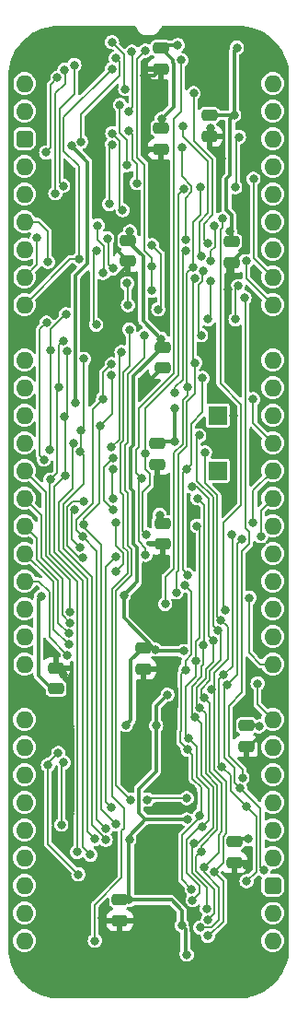
<source format=gbl>
%TF.GenerationSoftware,KiCad,Pcbnew,7.0.5*%
%TF.CreationDate,2024-02-15T21:13:45+02:00*%
%TF.ProjectId,HCP65 Kernal Mode,48435036-3520-44b6-9572-6e616c204d6f,V0*%
%TF.SameCoordinates,PX525bfc0PY43d3480*%
%TF.FileFunction,Copper,L2,Bot*%
%TF.FilePolarity,Positive*%
%FSLAX46Y46*%
G04 Gerber Fmt 4.6, Leading zero omitted, Abs format (unit mm)*
G04 Created by KiCad (PCBNEW 7.0.5) date 2024-02-15 21:13:45*
%MOMM*%
%LPD*%
G01*
G04 APERTURE LIST*
G04 Aperture macros list*
%AMRoundRect*
0 Rectangle with rounded corners*
0 $1 Rounding radius*
0 $2 $3 $4 $5 $6 $7 $8 $9 X,Y pos of 4 corners*
0 Add a 4 corners polygon primitive as box body*
4,1,4,$2,$3,$4,$5,$6,$7,$8,$9,$2,$3,0*
0 Add four circle primitives for the rounded corners*
1,1,$1+$1,$2,$3*
1,1,$1+$1,$4,$5*
1,1,$1+$1,$6,$7*
1,1,$1+$1,$8,$9*
0 Add four rect primitives between the rounded corners*
20,1,$1+$1,$2,$3,$4,$5,0*
20,1,$1+$1,$4,$5,$6,$7,0*
20,1,$1+$1,$6,$7,$8,$9,0*
20,1,$1+$1,$8,$9,$2,$3,0*%
G04 Aperture macros list end*
%TA.AperFunction,ComponentPad*%
%ADD10R,1.700000X1.700000*%
%TD*%
%TA.AperFunction,ComponentPad*%
%ADD11O,1.600000X1.600000*%
%TD*%
%TA.AperFunction,ComponentPad*%
%ADD12RoundRect,0.400000X-0.400000X-0.400000X0.400000X-0.400000X0.400000X0.400000X-0.400000X0.400000X0*%
%TD*%
%TA.AperFunction,ComponentPad*%
%ADD13R,1.600000X1.600000*%
%TD*%
%TA.AperFunction,SMDPad,CuDef*%
%ADD14RoundRect,0.250000X0.475000X-0.250000X0.475000X0.250000X-0.475000X0.250000X-0.475000X-0.250000X0*%
%TD*%
%TA.AperFunction,SMDPad,CuDef*%
%ADD15RoundRect,0.250000X-0.475000X0.250000X-0.475000X-0.250000X0.475000X-0.250000X0.475000X0.250000X0*%
%TD*%
%TA.AperFunction,ViaPad*%
%ADD16C,0.800000*%
%TD*%
%TA.AperFunction,Conductor*%
%ADD17C,0.380000*%
%TD*%
%TA.AperFunction,Conductor*%
%ADD18C,0.200000*%
%TD*%
G04 APERTURE END LIST*
D10*
%TO.P,TP2,1,1*%
%TO.N,/C5*%
X17780000Y-30480000D03*
%TD*%
D11*
%TO.P,J2,1,Pin_1*%
%TO.N,/~{VP}*%
X0Y0D03*
%TO.P,J2,2,Pin_2*%
%TO.N,/Native Latch*%
X0Y-2540000D03*
D12*
%TO.P,J2,3,Pin_3*%
%TO.N,/5V*%
X0Y-5080000D03*
D11*
%TO.P,J2,4,Pin_4*%
%TO.N,/~{Reset}*%
X0Y-7620000D03*
%TO.P,J2,5,Pin_5*%
%TO.N,/Latch Bank Remap*%
X0Y-10160000D03*
%TO.P,J2,6,Pin_6*%
%TO.N,/~{RD}*%
X0Y-12700000D03*
%TO.P,J2,7,Pin_7*%
%TO.N,/~{WD}*%
X0Y-15240000D03*
%TO.P,J2,8,Pin_8*%
%TO.N,/~{Process ID}*%
X0Y-17780000D03*
%TO.P,J2,9,Pin_9*%
%TO.N,/~{Interrupt Depth}*%
X0Y-20320000D03*
D13*
%TO.P,J2,10,Pin_10*%
%TO.N,/GND*%
X0Y-22860000D03*
D11*
%TO.P,J2,11,Pin_11*%
%TO.N,/RTI*%
X0Y-25400000D03*
%TO.P,J2,12,Pin_12*%
%TO.N,/C0*%
X0Y-27940000D03*
%TO.P,J2,13,Pin_13*%
%TO.N,/C1*%
X0Y-30480000D03*
%TO.P,J2,14,Pin_14*%
%TO.N,/C2*%
X0Y-33020000D03*
%TO.P,J2,15,Pin_15*%
%TO.N,/BA_{IN}0*%
X0Y-35560000D03*
%TO.P,J2,16,Pin_16*%
%TO.N,/BA_{IN}1*%
X0Y-38100000D03*
%TO.P,J2,17,Pin_17*%
%TO.N,/BA_{IN}2*%
X0Y-40640000D03*
%TO.P,J2,18,Pin_18*%
%TO.N,/BA_{IN}3*%
X0Y-43180000D03*
%TO.P,J2,19,Pin_19*%
%TO.N,/BA_{IN}4*%
X0Y-45720000D03*
%TO.P,J2,20,Pin_20*%
%TO.N,/BA_{IN}5*%
X0Y-48260000D03*
%TO.P,J2,21,Pin_21*%
%TO.N,/BA_{IN}6*%
X0Y-50800000D03*
%TO.P,J2,22,Pin_22*%
%TO.N,/BA_{IN}7*%
X0Y-53340000D03*
D13*
%TO.P,J2,23,Pin_23*%
%TO.N,/GND*%
X0Y-55880000D03*
D11*
%TO.P,J2,24,Pin_24*%
%TO.N,unconnected-(J2-Pin_24-Pad24)*%
X0Y-58420000D03*
%TO.P,J2,25,Pin_25*%
%TO.N,/PID7*%
X0Y-60960000D03*
%TO.P,J2,26,Pin_26*%
%TO.N,/PID6*%
X0Y-63500000D03*
%TO.P,J2,27,Pin_27*%
%TO.N,/PID5*%
X0Y-66040000D03*
%TO.P,J2,28,Pin_28*%
%TO.N,/PID4*%
X0Y-68580000D03*
%TO.P,J2,29,Pin_29*%
%TO.N,/PID3*%
X0Y-71120000D03*
%TO.P,J2,30,Pin_30*%
%TO.N,/PID2*%
X0Y-73660000D03*
%TO.P,J2,31,Pin_31*%
%TO.N,/PID1*%
X0Y-76200000D03*
%TO.P,J2,32,Pin_32*%
%TO.N,/PID0*%
X0Y-78740000D03*
%TO.P,J2,33,Pin_33*%
%TO.N,/D0*%
X22860000Y-78740000D03*
%TO.P,J2,34,Pin_34*%
%TO.N,/D1*%
X22860000Y-76200000D03*
D12*
%TO.P,J2,35,Pin_35*%
%TO.N,/5V*%
X22860000Y-73660000D03*
D11*
%TO.P,J2,36,Pin_36*%
%TO.N,/D2*%
X22860000Y-71120000D03*
%TO.P,J2,37,Pin_37*%
%TO.N,/D3*%
X22860000Y-68580000D03*
%TO.P,J2,38,Pin_38*%
%TO.N,/D4*%
X22860000Y-66040000D03*
%TO.P,J2,39,Pin_39*%
%TO.N,/D5*%
X22860000Y-63500000D03*
%TO.P,J2,40,Pin_40*%
%TO.N,/D6*%
X22860000Y-60960000D03*
%TO.P,J2,41,Pin_41*%
%TO.N,/D7*%
X22860000Y-58420000D03*
D13*
%TO.P,J2,42,Pin_42*%
%TO.N,/GND*%
X22860000Y-55880000D03*
D11*
%TO.P,J2,43,Pin_43*%
%TO.N,/A_{OUT}23*%
X22860000Y-53340000D03*
%TO.P,J2,44,Pin_44*%
%TO.N,/A_{OUT}22*%
X22860000Y-50800000D03*
%TO.P,J2,45,Pin_45*%
%TO.N,/A_{OUT}21*%
X22860000Y-48260000D03*
%TO.P,J2,46,Pin_46*%
%TO.N,/A_{OUT}20*%
X22860000Y-45720000D03*
%TO.P,J2,47,Pin_47*%
%TO.N,/A_{OUT}19*%
X22860000Y-43180000D03*
%TO.P,J2,48,Pin_48*%
%TO.N,/A_{OUT}18*%
X22860000Y-40640000D03*
%TO.P,J2,49,Pin_49*%
%TO.N,/A_{OUT}17*%
X22860000Y-38100000D03*
%TO.P,J2,50,Pin_50*%
%TO.N,/A_{OUT}16*%
X22860000Y-35560000D03*
%TO.P,J2,51,Pin_51*%
%TO.N,/C4*%
X22860000Y-33020000D03*
%TO.P,J2,52,Pin_52*%
%TO.N,/C3*%
X22860000Y-30480000D03*
%TO.P,J2,53,Pin_53*%
%TO.N,/Kernal Mode*%
X22860000Y-27940000D03*
%TO.P,J2,54,Pin_54*%
%TO.N,/~{Kernal Mode}*%
X22860000Y-25400000D03*
D13*
%TO.P,J2,55,Pin_55*%
%TO.N,/GND*%
X22860000Y-22860000D03*
D11*
%TO.P,J2,56,Pin_56*%
%TO.N,/Enter Interrupt*%
X22860000Y-20320000D03*
%TO.P,J2,57,Pin_57*%
%TO.N,/OP0*%
X22860000Y-17780000D03*
%TO.P,J2,58,Pin_58*%
%TO.N,/OP1*%
X22860000Y-15240000D03*
%TO.P,J2,59,Pin_59*%
%TO.N,/OP2*%
X22860000Y-12700000D03*
%TO.P,J2,60,Pin_60*%
%TO.N,/OP3*%
X22860000Y-10160000D03*
%TO.P,J2,61,Pin_61*%
%TO.N,/OP4*%
X22860000Y-7620000D03*
%TO.P,J2,62,Pin_62*%
%TO.N,/OP5*%
X22860000Y-5080000D03*
%TO.P,J2,63,Pin_63*%
%TO.N,/OP6*%
X22860000Y-2540000D03*
%TO.P,J2,64,Pin_64*%
%TO.N,/OP7*%
X22860000Y0D03*
%TD*%
D10*
%TO.P,TP1,1,1*%
%TO.N,/C6*%
X17780000Y-35560000D03*
%TD*%
D14*
%TO.P,C14,1*%
%TO.N,/GND*%
X19050000Y-16428000D03*
%TO.P,C14,2*%
%TO.N,/3.3V*%
X19050000Y-14528000D03*
%TD*%
%TO.P,C15,1*%
%TO.N,/GND*%
X12700000Y-42291000D03*
%TO.P,C15,2*%
%TO.N,/5V*%
X12700000Y-40391000D03*
%TD*%
%TO.P,C12,1*%
%TO.N,/GND*%
X9525000Y-16301000D03*
%TO.P,C12,2*%
%TO.N,/3.3V*%
X9525000Y-14401000D03*
%TD*%
%TO.P,C4,1*%
%TO.N,/GND*%
X12700000Y-26122208D03*
%TO.P,C4,2*%
%TO.N,/3.3V*%
X12700000Y-24222208D03*
%TD*%
%TO.P,C7,1*%
%TO.N,/GND*%
X12573000Y-6014000D03*
%TO.P,C7,2*%
%TO.N,/3.3V*%
X12573000Y-4114000D03*
%TD*%
%TO.P,C11,1*%
%TO.N,/GND*%
X12192000Y-34970000D03*
%TO.P,C11,2*%
%TO.N,/5V*%
X12192000Y-33070000D03*
%TD*%
%TO.P,C5,1*%
%TO.N,/GND*%
X10922000Y-53766000D03*
%TO.P,C5,2*%
%TO.N,/3.3V*%
X10922000Y-51866000D03*
%TD*%
%TO.P,C8,1*%
%TO.N,/GND*%
X20447000Y-60878000D03*
%TO.P,C8,2*%
%TO.N,/3.3V*%
X20447000Y-58978000D03*
%TD*%
%TO.P,C2,1*%
%TO.N,/GND*%
X19304000Y-71546000D03*
%TO.P,C2,2*%
%TO.N,/3.3V*%
X19304000Y-69646000D03*
%TD*%
%TO.P,C13,1*%
%TO.N,/GND*%
X17018000Y-4826000D03*
%TO.P,C13,2*%
%TO.N,/3.3V*%
X17018000Y-2926000D03*
%TD*%
%TO.P,C1,1*%
%TO.N,/GND*%
X8763000Y-76880000D03*
%TO.P,C1,2*%
%TO.N,/3.3V*%
X8763000Y-74980000D03*
%TD*%
D15*
%TO.P,C3,1*%
%TO.N,/GND*%
X2921000Y-53676000D03*
%TO.P,C3,2*%
%TO.N,/3.3V*%
X2921000Y-55576000D03*
%TD*%
D14*
%TO.P,C6,1*%
%TO.N,/GND*%
X12573000Y1352000D03*
%TO.P,C6,2*%
%TO.N,/3.3V*%
X12573000Y3252000D03*
%TD*%
D16*
%TO.N,/5V*%
X4313000Y-5737959D03*
X13834668Y-32858618D03*
X4724452Y-29294580D03*
X12446000Y-39624000D03*
X13813808Y-29817000D03*
%TO.N,/GND*%
X17145000Y-4064000D03*
X10541000Y-63246000D03*
X12132912Y-49857374D03*
X3590166Y-54290462D03*
X19052626Y-23023324D03*
X23636304Y-29315544D03*
X18161000Y-6858000D03*
X6858000Y-8871552D03*
X15367000Y-42037000D03*
X21463000Y-34417000D03*
X13601920Y-55214853D03*
X4196000Y-59055000D03*
X15372250Y-64759171D03*
X17526000Y-80518000D03*
X21971000Y-52070000D03*
X3556000Y-18415000D03*
X16128992Y2032000D03*
X6985000Y-2159000D03*
X11485550Y-46420000D03*
X20828000Y-75057000D03*
X12457523Y-53804841D03*
X5969000Y-73649966D03*
X21129543Y-5032463D03*
X15490052Y-39062110D03*
X19050000Y-37338006D03*
X11247352Y-27684054D03*
X8125697Y-23116895D03*
X7177000Y-76653393D03*
X15250508Y-66628089D03*
X8001005Y-18160995D03*
X12191998Y-38226998D03*
X11176000Y-6096000D03*
X19260000Y-30480000D03*
X1778000Y635000D03*
X21590000Y-60198000D03*
X11071000Y762000D03*
X4196000Y-67069591D03*
X13335000Y-77343000D03*
X13941183Y-80178019D03*
X5207004Y-76581000D03*
X18725000Y-18923000D03*
X21209000Y-64770000D03*
X9017000Y-79450000D03*
X4064000Y-69215000D03*
X20438232Y-71839000D03*
%TO.N,/3.3V*%
X13180000Y-56134000D03*
X9152195Y-47000000D03*
X14478000Y-77343000D03*
X21589994Y-59054997D03*
X12573328Y-23461060D03*
X18939997Y-13606006D03*
X9633450Y-75006244D03*
X12058981Y-52000870D03*
X14114760Y3538240D03*
X9652000Y-69450000D03*
X14931335Y-80038000D03*
X9336014Y-58928000D03*
X14996837Y-67595382D03*
X19558010Y3302000D03*
X12123258Y-58983923D03*
X20625171Y-69415506D03*
X1524000Y-47117000D03*
X9706900Y-13586068D03*
X14658981Y-52139634D03*
X19304000Y-2921000D03*
X12630389Y-3247994D03*
%TO.N,/Enter Interrupt*%
X20417737Y-16327688D03*
X2019117Y-21958113D03*
X1778005Y-34544010D03*
%TO.N,/Kernal Mode_{ PART}*%
X14859000Y-15367000D03*
X13843000Y-28417000D03*
%TO.N,/RTI*%
X3810000Y-21209000D03*
X11749000Y-14859000D03*
X2304944Y-33658718D03*
X2381845Y-24511000D03*
X12319000Y-20743245D03*
%TO.N,/~{Kernal Mode}_{ PART}*%
X16259000Y-15829004D03*
X14605004Y-3937000D03*
%TO.N,/Kernal Mode*%
X12954000Y-47817034D03*
X15005000Y-27879030D03*
X19431000Y-9525000D03*
X15494000Y-16891000D03*
X16190986Y-9525000D03*
X19741577Y-4908124D03*
%TO.N,/D0*%
X16890996Y-78294000D03*
X17436318Y-72384600D03*
X18102120Y-49295474D03*
X16620576Y-33884692D03*
X17226221Y-55691788D03*
%TO.N,/D1*%
X17814238Y-50257762D03*
X16181826Y-77545933D03*
X16088109Y-32331817D03*
X16507715Y-72005647D03*
X16535315Y-56414736D03*
%TO.N,/D2*%
X15404553Y-37026189D03*
X16246681Y-70536818D03*
X16103142Y-57316529D03*
X16883112Y-76833050D03*
X17380009Y-51208515D03*
%TO.N,/D3*%
X15921515Y-38108837D03*
X15671043Y-58218358D03*
X16458981Y-51598017D03*
X16779293Y-75789481D03*
X15608023Y-69767325D03*
%TO.N,/D4*%
X15859110Y-40640000D03*
X15474109Y-75007359D03*
X15081326Y-60135349D03*
X16353073Y-68248805D03*
X15758981Y-53060388D03*
%TO.N,/D5*%
X16135898Y-67242558D03*
X15386006Y-74011245D03*
X8382000Y-40337917D03*
X15016753Y-61189877D03*
X14806479Y-53848000D03*
X14738223Y-46095814D03*
X8382000Y-44831000D03*
%TO.N,/D6*%
X20436000Y-66421000D03*
X18166998Y-62738008D03*
X19037420Y-41443422D03*
X20447000Y-73279000D03*
X18355217Y-54310029D03*
%TO.N,/D7*%
X21460498Y-55118000D03*
X19881646Y-64736882D03*
X22036000Y-72263000D03*
X18630506Y-55271393D03*
X19986681Y-41830683D03*
%TO.N,/~{VP}*%
X15569844Y-892000D03*
X16844701Y-14697730D03*
%TO.N,/PID7*%
X3406000Y-68090220D03*
X3616000Y-62374103D03*
%TO.N,/PID6*%
X2159000Y-62611000D03*
X3105392Y-61496554D03*
X4953002Y-72644001D03*
%TO.N,/C0*%
X2361051Y-36393472D03*
X3172000Y-27915369D03*
X4835692Y-70588988D03*
X3556000Y-23650000D03*
%TO.N,/C1*%
X3882006Y-24595371D03*
X3722637Y-36021836D03*
X3704944Y-30603173D03*
X6072789Y-70847222D03*
%TO.N,/C2*%
X8001000Y-33401000D03*
X4507000Y-33044415D03*
X8929401Y-24686077D03*
X6465640Y-69403152D03*
%TO.N,/C3*%
X5489000Y-25298494D03*
X7469735Y-69483245D03*
X5207000Y-31877000D03*
X5142000Y-33850824D03*
%TO.N,/~{RTI}*%
X14859000Y-14351000D03*
X14490885Y-5854885D03*
%TO.N,/~{Kernal Mode}*%
X15705000Y-25652547D03*
X13970000Y-46736000D03*
X15701091Y-17892560D03*
%TO.N,/OP7*%
X9271000Y-508000D03*
X8059629Y3796796D03*
%TO.N,/BA_{IN}0*%
X4177000Y-48534726D03*
%TO.N,/BA_{IN}1*%
X4177000Y-49543043D03*
%TO.N,/BA_{IN}2*%
X4072703Y-50537592D03*
%TO.N,/BA_{IN}3*%
X4129630Y-51535973D03*
%TO.N,/BA_{IN}4*%
X3959614Y-52521417D03*
%TO.N,/~{Read Interrupt Depth}*%
X11331000Y-65785998D03*
X9750984Y-65786000D03*
X14936001Y-65659000D03*
X16493048Y-17188664D03*
X16256000Y-23114000D03*
X11021132Y-23179000D03*
%TO.N,/OP6*%
X9463000Y-7493000D03*
X8781820Y-1960426D03*
%TO.N,/OP5*%
X9587000Y-2553461D03*
X9887000Y2920994D03*
%TO.N,/Read Interrupt Depth*%
X17441168Y-13049513D03*
X6731000Y-13049513D03*
X7239000Y-17399000D03*
X17151866Y-16279333D03*
%TO.N,/Latch Bank Remap*%
X18459110Y-48359388D03*
X18249718Y-12405147D03*
%TO.N,/A_{OUT}16*%
X21060000Y-40374128D03*
%TO.N,/A_{OUT}17*%
X21762911Y-41588627D03*
%TO.N,/A_{OUT}23*%
X20701000Y-47243992D03*
%TO.N,/~{RD}*%
X2159000Y-16383000D03*
%TO.N,/~{Interrupt Depth}*%
X8044000Y1345233D03*
X5017166Y-16130837D03*
%TO.N,/~{WD}*%
X11124389Y3022917D03*
X11712000Y-19039230D03*
X11712000Y-16763992D03*
%TO.N,/OP4*%
X3556000Y-9398000D03*
X4586054Y1694530D03*
%TO.N,/OP3*%
X2837087Y-10093103D03*
X3683909Y1263092D03*
%TO.N,/OP2*%
X7804371Y-11071558D03*
X8063000Y-5596542D03*
%TO.N,/OP1*%
X9041316Y-11649513D03*
X8082787Y-4569921D03*
%TO.N,/OP0*%
X21082000Y-8763000D03*
X9587000Y-4318000D03*
X10349000Y-9143999D03*
%TO.N,Net-(IC12-~{E1})*%
X5224293Y-5326193D03*
X8397254Y2309534D03*
%TO.N,Net-(IC12-~{E2})*%
X1992393Y-6332395D03*
X3018736Y516400D03*
%TO.N,/~{Write Interrupt Depth}*%
X11162000Y-43304085D03*
X14437550Y2154258D03*
X10823000Y-36258914D03*
%TO.N,/~{Reset}*%
X11205000Y-41398799D03*
X14675334Y-9685581D03*
X11112496Y-33972496D03*
%TO.N,/~{Read Process ID}*%
X9652000Y-22606000D03*
X19431000Y-21655000D03*
X19668618Y-18591957D03*
X6477000Y-78740000D03*
%TO.N,/Read Process ID*%
X6604000Y-22155000D03*
X16906997Y-21652000D03*
X6597166Y-15382310D03*
X17101091Y-18166161D03*
%TO.N,/Write Process ID*%
X20066000Y-63753988D03*
X20263052Y-19685000D03*
X9525000Y-20343245D03*
X9449755Y-18363245D03*
%TO.N,/~{Process ID}*%
X8155539Y-16999048D03*
X7619998Y-14224000D03*
X1143000Y-14194000D03*
%TO.N,/C4*%
X7485764Y-68443376D03*
X21061009Y-29002762D03*
X5341601Y-41642716D03*
X7239000Y-28956000D03*
X8025000Y-25781000D03*
%TO.N,/C5*%
X8427853Y-68050000D03*
X6970911Y-31443398D03*
X8005604Y-26818921D03*
X5443010Y-40515176D03*
%TO.N,/C6*%
X15023758Y-45137443D03*
X14896995Y-35457001D03*
X16405000Y-27051703D03*
X7988607Y-66492001D03*
X8382000Y-43434000D03*
%TO.N,/~{TCD}*%
X8128000Y-39116000D03*
X5090931Y-42610791D03*
X8144024Y-34433126D03*
X4642998Y-39179798D03*
%TO.N,/~{TCU}*%
X5461004Y-38354000D03*
X5395070Y-43563421D03*
X8128004Y-38115998D03*
X8128000Y-35433006D03*
%TD*%
D17*
%TO.N,/5V*%
X4699000Y-17653000D02*
X5807166Y-16544834D01*
X4724452Y-29294580D02*
X4699000Y-29269128D01*
X12446000Y-40137000D02*
X12446000Y-39624000D01*
X5807166Y-16544834D02*
X5807166Y-7232125D01*
X4699000Y-29269128D02*
X4699000Y-17653000D01*
X13834668Y-32858618D02*
X13834668Y-29837860D01*
X13834668Y-29837860D02*
X13813808Y-29817000D01*
X12403382Y-32858618D02*
X13834668Y-32858618D01*
X5807166Y-7232125D02*
X4313000Y-5737959D01*
%TO.N,/GND*%
X6858000Y-11938000D02*
X6858000Y-8871552D01*
X0Y-22860000D02*
X-1190000Y-21670000D01*
X21590000Y-64389000D02*
X21209000Y-64770000D01*
X4872756Y-71378988D02*
X4508463Y-71378988D01*
X-1205495Y-57085495D02*
X-1205495Y-79217420D01*
X8001005Y-22992203D02*
X8125697Y-23116895D01*
X23427229Y-75010000D02*
X20875000Y-75010000D01*
X20145232Y-71546000D02*
X20438232Y-71839000D01*
X12460682Y-54976318D02*
X12699217Y-55214853D01*
X15367000Y-42037000D02*
X15069110Y-41739110D01*
X15420259Y4391741D02*
X13851030Y4391741D01*
X9831000Y-80264000D02*
X13855202Y-80264000D01*
X15748000Y-65134921D02*
X15748000Y-66130597D01*
X8763000Y-76880000D02*
X8763000Y-79196000D01*
X18607000Y-19041000D02*
X18607000Y-22577698D01*
X4406000Y-66859591D02*
X4406000Y-59265000D01*
X3556000Y-19304000D02*
X3556000Y-18415000D01*
X9525000Y-16301000D02*
X8410000Y-15186000D01*
X13855202Y-80264000D02*
X13941183Y-80178019D01*
X19304000Y-37084006D02*
X19050000Y-37338006D01*
X11983000Y762000D02*
X11071000Y762000D01*
X11247352Y-27574856D02*
X11247352Y-27684054D01*
X15372250Y-64759171D02*
X15748000Y-65134921D01*
X9525000Y-16301000D02*
X9525000Y-16746280D01*
X7403607Y-76880000D02*
X7177000Y-76653393D01*
X20019000Y-78025000D02*
X20019000Y-75010000D01*
X-508000Y1270000D02*
X1143000Y1270000D01*
X24050000Y-33672915D02*
X23352915Y-34370000D01*
X15875000Y-78356336D02*
X15391826Y-77873162D01*
X10414000Y-57023000D02*
X10414000Y-63119000D01*
X12192000Y-34970000D02*
X12192000Y-38226996D01*
X15580807Y-80828000D02*
X14591164Y-80828000D01*
X8001005Y-18160995D02*
X8001005Y-22992203D01*
X24050000Y504842D02*
X24050000Y-21670000D01*
X8110285Y-18160995D02*
X8001005Y-18160995D01*
X24050000Y-51388000D02*
X24050000Y-35067085D01*
X4036000Y-56162000D02*
X4036000Y-54736296D01*
X0Y-22860000D02*
X3556000Y-19304000D01*
X15494000Y4318000D02*
X15875000Y3937000D01*
X13335000Y-77343000D02*
X13941183Y-77949183D01*
X17526000Y-80518000D02*
X20019000Y-78025000D01*
X0Y-55880000D02*
X-1190000Y-54690000D01*
X4196000Y-69083000D02*
X4196000Y-67069591D01*
X8763000Y-76880000D02*
X12909000Y-76880000D01*
X17018000Y-5715000D02*
X18161000Y-6858000D01*
X24050000Y-29729240D02*
X24050000Y-33672915D01*
X11448443Y-46457107D02*
X11485550Y-46420000D01*
X17018000Y-4191000D02*
X17145000Y-4064000D01*
X24050000Y-52752000D02*
X24050000Y-54690000D01*
X19260000Y-30480000D02*
X19304000Y-30524000D01*
X11485550Y-44336486D02*
X11485550Y-46420000D01*
X4406000Y-59265000D02*
X4196000Y-59055000D01*
X10414000Y-63119000D02*
X10541000Y-63246000D01*
X12418682Y-53766000D02*
X12457523Y-53804841D01*
X6223000Y5080000D02*
X1778000Y635000D01*
X19304000Y-74295000D02*
X19304000Y-71546000D01*
X23272915Y-59690000D02*
X22098000Y-59690000D01*
X20221000Y-5941006D02*
X21129543Y-5032463D01*
X5207004Y-76581000D02*
X5207004Y-74411962D01*
X24050000Y-60467085D02*
X24050000Y-74387229D01*
X8808000Y4191000D02*
X7919000Y5080000D01*
X12460682Y-53808000D02*
X12457523Y-53804841D01*
X18607000Y-22577698D02*
X19052626Y-23023324D01*
X12573000Y-6014000D02*
X11258000Y-6014000D01*
X0Y-55880000D02*
X-1205495Y-57085495D01*
X7919000Y5080000D02*
X6223000Y5080000D01*
X22860000Y-55880000D02*
X24050000Y-57070000D01*
X13589000Y-62975921D02*
X15372250Y-64759171D01*
X12699217Y-55214853D02*
X13601920Y-55214853D01*
X20019000Y-75010000D02*
X19304000Y-74295000D01*
X17018000Y-4826000D02*
X17018000Y-4191000D01*
X13335000Y-77306000D02*
X13335000Y-77343000D01*
X12909000Y-76880000D02*
X13335000Y-77306000D01*
X11071000Y762000D02*
X11071000Y-5991000D01*
X22098000Y-59690000D02*
X21590000Y-60198000D01*
X23368000Y-52070000D02*
X24003000Y-51435000D01*
X23352915Y-34370000D02*
X21510000Y-34370000D01*
X3732000Y-56466000D02*
X4036000Y-56162000D01*
X15875000Y-80533807D02*
X15875000Y-78356336D01*
X19050000Y-16428000D02*
X18725000Y-16753000D01*
X19304000Y-71546000D02*
X20145232Y-71546000D01*
X11448443Y-49172905D02*
X11448443Y-46457107D01*
X15875000Y-80533807D02*
X17510193Y-80533807D01*
X13970000Y-55582933D02*
X13970000Y-57277000D01*
X15069110Y-39483052D02*
X15490052Y-39062110D01*
X12132912Y-49857374D02*
X11448443Y-49172905D01*
X6858000Y-2286000D02*
X6985000Y-2159000D01*
X13589000Y-57658000D02*
X13589000Y-62975921D01*
X4045692Y-70916217D02*
X4045692Y-69233308D01*
X15494000Y4318000D02*
X15420259Y4391741D01*
X24050000Y-54690000D02*
X22860000Y-55880000D01*
X13851030Y4391741D02*
X13650289Y4191000D01*
X24050000Y-35067085D02*
X23352915Y-34370000D01*
X12573000Y1352000D02*
X11983000Y762000D01*
X23368000Y-52070000D02*
X24050000Y-52752000D01*
X9525000Y-16746280D02*
X8110285Y-18160995D01*
X12700000Y-43122036D02*
X11485550Y-44336486D01*
X14591164Y-80828000D02*
X13941183Y-80178019D01*
X20875000Y-75010000D02*
X20828000Y-75057000D01*
X8763000Y-76880000D02*
X7403607Y-76880000D01*
X24003000Y-51435000D02*
X24050000Y-51388000D01*
X20781000Y-75010000D02*
X20019000Y-75010000D01*
X5207004Y-74411962D02*
X5969000Y-73649966D01*
X18725000Y-18923000D02*
X18607000Y-19041000D01*
X19304000Y-30524000D02*
X19304000Y-37084006D01*
X23272915Y-59690000D02*
X24050000Y-60467085D01*
X4036000Y-54736296D02*
X3590166Y-54290462D01*
X20910000Y-60624000D02*
X21336000Y-60198000D01*
X24050000Y-21670000D02*
X22860000Y-22860000D01*
X6858000Y-8871552D02*
X6858000Y-2286000D01*
X13601920Y-55214853D02*
X13970000Y-55582933D01*
X-1190000Y-21670000D02*
X-1190000Y588000D01*
X24050000Y-74387229D02*
X23427229Y-75010000D01*
X4045692Y-69233308D02*
X4064000Y-69215000D01*
X4064000Y-69215000D02*
X4196000Y-69083000D01*
X4196000Y-67069591D02*
X4406000Y-66859591D01*
X10922000Y-53766000D02*
X12418682Y-53766000D01*
X21590000Y-60198000D02*
X21590000Y-64389000D01*
X9017000Y-79450000D02*
X9831000Y-80264000D01*
X19050000Y-16428000D02*
X20221000Y-15257000D01*
X13970000Y-57277000D02*
X13589000Y-57658000D01*
X11071000Y-5991000D02*
X11176000Y-6096000D01*
X21971000Y-52070000D02*
X23368000Y-52070000D01*
X0Y-55880000D02*
X1573000Y-55880000D01*
X21336000Y-60198000D02*
X21590000Y-60198000D01*
X8203000Y-80264000D02*
X9017000Y-79450000D01*
X19855842Y4699000D02*
X24050000Y504842D01*
X8410000Y-13490000D02*
X6858000Y-11938000D01*
X2975704Y-53676000D02*
X3590166Y-54290462D01*
X15875000Y2285992D02*
X16128992Y2032000D01*
X-1190000Y-24050000D02*
X0Y-22860000D01*
X12700000Y-42291000D02*
X12700000Y-43122036D01*
X-158915Y-80264000D02*
X8203000Y-80264000D01*
X1573000Y-55880000D02*
X2159000Y-56466000D01*
X11258000Y-6014000D02*
X11176000Y-6096000D01*
X-1205495Y-79217420D02*
X-158915Y-80264000D01*
X-1190000Y-54690000D02*
X-1190000Y-24050000D01*
X23636304Y-29315544D02*
X24050000Y-29729240D01*
X15391826Y-77873162D02*
X15391826Y-76042305D01*
X5969000Y-72475232D02*
X4872756Y-71378988D01*
X12192000Y-38226996D02*
X12191998Y-38226998D01*
X24050000Y-57070000D02*
X24050000Y-58912915D01*
X15875000Y3937000D02*
X15875000Y2285992D01*
X24050000Y-58912915D02*
X23272915Y-59690000D01*
X15494000Y4318000D02*
X15875000Y4699000D01*
X15069110Y-41739110D02*
X15069110Y-39483052D01*
X5969000Y-73649966D02*
X5969000Y-72475232D01*
X18725000Y-16753000D02*
X18725000Y-18923000D01*
X13650289Y4191000D02*
X8808000Y4191000D01*
X12460682Y-54976318D02*
X10414000Y-57023000D01*
X21510000Y-34370000D02*
X21463000Y-34417000D01*
X15748000Y-66130597D02*
X15250508Y-66628089D01*
X12460682Y-54976318D02*
X12460682Y-53808000D01*
X15875000Y4699000D02*
X19855842Y4699000D01*
X12700000Y-26122208D02*
X11247352Y-27574856D01*
X20221000Y-15257000D02*
X20221000Y-5941006D01*
X15391826Y-76042305D02*
X12827000Y-73477479D01*
X17510193Y-80533807D02*
X17526000Y-80518000D01*
X8763000Y-79196000D02*
X9017000Y-79450000D01*
X1143000Y1270000D02*
X1778000Y635000D01*
X12827000Y-73477479D02*
X12827000Y-71374000D01*
X13941183Y-77949183D02*
X13941183Y-80178019D01*
X-1190000Y588000D02*
X-508000Y1270000D01*
X4508463Y-71378988D02*
X4045692Y-70916217D01*
X8410000Y-15186000D02*
X8410000Y-13490000D01*
X17018000Y-4826000D02*
X17018000Y-5715000D01*
X15875000Y-80533807D02*
X15580807Y-80828000D01*
X20828000Y-75057000D02*
X20781000Y-75010000D01*
X2159000Y-56466000D02*
X3732000Y-56466000D01*
%TO.N,/3.3V*%
X12123258Y-57190742D02*
X12123258Y-58983923D01*
X11144618Y-67595382D02*
X10541000Y-66991764D01*
X19299000Y-2926000D02*
X19304000Y-2921000D01*
X19039718Y-13506285D02*
X18939997Y-13606006D01*
X19050000Y-13716009D02*
X18939997Y-13606006D01*
X13633980Y2191020D02*
X13633980Y1914613D01*
X12123258Y-63187742D02*
X12123258Y-58983923D01*
X10541000Y-66991764D02*
X10541000Y-64770000D01*
X14811826Y-77676826D02*
X14811826Y-79918491D01*
X14658981Y-52139634D02*
X12197745Y-52139634D01*
X18951577Y-3273423D02*
X18951577Y-8428616D01*
X20551665Y-69342000D02*
X20625171Y-69415506D01*
X19039718Y-12077918D02*
X19039718Y-13506285D01*
X13716000Y1832593D02*
X13716000Y-2162383D01*
X9779000Y-33447334D02*
X9779000Y-37211001D01*
X10541000Y-64770000D02*
X12123258Y-63187742D01*
X19304000Y-2921000D02*
X19304000Y3047990D01*
X9633450Y-75006244D02*
X13535521Y-75006244D01*
X13180000Y-56134000D02*
X12123258Y-57190742D01*
X11924111Y-51866000D02*
X12058981Y-52000870D01*
X12197745Y-52139634D02*
X12058981Y-52000870D01*
X19304000Y-2921000D02*
X18951577Y-3273423D01*
X12573000Y-23461388D02*
X12573328Y-23461060D01*
X9607206Y-74980000D02*
X9633450Y-75006244D01*
X13535521Y-75006244D02*
X14478000Y-75948723D01*
X10922000Y-15906914D02*
X10922000Y-21809732D01*
X10372000Y-42609713D02*
X10372000Y-45780195D01*
X14811826Y-79918491D02*
X14931335Y-80038000D01*
X10015001Y-37447002D02*
X10015000Y-42252714D01*
X10922000Y-51866000D02*
X9799000Y-52989000D01*
X9652000Y-69088000D02*
X9652000Y-69450000D01*
X10372000Y-45780195D02*
X9152195Y-47000000D01*
X19608000Y-69342000D02*
X20551665Y-69342000D01*
X1270000Y-47371000D02*
X1524000Y-47117000D01*
X12058981Y-52000870D02*
X9152195Y-49094084D01*
X10015000Y-42252714D02*
X10372000Y-42609713D01*
X9799000Y-52989000D02*
X9799000Y-58465014D01*
X14996837Y-67595382D02*
X11144618Y-67595382D01*
X10922000Y-51866000D02*
X11924111Y-51866000D01*
X20447000Y-58978000D02*
X21512997Y-58978000D01*
X12700000Y-24222208D02*
X10015000Y-26907208D01*
X9152195Y-49094084D02*
X9152195Y-47000000D01*
X9779000Y-37211001D02*
X10015001Y-37447002D01*
X9799000Y-58465014D02*
X9336014Y-58928000D01*
X10015000Y-33211335D02*
X9779000Y-33447334D01*
X12573000Y-4114000D02*
X12573000Y-3305383D01*
X8763000Y-74980000D02*
X9607206Y-74980000D01*
X19050000Y-14528000D02*
X19050000Y-13716009D01*
X11144618Y-67595382D02*
X9652000Y-69088000D01*
X14478000Y-75948723D02*
X14478000Y-77343000D01*
X2490000Y-55576000D02*
X1270000Y-54356000D01*
X9633450Y-69468550D02*
X9652000Y-69450000D01*
X10922000Y-21809732D02*
X12573328Y-23461060D01*
X9633450Y-75006244D02*
X9633450Y-69468550D01*
X9525000Y-14509914D02*
X10922000Y-15906914D01*
X13716000Y-2162383D02*
X12630389Y-3247994D01*
X21512997Y-58978000D02*
X21589994Y-59054997D01*
X9706900Y-14219100D02*
X9706900Y-13586068D01*
X12859240Y3538240D02*
X14114760Y3538240D01*
X19304000Y3047990D02*
X19558010Y3302000D01*
X17018000Y-2926000D02*
X19299000Y-2926000D01*
X12573000Y-3305383D02*
X12630389Y-3247994D01*
X18951577Y-8428616D02*
X18613000Y-8767193D01*
X10015000Y-26907208D02*
X10015000Y-33211335D01*
X18613000Y-11651200D02*
X19039718Y-12077918D01*
X13633980Y1914613D02*
X13716000Y1832593D01*
X12573000Y3252000D02*
X13633980Y2191020D01*
X12573000Y-24095208D02*
X12573000Y-23461388D01*
X18613000Y-8767193D02*
X18613000Y-11651200D01*
X1270000Y-54356000D02*
X1270000Y-47371000D01*
X14478000Y-77343000D02*
X14811826Y-77676826D01*
D18*
%TO.N,/Enter Interrupt*%
X20417737Y-17877737D02*
X20417737Y-16327688D01*
X1423050Y-22554180D02*
X2019117Y-21958113D01*
X1778005Y-34544010D02*
X1423050Y-34189055D01*
X1423050Y-34189055D02*
X1423050Y-22554180D01*
X22860000Y-20320000D02*
X20417737Y-17877737D01*
%TO.N,/Kernal Mode_{ PART}*%
X14559000Y-15667000D02*
X14559000Y-27214094D01*
X13843000Y-27930094D02*
X13843000Y-28417000D01*
X14859000Y-15367000D02*
X14559000Y-15667000D01*
X14559000Y-27214094D02*
X13843000Y-27930094D01*
%TO.N,/RTI*%
X2304944Y-33658718D02*
X2381845Y-33581817D01*
X2381845Y-33581817D02*
X2381845Y-24511000D01*
X2381845Y-24511000D02*
X2381845Y-22585335D01*
X12573000Y-15683000D02*
X12573000Y-20489245D01*
X2381845Y-22585335D02*
X3758180Y-21209000D01*
X12573000Y-20489245D02*
X12319000Y-20743245D01*
X11749000Y-14859000D02*
X12573000Y-15683000D01*
X3758180Y-21209000D02*
X3810000Y-21209000D01*
%TO.N,/~{Kernal Mode}_{ PART}*%
X16117524Y-12699849D02*
X16891000Y-11926373D01*
X16891000Y-7146868D02*
X14605004Y-4860872D01*
X16891000Y-11926373D02*
X16891000Y-7146868D01*
X16259000Y-15829004D02*
X16117524Y-15687528D01*
X14605004Y-4860872D02*
X14605004Y-3937000D01*
X16117524Y-15687528D02*
X16117524Y-12699849D01*
%TO.N,/Kernal Mode*%
X16190986Y-12060700D02*
X16190986Y-9525000D01*
X15494000Y-16891000D02*
X15559000Y-16826000D01*
X15559000Y-12692686D02*
X16190986Y-12060700D01*
X13759000Y-33924236D02*
X14567000Y-33116236D01*
X15559000Y-16826000D02*
X15559000Y-12692686D01*
X15005000Y-28656950D02*
X15005000Y-27879030D01*
X13759000Y-44534000D02*
X13759000Y-33924236D01*
X19467562Y-5182139D02*
X19467562Y-9488438D01*
X14958996Y-27833026D02*
X15005000Y-27879030D01*
X19467562Y-9488438D02*
X19431000Y-9525000D01*
X14958996Y-17426004D02*
X14958996Y-27833026D01*
X14567000Y-33116236D02*
X14567000Y-29094950D01*
X19741577Y-4908124D02*
X19467562Y-5182139D01*
X12954000Y-47817034D02*
X12954000Y-45339000D01*
X14567000Y-29094950D02*
X15005000Y-28656950D01*
X15494000Y-16891000D02*
X14958996Y-17426004D01*
X12954000Y-45339000D02*
X13759000Y-44534000D01*
%TO.N,/D0*%
X17759110Y-48952464D02*
X18102120Y-49295474D01*
X16620576Y-33884692D02*
X16620576Y-36686576D01*
X18555999Y-68891185D02*
X18279000Y-69168183D01*
X18739000Y-49932354D02*
X18102120Y-49295474D01*
X18279000Y-71541918D02*
X17436318Y-72384600D01*
X17226221Y-55691788D02*
X17486931Y-55431078D01*
X17467000Y-55932567D02*
X17467000Y-63033952D01*
X17436318Y-72384600D02*
X18292000Y-73240282D01*
X16620576Y-36686576D02*
X17759110Y-37825110D01*
X17486931Y-55431078D02*
X17486931Y-54141069D01*
X18292000Y-76993902D02*
X16991902Y-78294000D01*
X17486931Y-54141069D02*
X18739000Y-52889000D01*
X18279000Y-69168183D02*
X18279000Y-71541918D01*
X17467000Y-63033952D02*
X18556000Y-64122952D01*
X18556000Y-64122952D02*
X18555999Y-68891185D01*
X17759110Y-37825110D02*
X17759110Y-48952464D01*
X17226221Y-55691788D02*
X17467000Y-55932567D01*
X16991902Y-78294000D02*
X16890996Y-78294000D01*
X18292000Y-73240282D02*
X18292000Y-76993902D01*
X18739000Y-52889000D02*
X18739000Y-49932354D01*
%TO.N,/D1*%
X17892000Y-73830233D02*
X17892000Y-76828216D01*
X17086931Y-53975383D02*
X18080009Y-52982305D01*
X17879000Y-70634362D02*
X16507715Y-72005647D01*
X15875000Y-32544926D02*
X16088109Y-32331817D01*
X17359110Y-37990795D02*
X15875000Y-36506685D01*
X17814238Y-50257762D02*
X17359110Y-49802634D01*
X16535315Y-56414736D02*
X17067000Y-56946421D01*
X16253000Y-56132421D02*
X16253000Y-55675058D01*
X18080009Y-52982305D02*
X18080009Y-50523533D01*
X17086931Y-54841126D02*
X17086931Y-53975383D01*
X17067000Y-63199637D02*
X18156000Y-64288637D01*
X18080009Y-50523533D02*
X17814238Y-50257762D01*
X15875000Y-36506685D02*
X15875000Y-32544926D01*
X17879000Y-69002498D02*
X17879000Y-70634362D01*
X16507715Y-72445947D02*
X17892000Y-73830233D01*
X17892000Y-76828216D02*
X17174283Y-77545933D01*
X16535315Y-56414736D02*
X16253000Y-56132421D01*
X16507715Y-72005647D02*
X16507715Y-72445947D01*
X17359110Y-49802634D02*
X17359110Y-37990795D01*
X17067000Y-56946421D02*
X17067000Y-63199637D01*
X16253000Y-55675058D02*
X17086931Y-54841126D01*
X17174283Y-77545933D02*
X16181826Y-77545933D01*
X18156000Y-64288637D02*
X18156000Y-68725499D01*
X18156000Y-68725499D02*
X17879000Y-69002498D01*
%TO.N,/D2*%
X16959110Y-38156482D02*
X15828817Y-37026189D01*
X15835315Y-55527057D02*
X16686931Y-54675441D01*
X16959110Y-50787616D02*
X16959110Y-38156482D01*
X17756000Y-64454322D02*
X17756000Y-68559813D01*
X16686931Y-53809698D02*
X17380009Y-53116620D01*
X15828817Y-37026189D02*
X15404553Y-37026189D01*
X16667002Y-57880389D02*
X16667002Y-63365324D01*
X16246681Y-70536818D02*
X15807715Y-70975784D01*
X16103142Y-57316529D02*
X15835315Y-57048702D01*
X17492000Y-73995918D02*
X17492000Y-76224162D01*
X16103142Y-57316529D02*
X16667002Y-57880389D01*
X16246681Y-70069132D02*
X16246681Y-70536818D01*
X17492000Y-76224162D02*
X16883112Y-76833050D01*
X16667002Y-63365324D02*
X17756000Y-64454322D01*
X16686931Y-54675441D02*
X16686931Y-53809698D01*
X15807715Y-72311633D02*
X17492000Y-73995918D01*
X17380009Y-53116620D02*
X17380009Y-51208515D01*
X15807715Y-70975784D02*
X15807715Y-72311633D01*
X15835315Y-57048702D02*
X15835315Y-55527057D01*
X17380009Y-51208515D02*
X16959110Y-50787616D01*
X17756000Y-68559813D02*
X16246681Y-70069132D01*
%TO.N,/D3*%
X17356000Y-68394127D02*
X15982802Y-69767325D01*
X16267006Y-63531013D02*
X17356000Y-64620007D01*
X15407715Y-69967633D02*
X15407715Y-72477319D01*
X17356000Y-64620007D02*
X17356000Y-68394127D01*
X16559110Y-38746432D02*
X15921515Y-38108837D01*
X15982802Y-69767325D02*
X15608023Y-69767325D01*
X16261002Y-58808317D02*
X16261002Y-61302758D01*
X15407715Y-72477319D02*
X16779293Y-73848897D01*
X15403142Y-55393544D02*
X16286931Y-54509755D01*
X16286931Y-53572350D02*
X16458981Y-53400300D01*
X16267006Y-61308762D02*
X16267006Y-63531013D01*
X16458981Y-53400300D02*
X16458981Y-51598017D01*
X16261002Y-61302758D02*
X16267006Y-61308762D01*
X15608023Y-69767325D02*
X15407715Y-69967633D01*
X16286931Y-54509755D02*
X16286931Y-53572350D01*
X16779293Y-73848897D02*
X16779293Y-75789481D01*
X15671043Y-58218358D02*
X16261002Y-58808317D01*
X16458981Y-51598017D02*
X16559110Y-51497888D01*
X15403142Y-57950457D02*
X15403142Y-55393544D01*
X15671043Y-58218358D02*
X15403142Y-57950457D01*
X16559110Y-51497888D02*
X16559110Y-38746432D01*
%TO.N,/D4*%
X15867010Y-61474451D02*
X15867010Y-63696702D01*
X15861002Y-60915025D02*
X15861002Y-61468443D01*
X15758981Y-53060388D02*
X15758981Y-51297019D01*
X15758981Y-54472019D02*
X15758981Y-53060388D01*
X14860000Y-59914023D02*
X14860000Y-55371000D01*
X16353073Y-68248805D02*
X16136593Y-68248805D01*
X16136593Y-68248805D02*
X14908023Y-69477375D01*
X16129000Y-40909890D02*
X15859110Y-40640000D01*
X14908023Y-72543312D02*
X16086006Y-73721295D01*
X15867010Y-63696702D02*
X16956000Y-64785692D01*
X16086006Y-73721295D02*
X16086006Y-74395462D01*
X15861002Y-61468443D02*
X15867010Y-61474451D01*
X16086006Y-74395462D02*
X15474109Y-75007359D01*
X16956000Y-67645878D02*
X16353073Y-68248805D01*
X15081326Y-60135349D02*
X15861002Y-60915025D01*
X15758981Y-51297019D02*
X16129000Y-50927000D01*
X15081326Y-60135349D02*
X14860000Y-59914023D01*
X16129000Y-50927000D02*
X16129000Y-40909890D01*
X16956000Y-64785692D02*
X16956000Y-67645878D01*
X14860000Y-55371000D02*
X15758981Y-54472019D01*
X14908023Y-69477375D02*
X14908023Y-72543312D01*
%TO.N,/D5*%
X8382000Y-40337917D02*
X8382000Y-42444050D01*
X8382000Y-42444050D02*
X9082000Y-43144050D01*
X14806479Y-53022940D02*
X14806479Y-53848000D01*
X16135898Y-67446271D02*
X14508023Y-69074146D01*
X16135898Y-67242558D02*
X16135898Y-67446271D01*
X15466991Y-61640115D02*
X15466991Y-63862369D01*
X14508023Y-73133262D02*
X15386006Y-74011245D01*
X9082000Y-43144050D02*
X9082000Y-44131000D01*
X15016753Y-61189877D02*
X14332000Y-60505124D01*
X14332000Y-59563000D02*
X14460000Y-59435000D01*
X14738223Y-46095814D02*
X15358981Y-46716572D01*
X16247424Y-67131032D02*
X16135898Y-67242558D01*
X9082000Y-44131000D02*
X8382000Y-44831000D01*
X14508023Y-69074146D02*
X14508023Y-73133262D01*
X16247424Y-64642802D02*
X16247424Y-67131032D01*
X15016753Y-61189877D02*
X15466991Y-61640115D01*
X14460000Y-54194479D02*
X14806479Y-53848000D01*
X15466991Y-63862369D02*
X16247424Y-64642802D01*
X15358981Y-46716572D02*
X15358981Y-52470438D01*
X14460000Y-59435000D02*
X14460000Y-54194479D01*
X14332000Y-60505124D02*
X14332000Y-59563000D01*
X15358981Y-52470438D02*
X14806479Y-53022940D01*
%TO.N,/D6*%
X18955998Y-63527008D02*
X18166998Y-62738008D01*
X19159110Y-41565112D02*
X19037420Y-41443422D01*
X18355217Y-54310029D02*
X17926221Y-54739025D01*
X21336000Y-72390000D02*
X21336000Y-67321000D01*
X20447000Y-73279000D02*
X21336000Y-72390000D01*
X20436000Y-66421000D02*
X18955998Y-64940998D01*
X18955998Y-64940998D02*
X18955998Y-63527008D01*
X18355217Y-54310029D02*
X19159110Y-53506136D01*
X17926221Y-62497231D02*
X18166998Y-62738008D01*
X17926221Y-54739025D02*
X17926221Y-62497231D01*
X19159110Y-53506136D02*
X19159110Y-41565112D01*
X21336000Y-67321000D02*
X20436000Y-66421000D01*
%TO.N,/D7*%
X18630506Y-55271393D02*
X19559110Y-54342789D01*
X21460498Y-55118000D02*
X21460498Y-57020498D01*
X19559110Y-54342789D02*
X19559110Y-42258254D01*
X21736000Y-71963000D02*
X21736000Y-66591236D01*
X21460498Y-57020498D02*
X22860000Y-58420000D01*
X19355997Y-62847683D02*
X19355997Y-64211233D01*
X18630506Y-55271393D02*
X18396000Y-55505899D01*
X19559110Y-42258254D02*
X19986681Y-41830683D01*
X21736000Y-66591236D02*
X19881646Y-64736882D01*
X19355997Y-64211233D02*
X19881646Y-64736882D01*
X18396000Y-55505899D02*
X18396000Y-61887686D01*
X18396000Y-61887686D02*
X19355997Y-62847683D01*
X22036000Y-72263000D02*
X21736000Y-71963000D01*
%TO.N,/~{VP}*%
X16844701Y-14697730D02*
X16517524Y-14370553D01*
X16517524Y-12865534D02*
X17291000Y-12092059D01*
X16517524Y-14370553D02*
X16517524Y-12865534D01*
X17291000Y-6981183D02*
X15569844Y-5260027D01*
X17291000Y-12092059D02*
X17291000Y-6981183D01*
X15569844Y-5260027D02*
X15569844Y-892000D01*
%TO.N,/PID7*%
X3406000Y-68090220D02*
X3406000Y-62584103D01*
X3406000Y-62584103D02*
X3616000Y-62374103D01*
%TO.N,/PID6*%
X2159000Y-62611000D02*
X2159000Y-62442946D01*
X4953002Y-72644001D02*
X2159000Y-69849999D01*
X2159000Y-69849999D02*
X2159000Y-62611000D01*
X2159000Y-62442946D02*
X3105392Y-61496554D01*
%TO.N,/C0*%
X3172000Y-27915369D02*
X3172000Y-24034000D01*
X4896000Y-70528680D02*
X4835692Y-70588988D01*
X4896000Y-45751366D02*
X4896000Y-70528680D01*
X3172000Y-24034000D02*
X3556000Y-23650000D01*
X3004944Y-35749579D02*
X2361051Y-36393472D01*
X3182998Y-27926367D02*
X3004944Y-28104421D01*
X2361051Y-36393472D02*
X2343000Y-36411523D01*
X2343000Y-36411523D02*
X2343000Y-43198366D01*
X2343000Y-43198366D02*
X4896000Y-45751366D01*
X3004944Y-28104421D02*
X3004944Y-35749579D01*
%TO.N,/C1*%
X2743000Y-43032671D02*
X2743002Y-41120262D01*
X3704944Y-30603173D02*
X3764052Y-30662281D01*
X4976999Y-45266677D02*
X4976998Y-45266667D01*
X2742999Y-41120260D02*
X2742999Y-37001474D01*
X4976998Y-45266667D02*
X2743000Y-43032671D01*
X2743002Y-41120262D02*
X2742999Y-41120260D01*
X5398999Y-45688677D02*
X4976999Y-45266677D01*
X6072789Y-70847222D02*
X5398999Y-70173432D01*
X3882006Y-24595371D02*
X3899625Y-24612990D01*
X3899625Y-24612990D02*
X3899625Y-30408492D01*
X3764052Y-35980421D02*
X3722637Y-36021836D01*
X2742999Y-37001474D02*
X3722637Y-36021836D01*
X5398999Y-70173432D02*
X5398999Y-45688677D01*
X3764052Y-30662281D02*
X3764052Y-35980421D01*
X3899625Y-30408492D02*
X3704944Y-30603173D01*
%TO.N,/C2*%
X6465640Y-69403152D02*
X5798999Y-68736511D01*
X8725000Y-32677000D02*
X8725000Y-24890478D01*
X3143008Y-38512992D02*
X4422637Y-37233363D01*
X5376998Y-45100981D02*
X3143008Y-42866993D01*
X4422637Y-33128778D02*
X4507000Y-33044415D01*
X3143008Y-42866993D02*
X3143008Y-38512992D01*
X4422637Y-37233363D02*
X4422637Y-33128778D01*
X5798999Y-45522989D02*
X5376999Y-45100989D01*
X5376999Y-45100989D02*
X5376998Y-45100981D01*
X8001000Y-33401000D02*
X8725000Y-32677000D01*
X5798999Y-68736511D02*
X5798999Y-45522989D01*
X8725000Y-24890478D02*
X8929401Y-24686077D01*
%TO.N,/C3*%
X7469735Y-69483245D02*
X7469735Y-69417297D01*
X3543002Y-42701303D02*
X3543002Y-40788890D01*
X5142000Y-33850824D02*
X5207000Y-33785824D01*
X5489000Y-25298494D02*
X5489000Y-31595000D01*
X7469735Y-69417297D02*
X6198999Y-68146561D01*
X5442000Y-36779685D02*
X5442000Y-34150824D01*
X3542998Y-40788887D02*
X3543000Y-38678685D01*
X5207000Y-33785824D02*
X5207000Y-31877000D01*
X5489000Y-31595000D02*
X5207000Y-31877000D01*
X6198999Y-45357300D02*
X3543002Y-42701303D01*
X5442000Y-34150824D02*
X5142000Y-33850824D01*
X3543000Y-38678685D02*
X5442000Y-36779685D01*
X3543002Y-40788890D02*
X3542998Y-40788887D01*
X6198999Y-68146561D02*
X6198999Y-45357300D01*
%TO.N,/~{RTI}*%
X14859000Y-10491865D02*
X15375334Y-9975531D01*
X14490885Y-8511182D02*
X14490885Y-5854885D01*
X15375334Y-9975531D02*
X15375334Y-9395631D01*
X14859000Y-14351000D02*
X14859000Y-10491865D01*
X15375334Y-9395631D02*
X14490885Y-8511182D01*
%TO.N,/~{Kernal Mode}*%
X15705000Y-28522636D02*
X15705000Y-25652547D01*
X14967000Y-33281921D02*
X14967000Y-29260636D01*
X13970000Y-46736000D02*
X13970000Y-44888686D01*
X14159000Y-34089921D02*
X14967000Y-33281921D01*
X15485148Y-25432695D02*
X15485148Y-18108503D01*
X15705000Y-25652547D02*
X15485148Y-25432695D01*
X13970000Y-44888686D02*
X14159000Y-44699685D01*
X14159000Y-44699685D02*
X14159000Y-34089921D01*
X15485148Y-18108503D02*
X15701091Y-17892560D01*
X14967000Y-29260636D02*
X15705000Y-28522636D01*
%TO.N,/OP7*%
X8059629Y3796796D02*
X9144000Y2712425D01*
X9144000Y2712425D02*
X9144000Y-381000D01*
X9144000Y-381000D02*
X9271000Y-508000D01*
%TO.N,/BA_{IN}0*%
X1943000Y-43364045D02*
X4177000Y-45598045D01*
X0Y-35560000D02*
X1943000Y-37503000D01*
X1943000Y-37503000D02*
X1943000Y-43364045D01*
X4177000Y-45598045D02*
X4177000Y-48534726D01*
%TO.N,/BA_{IN}1*%
X1543000Y-43529727D02*
X3477000Y-45463728D01*
X1543000Y-39643000D02*
X1543000Y-43529727D01*
X3477000Y-48843043D02*
X4177000Y-49543043D01*
X3477000Y-45463728D02*
X3477000Y-48843043D01*
X0Y-38100000D02*
X1543000Y-39643000D01*
%TO.N,/BA_{IN}2*%
X4072703Y-50537592D02*
X3077000Y-49541889D01*
X3077000Y-49541889D02*
X3077000Y-45629413D01*
X1143000Y-43695413D02*
X1143000Y-41783000D01*
X3077000Y-45629413D02*
X1143000Y-43695413D01*
X1143000Y-41783000D02*
X0Y-40640000D01*
%TO.N,/BA_{IN}3*%
X4081134Y-51535973D02*
X4129630Y-51535973D01*
X2293705Y-45411818D02*
X2677000Y-45795108D01*
X315484Y-43433583D02*
X2293705Y-45411804D01*
X2293705Y-45411804D02*
X2293705Y-45411818D01*
X2677000Y-50131839D02*
X4081134Y-51535973D01*
X2677000Y-45795108D02*
X2677000Y-50131839D01*
%TO.N,/BA_{IN}4*%
X1270000Y-45720000D02*
X2277000Y-46727000D01*
X0Y-45720000D02*
X1270000Y-45720000D01*
X2277000Y-50838803D02*
X3959614Y-52521417D01*
X2277000Y-46727000D02*
X2277000Y-50838803D01*
%TO.N,/~{Read Interrupt Depth}*%
X9525000Y-37649966D02*
X9289000Y-37413965D01*
X16401091Y-17280621D02*
X16401091Y-18182510D01*
X9289000Y-37413965D02*
X9289000Y-33244369D01*
X16058631Y-22916631D02*
X16256000Y-23114000D01*
X11021132Y-25175136D02*
X11021132Y-23179000D01*
X9289000Y-33244369D02*
X9525000Y-33008370D01*
X9750984Y-65786000D02*
X8444000Y-64479016D01*
X16493048Y-17188664D02*
X16401091Y-17280621D01*
X16058631Y-18524970D02*
X16058631Y-22916631D01*
X11457998Y-65659000D02*
X11331000Y-65785998D01*
X8444000Y-64479016D02*
X8444000Y-46629030D01*
X14936001Y-65659000D02*
X11457998Y-65659000D01*
X9525000Y-33008370D02*
X9525000Y-26671268D01*
X9882000Y-45191029D02*
X9882000Y-42812678D01*
X9882000Y-42812678D02*
X9525000Y-42455678D01*
X9525000Y-26671268D02*
X11021132Y-25175136D01*
X8444000Y-46629030D02*
X9882000Y-45191029D01*
X16401091Y-18182510D02*
X16058631Y-18524970D01*
X9525000Y-42455678D02*
X9525000Y-37649966D01*
%TO.N,/OP6*%
X9463000Y-5214315D02*
X9463000Y-7493000D01*
X8781820Y-1960426D02*
X8781820Y-4533135D01*
X8781820Y-4533135D02*
X9463000Y-5214315D01*
%TO.N,/OP5*%
X9971000Y2836994D02*
X9887000Y2920994D01*
X9587000Y-2553461D02*
X9971000Y-2169461D01*
X9971000Y-2169461D02*
X9971000Y2836994D01*
%TO.N,/Read Interrupt Depth*%
X17548000Y-13156345D02*
X17441168Y-13049513D01*
X17151866Y-15380515D02*
X17548000Y-14984381D01*
X7330050Y-14924000D02*
X6731000Y-14324950D01*
X17151866Y-16279333D02*
X17151866Y-15380515D01*
X7239000Y-17399000D02*
X7330050Y-17307950D01*
X17548000Y-14984381D02*
X17548000Y-13156345D01*
X7330050Y-17307950D02*
X7330050Y-14924000D01*
X6731000Y-14324950D02*
X6731000Y-13049513D01*
%TO.N,/Latch Bank Remap*%
X18025000Y-13451848D02*
X18025000Y-27522389D01*
X19960000Y-29457389D02*
X19960000Y-38714000D01*
X18025000Y-27522389D02*
X19960000Y-29457389D01*
X18295998Y-40378002D02*
X18295998Y-48196276D01*
X18249718Y-13227130D02*
X18025000Y-13451848D01*
X18249718Y-12405147D02*
X18249718Y-13227130D01*
X19960000Y-38714000D02*
X18295998Y-40378002D01*
X18295998Y-48196276D02*
X18459110Y-48359388D01*
%TO.N,/A_{OUT}16*%
X22860000Y-35560000D02*
X21060000Y-37360000D01*
X21060000Y-37360000D02*
X21060000Y-40374128D01*
%TO.N,/A_{OUT}17*%
X21760000Y-41585716D02*
X21762911Y-41588627D01*
X21760000Y-39200000D02*
X21760000Y-41585716D01*
X22860000Y-38100000D02*
X21760000Y-39200000D01*
%TO.N,/A_{OUT}23*%
X21728630Y-53340000D02*
X20701000Y-52312370D01*
X22860000Y-53340000D02*
X21728630Y-53340000D01*
X20701000Y-52312370D02*
X20701000Y-47243992D01*
%TO.N,/~{RD}*%
X0Y-12700000D02*
X1270000Y-12700000D01*
X1270000Y-12700000D02*
X2159000Y-13589000D01*
X2159000Y-13589000D02*
X2159000Y-16383000D01*
%TO.N,/~{Interrupt Depth}*%
X4189163Y-16130837D02*
X5017166Y-16130837D01*
X3613000Y-3085767D02*
X3613000Y-6205164D01*
X0Y-20320000D02*
X4189163Y-16130837D01*
X5017166Y-7609330D02*
X5017166Y-16130837D01*
X3613000Y-6205164D02*
X5017166Y-7609330D01*
X8044000Y1345233D02*
X3613000Y-3085767D01*
%TO.N,/~{WD}*%
X11049000Y-7466950D02*
X11049000Y-15340950D01*
X10371000Y2269528D02*
X10371000Y-6788950D01*
X11049000Y-15340950D02*
X11712000Y-16003950D01*
X11124389Y3022917D02*
X10371000Y2269528D01*
X10371000Y-6788950D02*
X11049000Y-7466950D01*
X11712000Y-16003950D02*
X11712000Y-16763992D01*
X11712000Y-16763992D02*
X11712000Y-19039230D01*
%TO.N,/OP4*%
X3213000Y-9055000D02*
X3213000Y-2317314D01*
X3556000Y-9398000D02*
X3213000Y-9055000D01*
X3213000Y-2317314D02*
X4586054Y-944260D01*
X4586054Y-944260D02*
X4586054Y1694530D01*
%TO.N,/OP3*%
X2813000Y-10069016D02*
X2813000Y-919754D01*
X2813000Y-919754D02*
X3718736Y-14018D01*
X3718736Y-14018D02*
X3718736Y1228265D01*
X2837087Y-10093103D02*
X2813000Y-10069016D01*
X3718736Y1228265D02*
X3683909Y1263092D01*
%TO.N,/OP2*%
X7804371Y-5855171D02*
X7804371Y-11071558D01*
X8063000Y-5596542D02*
X7804371Y-5855171D01*
%TO.N,/OP1*%
X8763000Y-5250134D02*
X8082787Y-4569921D01*
X9041316Y-11649513D02*
X8763000Y-11371197D01*
X8763000Y-11371197D02*
X8763000Y-5250134D01*
%TO.N,/OP0*%
X9587000Y-4318000D02*
X9949000Y-4680000D01*
X9949000Y-4680000D02*
X9949000Y-6989050D01*
X21082000Y-16002000D02*
X21082000Y-8763000D01*
X9949000Y-6989050D02*
X10349000Y-7389050D01*
X10349000Y-7389050D02*
X10349000Y-9143999D01*
X22860000Y-17780000D02*
X21082000Y-16002000D01*
%TO.N,Net-(IC12-~{E1})*%
X5224293Y-2830154D02*
X5224293Y-5326193D01*
X8397254Y2309534D02*
X8744000Y1962788D01*
X8744000Y689553D02*
X5224293Y-2830154D01*
X8744000Y1962788D02*
X8744000Y689553D01*
%TO.N,Net-(IC12-~{E2})*%
X2413000Y-89336D02*
X3018736Y516400D01*
X2413000Y-5911788D02*
X2413000Y-89336D01*
X1992393Y-6332395D02*
X2413000Y-5911788D01*
%TO.N,/~{Write Interrupt Depth}*%
X13759000Y-26596510D02*
X13759000Y-3254007D01*
X14437550Y-2575457D02*
X14437550Y2154258D01*
X10541000Y-29814512D02*
X13759000Y-26596510D01*
X10505000Y-42049749D02*
X11162000Y-42706749D01*
X13759000Y-3254007D02*
X14437550Y-2575457D01*
X10541000Y-33378298D02*
X10541000Y-29814512D01*
X11162000Y-42706749D02*
X11162000Y-43304085D01*
X10287001Y-35722915D02*
X10287001Y-33632297D01*
X10823000Y-36258914D02*
X10287001Y-35722915D01*
X10505000Y-36576914D02*
X10505000Y-42049749D01*
X10287001Y-33632297D02*
X10541000Y-33378298D01*
X10823000Y-36258914D02*
X10505000Y-36576914D01*
%TO.N,/~{Reset}*%
X11112496Y-35393313D02*
X11557000Y-35837817D01*
X11112496Y-29808701D02*
X14159000Y-26762195D01*
X11112496Y-33972496D02*
X11112496Y-29808701D01*
X11557000Y-35837817D02*
X11557000Y-36898630D01*
X10905000Y-41098799D02*
X11205000Y-41398799D01*
X11557000Y-36898630D02*
X10905000Y-37550630D01*
X11112496Y-33972496D02*
X11112496Y-35393313D01*
X10905000Y-37550630D02*
X10905000Y-41098799D01*
X14159000Y-26762195D02*
X14159000Y-10201915D01*
X14159000Y-10201915D02*
X14675334Y-9685581D01*
%TO.N,/~{Read Process ID}*%
X19668618Y-18591957D02*
X19431000Y-18829575D01*
X9482000Y-42978364D02*
X9125000Y-42621363D01*
X9125000Y-26505582D02*
X9652000Y-25978582D01*
X9125000Y-32842685D02*
X9125000Y-26505582D01*
X9482000Y-45025344D02*
X9482000Y-42978364D01*
X8044000Y-46463344D02*
X9482000Y-45025344D01*
X19431000Y-18829575D02*
X19431000Y-21655000D01*
X9144000Y-68453000D02*
X9144000Y-66548000D01*
X8952000Y-72963000D02*
X8952000Y-68645000D01*
X9125000Y-42621363D02*
X9125000Y-37815651D01*
X9652000Y-25978582D02*
X9652000Y-22606000D01*
X8871000Y-33096686D02*
X9125000Y-32842685D01*
X6477000Y-78740000D02*
X6477000Y-75438000D01*
X9144000Y-66548000D02*
X8044000Y-65448000D01*
X8952000Y-68645000D02*
X9144000Y-68453000D01*
X6477000Y-75438000D02*
X8952000Y-72963000D01*
X8871000Y-37561650D02*
X8871000Y-33096686D01*
X9125000Y-37815651D02*
X8871000Y-37561650D01*
X8044000Y-65448000D02*
X8044000Y-46463344D01*
%TO.N,/Read Process ID*%
X6350000Y-15629476D02*
X6350000Y-21901000D01*
X17101091Y-18166161D02*
X17101091Y-21457906D01*
X17101091Y-21457906D02*
X16906997Y-21652000D01*
X6597166Y-15382310D02*
X6350000Y-15629476D01*
X6350000Y-21901000D02*
X6604000Y-22155000D01*
%TO.N,/Write Process ID*%
X9525000Y-18438490D02*
X9525000Y-20343245D01*
X18796000Y-57150000D02*
X18796000Y-61722000D01*
X20701000Y-42291000D02*
X19998807Y-42993193D01*
X20701000Y-41148000D02*
X20701000Y-42291000D01*
X19998807Y-42993193D02*
X19998807Y-55947193D01*
X20066000Y-62992000D02*
X20066000Y-63753988D01*
X18796000Y-61722000D02*
X20066000Y-62992000D01*
X19998807Y-55947193D02*
X18796000Y-57150000D01*
X20263052Y-19685000D02*
X20360000Y-19781948D01*
X20360000Y-19781948D02*
X20360000Y-40807000D01*
X9449755Y-18363245D02*
X9525000Y-18438490D01*
X20360000Y-40807000D02*
X20701000Y-41148000D01*
%TO.N,/~{Process ID}*%
X8155539Y-16999048D02*
X7765000Y-16608509D01*
X1143000Y-16637000D02*
X1143000Y-14194000D01*
X7765000Y-16608509D02*
X7765000Y-14369002D01*
X7765000Y-14369002D02*
X7619998Y-14224000D01*
X0Y-17780000D02*
X1143000Y-16637000D01*
%TO.N,/C4*%
X6270911Y-29924089D02*
X6270911Y-38586139D01*
X7239000Y-26509028D02*
X7728308Y-26019720D01*
X7786280Y-26019720D02*
X8025000Y-25781000D01*
X7239000Y-28956000D02*
X7239000Y-26509028D01*
X22860000Y-33020000D02*
X21061009Y-31221009D01*
X7239000Y-28956000D02*
X6270911Y-29924089D01*
X7485764Y-68443376D02*
X6655000Y-67612612D01*
X6270911Y-38586139D02*
X4743007Y-40114043D01*
X7728308Y-26019720D02*
X7786280Y-26019720D01*
X21061009Y-31221009D02*
X21061009Y-29002762D01*
X4743007Y-41044122D02*
X5341601Y-41642716D01*
X6655000Y-67612612D02*
X6655000Y-42956115D01*
X6655000Y-42956115D02*
X5341601Y-41642716D01*
X4743007Y-40114043D02*
X4743007Y-41044122D01*
%TO.N,/C5*%
X8107000Y-26920317D02*
X8107000Y-30307309D01*
X8005604Y-26818921D02*
X8107000Y-26920317D01*
X8427853Y-68050000D02*
X7055000Y-66677147D01*
X5443010Y-40749010D02*
X5443010Y-40515176D01*
X7055000Y-66677147D02*
X7055000Y-42361000D01*
X5443010Y-40022990D02*
X6901000Y-38565000D01*
X6901000Y-38565000D02*
X6901000Y-31513309D01*
X8107000Y-30307309D02*
X6970911Y-31443398D01*
X6901000Y-31513309D02*
X6970911Y-31443398D01*
X7055000Y-42361000D02*
X5443010Y-40749010D01*
X5443010Y-40515176D02*
X5443010Y-40022990D01*
%TO.N,/C6*%
X15367000Y-34986996D02*
X15367000Y-31242000D01*
X7988607Y-66492001D02*
X7455000Y-65958394D01*
X14579110Y-44692795D02*
X14579110Y-35774886D01*
X16405000Y-30204000D02*
X16405000Y-27051703D01*
X7455000Y-65958394D02*
X7455000Y-44361000D01*
X14896995Y-35457001D02*
X15367000Y-34986996D01*
X15367000Y-31242000D02*
X16405000Y-30204000D01*
X7455000Y-44361000D02*
X8382000Y-43434000D01*
X14579110Y-35774886D02*
X14896995Y-35457001D01*
X15023758Y-45137443D02*
X14579110Y-44692795D01*
%TO.N,/~{TCD}*%
X8144024Y-34433126D02*
X8137924Y-34433126D01*
X4343008Y-40457539D02*
X4343001Y-40457530D01*
X8137924Y-34433126D02*
X7301000Y-35270050D01*
X4343005Y-41862865D02*
X4343008Y-40457539D01*
X4343001Y-40457530D02*
X4343001Y-39479795D01*
X4343001Y-39479795D02*
X4642998Y-39179798D01*
X7301000Y-35270050D02*
X7301000Y-38289000D01*
X7301000Y-38289000D02*
X8128000Y-39116000D01*
X5090931Y-42610791D02*
X4343005Y-41862865D01*
%TO.N,/~{TCU}*%
X4471646Y-38354000D02*
X3943000Y-38882646D01*
X3943008Y-42455360D02*
X5051069Y-43563421D01*
X8108000Y-35453006D02*
X8108000Y-38095994D01*
X5051069Y-43563421D02*
X5395070Y-43563421D01*
X8108000Y-38095994D02*
X8128004Y-38115998D01*
X3943008Y-40623224D02*
X3943008Y-42455360D01*
X3943000Y-40623215D02*
X3943008Y-40623224D01*
X8128000Y-35433006D02*
X8108000Y-35453006D01*
X3943000Y-38882646D02*
X3943000Y-40623215D01*
X5461004Y-38354000D02*
X4471646Y-38354000D01*
%TD*%
%TA.AperFunction,Conductor*%
%TO.N,/GND*%
G36*
X1397000Y-6067878D02*
G01*
X1356155Y-6175576D01*
X1337115Y-6332394D01*
X1337115Y-6332395D01*
X1356155Y-6489213D01*
X1397000Y-6596910D01*
X1397000Y-12372105D01*
X1378182Y-12366503D01*
X1375743Y-12365722D01*
X1328484Y-12349498D01*
X1321269Y-12348294D01*
X1313953Y-12347382D01*
X1265139Y-12349401D01*
X1264049Y-12349447D01*
X1261489Y-12349500D01*
X1078127Y-12349500D01*
X1011088Y-12329815D01*
X968769Y-12283954D01*
X949879Y-12248615D01*
X877685Y-12113550D01*
X825702Y-12050209D01*
X746410Y-11953589D01*
X586452Y-11822317D01*
X586453Y-11822317D01*
X586450Y-11822315D01*
X403954Y-11724768D01*
X205934Y-11664700D01*
X205932Y-11664699D01*
X205934Y-11664699D01*
X18463Y-11646235D01*
X0Y-11644417D01*
X-1Y-11644417D01*
X-205933Y-11664699D01*
X-403957Y-11724769D01*
X-514102Y-11783643D01*
X-586450Y-11822315D01*
X-586452Y-11822316D01*
X-586453Y-11822317D01*
X-746411Y-11953589D01*
X-877683Y-12113547D01*
X-975231Y-12296043D01*
X-1035301Y-12494067D01*
X-1055583Y-12700000D01*
X-1035301Y-12905932D01*
X-1035300Y-12905934D01*
X-975232Y-13103954D01*
X-877685Y-13286450D01*
X-877684Y-13286451D01*
X-877683Y-13286452D01*
X-746411Y-13446410D01*
X-696211Y-13487607D01*
X-586450Y-13577685D01*
X-403954Y-13675232D01*
X-205934Y-13735300D01*
X-205935Y-13735300D01*
X-185653Y-13737297D01*
X0Y-13755583D01*
X205934Y-13735300D01*
X403954Y-13675232D01*
X438972Y-13656513D01*
X507374Y-13642271D01*
X572618Y-13667270D01*
X613990Y-13723574D01*
X618354Y-13793307D01*
X599478Y-13836310D01*
X562780Y-13889476D01*
X506762Y-14037181D01*
X494256Y-14140186D01*
X466634Y-14204364D01*
X408700Y-14243421D01*
X338847Y-14244956D01*
X335166Y-14243901D01*
X205933Y-14204699D01*
X205934Y-14204699D01*
X18463Y-14186235D01*
X0Y-14184417D01*
X-1Y-14184417D01*
X-205933Y-14204699D01*
X-403957Y-14264769D01*
X-502724Y-14317562D01*
X-586450Y-14362315D01*
X-586452Y-14362316D01*
X-586453Y-14362317D01*
X-746411Y-14493589D01*
X-877683Y-14653547D01*
X-975231Y-14836043D01*
X-1035301Y-15034067D01*
X-1055583Y-15239999D01*
X-1035301Y-15445932D01*
X-1035300Y-15445934D01*
X-975232Y-15643954D01*
X-877685Y-15826450D01*
X-877683Y-15826452D01*
X-746411Y-15986410D01*
X-659280Y-16057915D01*
X-586450Y-16117685D01*
X-403954Y-16215232D01*
X-205934Y-16275300D01*
X-205935Y-16275300D01*
X-185653Y-16277297D01*
X0Y-16295583D01*
X205934Y-16275300D01*
X403954Y-16215232D01*
X586450Y-16117685D01*
X589833Y-16114908D01*
X654141Y-16087594D01*
X723009Y-16099383D01*
X774571Y-16146534D01*
X792500Y-16210760D01*
X792500Y-16440455D01*
X772815Y-16507494D01*
X756181Y-16528136D01*
X514508Y-16769808D01*
X453185Y-16803293D01*
X390833Y-16800788D01*
X205934Y-16744700D01*
X205932Y-16744699D01*
X205934Y-16744699D01*
X18463Y-16726235D01*
X0Y-16724417D01*
X-1Y-16724417D01*
X-205933Y-16744699D01*
X-365377Y-16793066D01*
X-399091Y-16803293D01*
X-403957Y-16804769D01*
X-482143Y-16846561D01*
X-586450Y-16902315D01*
X-586452Y-16902316D01*
X-586453Y-16902317D01*
X-746411Y-17033589D01*
X-877683Y-17193547D01*
X-975231Y-17376043D01*
X-1035301Y-17574067D01*
X-1055583Y-17779999D01*
X-1035301Y-17985932D01*
X-1035300Y-17985934D01*
X-975232Y-18183954D01*
X-877685Y-18366450D01*
X-877683Y-18366452D01*
X-746411Y-18526410D01*
X-649791Y-18605702D01*
X-586450Y-18657685D01*
X-403954Y-18755232D01*
X-205934Y-18815300D01*
X-205935Y-18815300D01*
X-185653Y-18817297D01*
X0Y-18835583D01*
X205934Y-18815300D01*
X403954Y-18755232D01*
X586450Y-18657685D01*
X746410Y-18526410D01*
X877685Y-18366450D01*
X975232Y-18183954D01*
X1035300Y-17985934D01*
X1055583Y-17780000D01*
X1035300Y-17574066D01*
X979210Y-17389163D01*
X978588Y-17319298D01*
X1010189Y-17265491D01*
X1356046Y-16919634D01*
X1375902Y-16903511D01*
X1383669Y-16898437D01*
X1397000Y-16881308D01*
X1397000Y-18427316D01*
X514508Y-19309808D01*
X453185Y-19343293D01*
X390833Y-19340788D01*
X205934Y-19284700D01*
X205932Y-19284699D01*
X205934Y-19284699D01*
X0Y-19264417D01*
X-205933Y-19284699D01*
X-381308Y-19337898D01*
X-399091Y-19343293D01*
X-403957Y-19344769D01*
X-514102Y-19403643D01*
X-586450Y-19442315D01*
X-586452Y-19442316D01*
X-586453Y-19442317D01*
X-746411Y-19573589D01*
X-877683Y-19733547D01*
X-975231Y-19916043D01*
X-1035301Y-20114067D01*
X-1055583Y-20320000D01*
X-1035301Y-20525932D01*
X-1035300Y-20525934D01*
X-975232Y-20723954D01*
X-877685Y-20906450D01*
X-877683Y-20906452D01*
X-746411Y-21066410D01*
X-649791Y-21145702D01*
X-586450Y-21197685D01*
X-403954Y-21295232D01*
X-205934Y-21355300D01*
X-205935Y-21355300D01*
X-185653Y-21357297D01*
X0Y-21375583D01*
X205934Y-21355300D01*
X403954Y-21295232D01*
X586450Y-21197685D01*
X746410Y-21066410D01*
X877685Y-20906450D01*
X975232Y-20723954D01*
X1035300Y-20525934D01*
X1055583Y-20320000D01*
X1035300Y-20114066D01*
X979210Y-19929163D01*
X978588Y-19859298D01*
X1010189Y-19805491D01*
X1397000Y-19418681D01*
X1397000Y-21764062D01*
X1382880Y-21801294D01*
X1363839Y-21958113D01*
X1373841Y-22040494D01*
X1362380Y-22109417D01*
X1338426Y-22143120D01*
X1210005Y-22271541D01*
X1190156Y-22287662D01*
X1182381Y-22292742D01*
X1162193Y-22318678D01*
X1157117Y-22324428D01*
X1154684Y-22326861D01*
X1154674Y-22326874D01*
X1142745Y-22343581D01*
X1141214Y-22345633D01*
X1110533Y-22385052D01*
X1107025Y-22391533D01*
X1103811Y-22398111D01*
X1089556Y-22445989D01*
X1088775Y-22448426D01*
X1072549Y-22495692D01*
X1071344Y-22502913D01*
X1070432Y-22510226D01*
X1072497Y-22560128D01*
X1072550Y-22562690D01*
X1072550Y-24704436D01*
X1052865Y-24771475D01*
X1000061Y-24817230D01*
X930903Y-24827174D01*
X867347Y-24798149D01*
X852697Y-24783101D01*
X746410Y-24653590D01*
X586452Y-24522317D01*
X586453Y-24522317D01*
X586450Y-24522315D01*
X403954Y-24424768D01*
X205934Y-24364700D01*
X205932Y-24364699D01*
X205934Y-24364699D01*
X18463Y-24346235D01*
X0Y-24344417D01*
X-1Y-24344417D01*
X-205933Y-24364699D01*
X-403957Y-24424769D01*
X-514103Y-24483643D01*
X-586450Y-24522315D01*
X-586452Y-24522316D01*
X-586453Y-24522317D01*
X-746411Y-24653589D01*
X-877683Y-24813547D01*
X-975231Y-24996043D01*
X-1035301Y-25194067D01*
X-1055583Y-25400000D01*
X-1035301Y-25605932D01*
X-1035300Y-25605934D01*
X-975232Y-25803954D01*
X-877685Y-25986450D01*
X-877683Y-25986452D01*
X-746411Y-26146410D01*
X-649791Y-26225702D01*
X-586450Y-26277685D01*
X-403954Y-26375232D01*
X-205934Y-26435300D01*
X-205935Y-26435300D01*
X-185653Y-26437297D01*
X0Y-26455583D01*
X205934Y-26435300D01*
X403954Y-26375232D01*
X586450Y-26277685D01*
X746410Y-26146410D01*
X852696Y-26016898D01*
X910442Y-25977564D01*
X980286Y-25975693D01*
X1040055Y-26011880D01*
X1070771Y-26074636D01*
X1072550Y-26095563D01*
X1072550Y-27244436D01*
X1052865Y-27311475D01*
X1000061Y-27357230D01*
X930903Y-27367174D01*
X867347Y-27338149D01*
X852697Y-27323101D01*
X746410Y-27193590D01*
X586452Y-27062317D01*
X586453Y-27062317D01*
X586450Y-27062315D01*
X403954Y-26964768D01*
X205934Y-26904700D01*
X205932Y-26904699D01*
X205934Y-26904699D01*
X18463Y-26886235D01*
X0Y-26884417D01*
X-1Y-26884417D01*
X-205933Y-26904699D01*
X-403957Y-26964769D01*
X-514103Y-27023643D01*
X-586450Y-27062315D01*
X-586452Y-27062316D01*
X-586453Y-27062317D01*
X-746411Y-27193589D01*
X-877683Y-27353547D01*
X-975231Y-27536043D01*
X-1035301Y-27734067D01*
X-1055583Y-27940000D01*
X-1035301Y-28145932D01*
X-1035300Y-28145934D01*
X-975232Y-28343954D01*
X-877685Y-28526450D01*
X-877683Y-28526452D01*
X-746411Y-28686410D01*
X-649791Y-28765702D01*
X-586450Y-28817685D01*
X-403954Y-28915232D01*
X-205934Y-28975300D01*
X-205935Y-28975300D01*
X-185653Y-28977297D01*
X0Y-28995583D01*
X205934Y-28975300D01*
X403954Y-28915232D01*
X586450Y-28817685D01*
X746410Y-28686410D01*
X852696Y-28556898D01*
X910442Y-28517564D01*
X980286Y-28515693D01*
X1040055Y-28551880D01*
X1070771Y-28614636D01*
X1072550Y-28635563D01*
X1072550Y-29784436D01*
X1052865Y-29851475D01*
X1000061Y-29897230D01*
X930903Y-29907174D01*
X867347Y-29878149D01*
X852697Y-29863101D01*
X746410Y-29733590D01*
X586452Y-29602317D01*
X586453Y-29602317D01*
X586450Y-29602315D01*
X403954Y-29504768D01*
X205934Y-29444700D01*
X205932Y-29444699D01*
X205934Y-29444699D01*
X0Y-29424417D01*
X-205933Y-29444699D01*
X-403957Y-29504769D01*
X-514103Y-29563643D01*
X-586450Y-29602315D01*
X-586452Y-29602316D01*
X-586453Y-29602317D01*
X-746411Y-29733589D01*
X-877683Y-29893547D01*
X-975231Y-30076043D01*
X-1035301Y-30274067D01*
X-1055583Y-30480000D01*
X-1035301Y-30685932D01*
X-1035300Y-30685934D01*
X-975232Y-30883954D01*
X-877685Y-31066450D01*
X-877683Y-31066452D01*
X-746411Y-31226410D01*
X-649791Y-31305702D01*
X-586450Y-31357685D01*
X-403954Y-31455232D01*
X-205934Y-31515300D01*
X-205935Y-31515300D01*
X-185653Y-31517297D01*
X0Y-31535583D01*
X205934Y-31515300D01*
X403954Y-31455232D01*
X586450Y-31357685D01*
X746410Y-31226410D01*
X852696Y-31096898D01*
X910442Y-31057564D01*
X980286Y-31055693D01*
X1040055Y-31091880D01*
X1070771Y-31154636D01*
X1072550Y-31175563D01*
X1072550Y-32324436D01*
X1052865Y-32391475D01*
X1000061Y-32437230D01*
X930903Y-32447174D01*
X867347Y-32418149D01*
X852697Y-32403101D01*
X746410Y-32273590D01*
X586452Y-32142317D01*
X586453Y-32142317D01*
X586450Y-32142315D01*
X403954Y-32044768D01*
X205934Y-31984700D01*
X205932Y-31984699D01*
X205934Y-31984699D01*
X18463Y-31966235D01*
X0Y-31964417D01*
X-1Y-31964417D01*
X-205933Y-31984699D01*
X-403957Y-32044769D01*
X-514103Y-32103643D01*
X-586450Y-32142315D01*
X-586452Y-32142316D01*
X-586453Y-32142317D01*
X-746411Y-32273589D01*
X-877683Y-32433547D01*
X-975231Y-32616043D01*
X-1035301Y-32814067D01*
X-1055583Y-33020000D01*
X-1035301Y-33225932D01*
X-1035300Y-33225934D01*
X-975232Y-33423954D01*
X-877685Y-33606450D01*
X-877683Y-33606452D01*
X-746411Y-33766410D01*
X-649791Y-33845702D01*
X-586450Y-33897685D01*
X-403954Y-33995232D01*
X-205934Y-34055300D01*
X-205935Y-34055300D01*
X-187471Y-34057118D01*
X0Y-34075583D01*
X205934Y-34055300D01*
X403954Y-33995232D01*
X586450Y-33897685D01*
X746410Y-33766410D01*
X852696Y-33636898D01*
X910442Y-33597564D01*
X980286Y-33595693D01*
X1040055Y-33631880D01*
X1070771Y-33694636D01*
X1072550Y-33715563D01*
X1072550Y-34139843D01*
X1069911Y-34165287D01*
X1068007Y-34174366D01*
X1068007Y-34174372D01*
X1072073Y-34206992D01*
X1072550Y-34214669D01*
X1072550Y-34218095D01*
X1075282Y-34234475D01*
X1075926Y-34238331D01*
X1076295Y-34240863D01*
X1082477Y-34290448D01*
X1084570Y-34297481D01*
X1086957Y-34304434D01*
X1086958Y-34304436D01*
X1106127Y-34339857D01*
X1110742Y-34348385D01*
X1111915Y-34350664D01*
X1123261Y-34373876D01*
X1135019Y-34442749D01*
X1134956Y-34443278D01*
X1122727Y-34544007D01*
X1122727Y-34544010D01*
X1141767Y-34700828D01*
X1184533Y-34813590D01*
X1197785Y-34848533D01*
X1287522Y-34978540D01*
X1397000Y-35075527D01*
X1397000Y-36461318D01*
X1010191Y-36074509D01*
X976706Y-36013186D01*
X979210Y-35950837D01*
X1035300Y-35765934D01*
X1055583Y-35560000D01*
X1035300Y-35354066D01*
X975232Y-35156046D01*
X877685Y-34973550D01*
X775087Y-34848533D01*
X746410Y-34813589D01*
X586452Y-34682317D01*
X586453Y-34682317D01*
X586450Y-34682315D01*
X403954Y-34584768D01*
X205934Y-34524700D01*
X205932Y-34524699D01*
X205934Y-34524699D01*
X18463Y-34506235D01*
X0Y-34504417D01*
X-1Y-34504417D01*
X-205933Y-34524699D01*
X-403957Y-34584769D01*
X-514103Y-34643643D01*
X-586450Y-34682315D01*
X-586452Y-34682316D01*
X-586453Y-34682317D01*
X-746411Y-34813589D01*
X-877683Y-34973547D01*
X-975231Y-35156043D01*
X-1035301Y-35354067D01*
X-1055583Y-35559999D01*
X-1035301Y-35765932D01*
X-1035300Y-35765934D01*
X-975232Y-35963954D01*
X-877685Y-36146450D01*
X-877683Y-36146452D01*
X-746411Y-36306410D01*
X-649791Y-36385702D01*
X-586450Y-36437685D01*
X-403954Y-36535232D01*
X-205934Y-36595300D01*
X-205935Y-36595300D01*
X-185653Y-36597297D01*
X0Y-36615583D01*
X205934Y-36595300D01*
X390836Y-36539210D01*
X460699Y-36538588D01*
X514509Y-36570191D01*
X1397000Y-37452682D01*
X1397000Y-39001318D01*
X1010191Y-38614509D01*
X976706Y-38553186D01*
X979210Y-38490837D01*
X1035300Y-38305934D01*
X1055583Y-38100000D01*
X1035300Y-37894066D01*
X975232Y-37696046D01*
X877685Y-37513550D01*
X825702Y-37450209D01*
X746410Y-37353589D01*
X586452Y-37222317D01*
X586453Y-37222317D01*
X586450Y-37222315D01*
X403954Y-37124768D01*
X205934Y-37064700D01*
X205932Y-37064699D01*
X205934Y-37064699D01*
X18463Y-37046235D01*
X0Y-37044417D01*
X-1Y-37044417D01*
X-205933Y-37064699D01*
X-403957Y-37124769D01*
X-514103Y-37183643D01*
X-586450Y-37222315D01*
X-586452Y-37222316D01*
X-586453Y-37222317D01*
X-746411Y-37353589D01*
X-877683Y-37513547D01*
X-975231Y-37696043D01*
X-1035301Y-37894067D01*
X-1055583Y-38100000D01*
X-1035301Y-38305932D01*
X-1035300Y-38305934D01*
X-975232Y-38503954D01*
X-877685Y-38686450D01*
X-877683Y-38686452D01*
X-746411Y-38846410D01*
X-649791Y-38925702D01*
X-586450Y-38977685D01*
X-403954Y-39075232D01*
X-205934Y-39135300D01*
X-205935Y-39135300D01*
X-185653Y-39137297D01*
X0Y-39155583D01*
X205934Y-39135300D01*
X390836Y-39079210D01*
X460699Y-39078588D01*
X514509Y-39110191D01*
X1156181Y-39751863D01*
X1189666Y-39813186D01*
X1192500Y-39839544D01*
X1192500Y-40147490D01*
X1172815Y-40214529D01*
X1120011Y-40260284D01*
X1050853Y-40270228D01*
X987297Y-40241203D01*
X959142Y-40205944D01*
X927897Y-40147490D01*
X877685Y-40053550D01*
X825702Y-39990209D01*
X746410Y-39893589D01*
X586452Y-39762317D01*
X586453Y-39762317D01*
X586450Y-39762315D01*
X403954Y-39664768D01*
X205934Y-39604700D01*
X205932Y-39604699D01*
X205934Y-39604699D01*
X0Y-39584417D01*
X-205933Y-39604699D01*
X-403957Y-39664769D01*
X-431237Y-39679351D01*
X-586450Y-39762315D01*
X-586452Y-39762316D01*
X-586453Y-39762317D01*
X-746411Y-39893589D01*
X-877683Y-40053547D01*
X-975231Y-40236043D01*
X-1035301Y-40434067D01*
X-1055583Y-40639999D01*
X-1035301Y-40845932D01*
X-1035300Y-40845934D01*
X-975232Y-41043954D01*
X-877685Y-41226450D01*
X-877683Y-41226452D01*
X-746411Y-41386410D01*
X-649791Y-41465702D01*
X-586450Y-41517685D01*
X-403954Y-41615232D01*
X-205934Y-41675300D01*
X-205935Y-41675300D01*
X-185653Y-41677297D01*
X0Y-41695583D01*
X205934Y-41675300D01*
X390836Y-41619210D01*
X460699Y-41618588D01*
X514509Y-41650191D01*
X756181Y-41891863D01*
X789666Y-41953186D01*
X792500Y-41979544D01*
X792500Y-42209239D01*
X772815Y-42276278D01*
X720011Y-42322033D01*
X650853Y-42331977D01*
X589839Y-42305096D01*
X586452Y-42302316D01*
X403956Y-42204769D01*
X403955Y-42204768D01*
X403954Y-42204768D01*
X205934Y-42144700D01*
X205932Y-42144699D01*
X205934Y-42144699D01*
X18463Y-42126235D01*
X0Y-42124417D01*
X-1Y-42124417D01*
X-205933Y-42144699D01*
X-403957Y-42204769D01*
X-514103Y-42263643D01*
X-586450Y-42302315D01*
X-586452Y-42302316D01*
X-586453Y-42302317D01*
X-746411Y-42433589D01*
X-877683Y-42593547D01*
X-975231Y-42776043D01*
X-1035301Y-42974067D01*
X-1055583Y-43180000D01*
X-1035301Y-43385932D01*
X-1035300Y-43385934D01*
X-975232Y-43583954D01*
X-877685Y-43766450D01*
X-877683Y-43766452D01*
X-746411Y-43926410D01*
X-649791Y-44005702D01*
X-586450Y-44057685D01*
X-403954Y-44155232D01*
X-205934Y-44215300D01*
X-205935Y-44215300D01*
X-187471Y-44217118D01*
X0Y-44235583D01*
X205934Y-44215300D01*
X403954Y-44155232D01*
X412447Y-44150691D01*
X480844Y-44136446D01*
X546090Y-44161441D01*
X558585Y-44172366D01*
X1397000Y-45010781D01*
X1397000Y-45392105D01*
X1378182Y-45386503D01*
X1375743Y-45385722D01*
X1328484Y-45369498D01*
X1321269Y-45368294D01*
X1313953Y-45367382D01*
X1265139Y-45369401D01*
X1264049Y-45369447D01*
X1261489Y-45369500D01*
X1078127Y-45369500D01*
X1011088Y-45349815D01*
X968769Y-45303954D01*
X943802Y-45257245D01*
X877685Y-45133550D01*
X776931Y-45010780D01*
X746410Y-44973589D01*
X586452Y-44842317D01*
X586453Y-44842317D01*
X586450Y-44842315D01*
X403954Y-44744768D01*
X205934Y-44684700D01*
X205932Y-44684699D01*
X205934Y-44684699D01*
X18463Y-44666235D01*
X0Y-44664417D01*
X-1Y-44664417D01*
X-205933Y-44684699D01*
X-403957Y-44744769D01*
X-514103Y-44803643D01*
X-586450Y-44842315D01*
X-586452Y-44842316D01*
X-586453Y-44842317D01*
X-746411Y-44973589D01*
X-877683Y-45133547D01*
X-975231Y-45316043D01*
X-1035301Y-45514067D01*
X-1055583Y-45720000D01*
X-1035301Y-45925932D01*
X-1019750Y-45977196D01*
X-975232Y-46123954D01*
X-877685Y-46306450D01*
X-877684Y-46306451D01*
X-877683Y-46306452D01*
X-746411Y-46466410D01*
X-649791Y-46545702D01*
X-586450Y-46597685D01*
X-403954Y-46695232D01*
X-205934Y-46755300D01*
X-205935Y-46755300D01*
X-185653Y-46757297D01*
X0Y-46775583D01*
X205934Y-46755300D01*
X403954Y-46695232D01*
X586450Y-46597685D01*
X746410Y-46466410D01*
X877685Y-46306450D01*
X967142Y-46139088D01*
X1016103Y-46089245D01*
X1084241Y-46073785D01*
X1149921Y-46097617D01*
X1164180Y-46109862D01*
X1350365Y-46296047D01*
X1383850Y-46357370D01*
X1378866Y-46427062D01*
X1336994Y-46482995D01*
X1298490Y-46501223D01*
X1298650Y-46501643D01*
X1293392Y-46503636D01*
X1292366Y-46504123D01*
X1291637Y-46504302D01*
X1291634Y-46504303D01*
X1151762Y-46577715D01*
X1033516Y-46682471D01*
X943781Y-46812475D01*
X943780Y-46812476D01*
X887762Y-46960181D01*
X868722Y-47116999D01*
X868722Y-47117005D01*
X870802Y-47134141D01*
X866197Y-47185634D01*
X851841Y-47232171D01*
X851117Y-47234372D01*
X832290Y-47288178D01*
X830745Y-47296340D01*
X829500Y-47304605D01*
X829500Y-47319604D01*
X809815Y-47386643D01*
X757011Y-47432398D01*
X687853Y-47442342D01*
X626836Y-47415458D01*
X586453Y-47382317D01*
X586451Y-47382316D01*
X586450Y-47382315D01*
X426049Y-47296578D01*
X403956Y-47284769D01*
X403955Y-47284768D01*
X403954Y-47284768D01*
X205934Y-47224700D01*
X205932Y-47224699D01*
X205934Y-47224699D01*
X18463Y-47206235D01*
X0Y-47204417D01*
X-1Y-47204417D01*
X-205933Y-47224699D01*
X-403957Y-47284769D01*
X-469127Y-47319604D01*
X-586450Y-47382315D01*
X-586452Y-47382316D01*
X-586453Y-47382317D01*
X-746411Y-47513589D01*
X-877683Y-47673547D01*
X-975231Y-47856043D01*
X-1035301Y-48054067D01*
X-1055583Y-48260000D01*
X-1035301Y-48465932D01*
X-1035300Y-48465934D01*
X-975232Y-48663954D01*
X-877685Y-48846450D01*
X-877683Y-48846452D01*
X-746411Y-49006410D01*
X-660116Y-49077229D01*
X-586450Y-49137685D01*
X-403954Y-49235232D01*
X-205934Y-49295300D01*
X-205935Y-49295300D01*
X-185653Y-49297297D01*
X0Y-49315583D01*
X205934Y-49295300D01*
X403954Y-49235232D01*
X586450Y-49137685D01*
X626835Y-49104541D01*
X691145Y-49077229D01*
X760012Y-49089020D01*
X811573Y-49136172D01*
X829500Y-49200395D01*
X829500Y-49859604D01*
X809815Y-49926643D01*
X757011Y-49972398D01*
X687853Y-49982342D01*
X626836Y-49955458D01*
X586453Y-49922317D01*
X586451Y-49922316D01*
X586450Y-49922315D01*
X403954Y-49824768D01*
X205934Y-49764700D01*
X205932Y-49764699D01*
X205934Y-49764699D01*
X18463Y-49746235D01*
X0Y-49744417D01*
X-1Y-49744417D01*
X-205933Y-49764699D01*
X-403957Y-49824769D01*
X-469127Y-49859604D01*
X-586450Y-49922315D01*
X-586452Y-49922316D01*
X-586453Y-49922317D01*
X-746411Y-50053589D01*
X-877683Y-50213547D01*
X-975231Y-50396043D01*
X-1035301Y-50594067D01*
X-1055583Y-50799999D01*
X-1035301Y-51005932D01*
X-1035300Y-51005934D01*
X-975232Y-51203954D01*
X-877685Y-51386450D01*
X-877683Y-51386452D01*
X-746411Y-51546410D01*
X-660116Y-51617229D01*
X-586450Y-51677685D01*
X-403954Y-51775232D01*
X-205934Y-51835300D01*
X-205935Y-51835300D01*
X-185653Y-51837297D01*
X0Y-51855583D01*
X205934Y-51835300D01*
X403954Y-51775232D01*
X586450Y-51677685D01*
X626835Y-51644541D01*
X691145Y-51617229D01*
X760012Y-51629020D01*
X811573Y-51676172D01*
X829500Y-51740395D01*
X829500Y-52399604D01*
X809815Y-52466643D01*
X757011Y-52512398D01*
X687853Y-52522342D01*
X626836Y-52495458D01*
X586453Y-52462317D01*
X586451Y-52462316D01*
X586450Y-52462315D01*
X403954Y-52364768D01*
X205934Y-52304700D01*
X205932Y-52304699D01*
X205934Y-52304699D01*
X18463Y-52286235D01*
X0Y-52284417D01*
X-1Y-52284417D01*
X-205933Y-52304699D01*
X-403957Y-52364769D01*
X-469127Y-52399604D01*
X-586450Y-52462315D01*
X-586452Y-52462316D01*
X-586453Y-52462317D01*
X-746411Y-52593589D01*
X-877683Y-52753547D01*
X-975231Y-52936043D01*
X-1035301Y-53134067D01*
X-1055583Y-53340000D01*
X-1035301Y-53545932D01*
X-1035300Y-53545934D01*
X-975232Y-53743954D01*
X-877685Y-53926450D01*
X-877683Y-53926452D01*
X-746411Y-54086410D01*
X-660116Y-54157229D01*
X-586450Y-54217685D01*
X-403954Y-54315232D01*
X-205934Y-54375300D01*
X-205935Y-54375300D01*
X-185653Y-54377297D01*
X0Y-54395583D01*
X205934Y-54375300D01*
X403954Y-54315232D01*
X586450Y-54217685D01*
X626835Y-54184541D01*
X691145Y-54157229D01*
X760012Y-54169020D01*
X811573Y-54216172D01*
X829500Y-54280395D01*
X829500Y-54327771D01*
X829110Y-54334719D01*
X824834Y-54372656D01*
X829173Y-54395583D01*
X835438Y-54428698D01*
X835821Y-54430952D01*
X844315Y-54487305D01*
X846781Y-54495301D01*
X849521Y-54503130D01*
X876145Y-54553504D01*
X877190Y-54555574D01*
X901930Y-54606948D01*
X906586Y-54613778D01*
X911569Y-54620528D01*
X911571Y-54620532D01*
X951876Y-54660837D01*
X953459Y-54662481D01*
X992250Y-54704287D01*
X999516Y-54710081D01*
X998978Y-54710754D01*
X1011072Y-54720033D01*
X1397000Y-55105961D01*
X1397000Y-83698761D01*
X1254567Y-83639764D01*
X1199850Y-83617099D01*
X1194960Y-83614819D01*
X837657Y-83428819D01*
X832971Y-83426113D01*
X493229Y-83209674D01*
X488796Y-83206570D01*
X169220Y-82961351D01*
X165075Y-82957872D01*
X-131910Y-82685735D01*
X-135736Y-82681909D01*
X-407873Y-82384924D01*
X-411352Y-82380779D01*
X-656571Y-82061203D01*
X-659675Y-82056770D01*
X-876114Y-81717028D01*
X-878820Y-81712342D01*
X-1064825Y-81355029D01*
X-1067096Y-81350159D01*
X-1221256Y-80977983D01*
X-1223107Y-80972898D01*
X-1233441Y-80940122D01*
X-1344239Y-80588716D01*
X-1345635Y-80583504D01*
X-1432823Y-80190224D01*
X-1433761Y-80184908D01*
X-1486342Y-79785515D01*
X-1486811Y-79780162D01*
X-1504441Y-79376350D01*
X-1504500Y-79373646D01*
X-1504500Y-78740000D01*
X-1055583Y-78740000D01*
X-1035301Y-78945932D01*
X-1035300Y-78945934D01*
X-975232Y-79143954D01*
X-877685Y-79326450D01*
X-877683Y-79326452D01*
X-746411Y-79486410D01*
X-649791Y-79565702D01*
X-586450Y-79617685D01*
X-403954Y-79715232D01*
X-205934Y-79775300D01*
X-205935Y-79775300D01*
X-187471Y-79777118D01*
X0Y-79795583D01*
X205934Y-79775300D01*
X403954Y-79715232D01*
X586450Y-79617685D01*
X746410Y-79486410D01*
X877685Y-79326450D01*
X975232Y-79143954D01*
X1035300Y-78945934D01*
X1055583Y-78740000D01*
X1035300Y-78534066D01*
X975232Y-78336046D01*
X877685Y-78153550D01*
X825702Y-78090209D01*
X746410Y-77993589D01*
X586452Y-77862317D01*
X586453Y-77862317D01*
X586450Y-77862315D01*
X403954Y-77764768D01*
X205934Y-77704700D01*
X205932Y-77704699D01*
X205934Y-77704699D01*
X18463Y-77686235D01*
X0Y-77684417D01*
X-1Y-77684417D01*
X-205933Y-77704699D01*
X-403957Y-77764769D01*
X-514103Y-77823643D01*
X-586450Y-77862315D01*
X-586452Y-77862316D01*
X-586453Y-77862317D01*
X-746411Y-77993589D01*
X-877683Y-78153547D01*
X-975231Y-78336043D01*
X-1035301Y-78534067D01*
X-1055583Y-78740000D01*
X-1504500Y-78740000D01*
X-1504500Y-76200000D01*
X-1055583Y-76200000D01*
X-1035301Y-76405932D01*
X-1035300Y-76405934D01*
X-975232Y-76603954D01*
X-877685Y-76786450D01*
X-877683Y-76786452D01*
X-746411Y-76946410D01*
X-649791Y-77025702D01*
X-586450Y-77077685D01*
X-403954Y-77175232D01*
X-205934Y-77235300D01*
X-205935Y-77235300D01*
X-185653Y-77237297D01*
X0Y-77255583D01*
X205934Y-77235300D01*
X403954Y-77175232D01*
X586450Y-77077685D01*
X746410Y-76946410D01*
X877685Y-76786450D01*
X975232Y-76603954D01*
X1035300Y-76405934D01*
X1055583Y-76200000D01*
X1035300Y-75994066D01*
X975232Y-75796046D01*
X877685Y-75613550D01*
X825702Y-75550209D01*
X746410Y-75453589D01*
X586452Y-75322317D01*
X586453Y-75322317D01*
X586450Y-75322315D01*
X403954Y-75224768D01*
X205934Y-75164700D01*
X205932Y-75164699D01*
X205934Y-75164699D01*
X18463Y-75146235D01*
X0Y-75144417D01*
X-1Y-75144417D01*
X-205933Y-75164699D01*
X-403957Y-75224769D01*
X-514103Y-75283643D01*
X-586450Y-75322315D01*
X-586452Y-75322316D01*
X-586453Y-75322317D01*
X-746411Y-75453589D01*
X-877683Y-75613547D01*
X-975231Y-75796043D01*
X-1035301Y-75994067D01*
X-1055583Y-76200000D01*
X-1504500Y-76200000D01*
X-1504500Y-73659999D01*
X-1055583Y-73659999D01*
X-1035301Y-73865932D01*
X-1035300Y-73865934D01*
X-975232Y-74063954D01*
X-877685Y-74246450D01*
X-877683Y-74246452D01*
X-746411Y-74406410D01*
X-649791Y-74485702D01*
X-586450Y-74537685D01*
X-403954Y-74635232D01*
X-205934Y-74695300D01*
X-205935Y-74695300D01*
X-185653Y-74697297D01*
X0Y-74715583D01*
X205934Y-74695300D01*
X403954Y-74635232D01*
X586450Y-74537685D01*
X746410Y-74406410D01*
X877685Y-74246450D01*
X975232Y-74063954D01*
X1035300Y-73865934D01*
X1055583Y-73660000D01*
X1035300Y-73454066D01*
X975232Y-73256046D01*
X877685Y-73073550D01*
X825702Y-73010209D01*
X746410Y-72913589D01*
X586452Y-72782317D01*
X586453Y-72782317D01*
X586450Y-72782315D01*
X403954Y-72684768D01*
X205934Y-72624700D01*
X205932Y-72624699D01*
X205934Y-72624699D01*
X18463Y-72606235D01*
X0Y-72604417D01*
X-1Y-72604417D01*
X-205933Y-72624699D01*
X-403957Y-72684769D01*
X-514103Y-72743643D01*
X-586450Y-72782315D01*
X-586452Y-72782316D01*
X-586453Y-72782317D01*
X-746411Y-72913589D01*
X-877683Y-73073547D01*
X-975231Y-73256043D01*
X-1035301Y-73454067D01*
X-1055583Y-73659999D01*
X-1504500Y-73659999D01*
X-1504500Y-71120000D01*
X-1055583Y-71120000D01*
X-1035301Y-71325932D01*
X-1035300Y-71325934D01*
X-975232Y-71523954D01*
X-877685Y-71706450D01*
X-877683Y-71706452D01*
X-746411Y-71866410D01*
X-649791Y-71945702D01*
X-586450Y-71997685D01*
X-403954Y-72095232D01*
X-205934Y-72155300D01*
X-205935Y-72155300D01*
X-185653Y-72157297D01*
X0Y-72175583D01*
X205934Y-72155300D01*
X403954Y-72095232D01*
X586450Y-71997685D01*
X746410Y-71866410D01*
X877685Y-71706450D01*
X975232Y-71523954D01*
X1035300Y-71325934D01*
X1055583Y-71120000D01*
X1035300Y-70914066D01*
X975232Y-70716046D01*
X877685Y-70533550D01*
X825702Y-70470209D01*
X746410Y-70373589D01*
X586452Y-70242317D01*
X586453Y-70242317D01*
X586450Y-70242315D01*
X403954Y-70144768D01*
X205934Y-70084700D01*
X205932Y-70084699D01*
X205934Y-70084699D01*
X18463Y-70066235D01*
X0Y-70064417D01*
X-1Y-70064417D01*
X-205933Y-70084699D01*
X-403957Y-70144769D01*
X-514103Y-70203643D01*
X-586450Y-70242315D01*
X-586452Y-70242316D01*
X-586453Y-70242317D01*
X-746411Y-70373589D01*
X-877683Y-70533547D01*
X-975231Y-70716043D01*
X-1035301Y-70914067D01*
X-1055583Y-71120000D01*
X-1504500Y-71120000D01*
X-1504500Y-68580000D01*
X-1055583Y-68580000D01*
X-1035301Y-68785932D01*
X-1035300Y-68785934D01*
X-975232Y-68983954D01*
X-877685Y-69166450D01*
X-877683Y-69166452D01*
X-746411Y-69326410D01*
X-649791Y-69405702D01*
X-586450Y-69457685D01*
X-403954Y-69555232D01*
X-205934Y-69615300D01*
X-205935Y-69615300D01*
X-185653Y-69617297D01*
X0Y-69635583D01*
X205934Y-69615300D01*
X403954Y-69555232D01*
X586450Y-69457685D01*
X746410Y-69326410D01*
X877685Y-69166450D01*
X975232Y-68983954D01*
X1035300Y-68785934D01*
X1055583Y-68580000D01*
X1035300Y-68374066D01*
X975232Y-68176046D01*
X877685Y-67993550D01*
X825702Y-67930209D01*
X746410Y-67833589D01*
X586452Y-67702317D01*
X586453Y-67702317D01*
X586450Y-67702315D01*
X403954Y-67604768D01*
X205934Y-67544700D01*
X205932Y-67544699D01*
X205934Y-67544699D01*
X18463Y-67526235D01*
X0Y-67524417D01*
X-1Y-67524417D01*
X-205933Y-67544699D01*
X-403957Y-67604769D01*
X-514103Y-67663643D01*
X-586450Y-67702315D01*
X-586452Y-67702316D01*
X-586453Y-67702317D01*
X-746411Y-67833589D01*
X-877683Y-67993547D01*
X-975231Y-68176043D01*
X-1035301Y-68374067D01*
X-1055583Y-68580000D01*
X-1504500Y-68580000D01*
X-1504500Y-66040000D01*
X-1055583Y-66040000D01*
X-1035301Y-66245932D01*
X-1035300Y-66245934D01*
X-975232Y-66443954D01*
X-877685Y-66626450D01*
X-877683Y-66626452D01*
X-746411Y-66786410D01*
X-649791Y-66865702D01*
X-586450Y-66917685D01*
X-403954Y-67015232D01*
X-205934Y-67075300D01*
X-205935Y-67075300D01*
X-185653Y-67077297D01*
X0Y-67095583D01*
X205934Y-67075300D01*
X403954Y-67015232D01*
X586450Y-66917685D01*
X746410Y-66786410D01*
X877685Y-66626450D01*
X975232Y-66443954D01*
X1035300Y-66245934D01*
X1055583Y-66040000D01*
X1035300Y-65834066D01*
X975232Y-65636046D01*
X877685Y-65453550D01*
X825702Y-65390209D01*
X746410Y-65293589D01*
X586452Y-65162317D01*
X586453Y-65162317D01*
X586450Y-65162315D01*
X403954Y-65064768D01*
X205934Y-65004700D01*
X205932Y-65004699D01*
X205934Y-65004699D01*
X18463Y-64986235D01*
X0Y-64984417D01*
X-1Y-64984417D01*
X-205933Y-65004699D01*
X-403957Y-65064769D01*
X-514103Y-65123643D01*
X-586450Y-65162315D01*
X-586452Y-65162316D01*
X-586453Y-65162317D01*
X-746411Y-65293589D01*
X-877683Y-65453547D01*
X-975231Y-65636043D01*
X-1035301Y-65834067D01*
X-1055583Y-66040000D01*
X-1504500Y-66040000D01*
X-1504500Y-63499999D01*
X-1055583Y-63499999D01*
X-1035301Y-63705932D01*
X-1035300Y-63705934D01*
X-975232Y-63903954D01*
X-877685Y-64086450D01*
X-877683Y-64086452D01*
X-746411Y-64246410D01*
X-649791Y-64325702D01*
X-586450Y-64377685D01*
X-403954Y-64475232D01*
X-205934Y-64535300D01*
X-205935Y-64535300D01*
X-185653Y-64537297D01*
X0Y-64555583D01*
X205934Y-64535300D01*
X403954Y-64475232D01*
X586450Y-64377685D01*
X746410Y-64246410D01*
X877685Y-64086450D01*
X975232Y-63903954D01*
X1035300Y-63705934D01*
X1055583Y-63500000D01*
X1035300Y-63294066D01*
X975232Y-63096046D01*
X877685Y-62913550D01*
X758087Y-62767818D01*
X746410Y-62753589D01*
X586452Y-62622317D01*
X586453Y-62622317D01*
X586450Y-62622315D01*
X403954Y-62524768D01*
X205934Y-62464700D01*
X205932Y-62464699D01*
X205934Y-62464699D01*
X18463Y-62446235D01*
X0Y-62444417D01*
X-1Y-62444417D01*
X-205933Y-62464699D01*
X-403957Y-62524769D01*
X-514103Y-62583643D01*
X-586450Y-62622315D01*
X-586452Y-62622316D01*
X-586453Y-62622317D01*
X-746411Y-62753589D01*
X-877683Y-62913547D01*
X-877685Y-62913550D01*
X-916357Y-62985897D01*
X-975231Y-63096043D01*
X-1035301Y-63294067D01*
X-1055583Y-63499999D01*
X-1504500Y-63499999D01*
X-1504500Y-60959999D01*
X-1055583Y-60959999D01*
X-1035301Y-61165932D01*
X-1035300Y-61165934D01*
X-975232Y-61363954D01*
X-877685Y-61546450D01*
X-877683Y-61546452D01*
X-746411Y-61706410D01*
X-649791Y-61785702D01*
X-586450Y-61837685D01*
X-403954Y-61935232D01*
X-205934Y-61995300D01*
X-205935Y-61995300D01*
X-187471Y-61997118D01*
X0Y-62015583D01*
X205934Y-61995300D01*
X403954Y-61935232D01*
X586450Y-61837685D01*
X746410Y-61706410D01*
X877685Y-61546450D01*
X975232Y-61363954D01*
X1035300Y-61165934D01*
X1055583Y-60960000D01*
X1035300Y-60754066D01*
X975232Y-60556046D01*
X877685Y-60373550D01*
X825702Y-60310209D01*
X746410Y-60213589D01*
X586452Y-60082317D01*
X586453Y-60082317D01*
X586450Y-60082315D01*
X403954Y-59984768D01*
X205934Y-59924700D01*
X205932Y-59924699D01*
X205934Y-59924699D01*
X18463Y-59906235D01*
X0Y-59904417D01*
X-1Y-59904417D01*
X-205933Y-59924699D01*
X-403957Y-59984769D01*
X-514103Y-60043643D01*
X-586450Y-60082315D01*
X-586452Y-60082316D01*
X-586453Y-60082317D01*
X-746411Y-60213589D01*
X-877683Y-60373547D01*
X-975231Y-60556043D01*
X-1035301Y-60754067D01*
X-1055583Y-60959999D01*
X-1504500Y-60959999D01*
X-1504500Y-58420000D01*
X-1055583Y-58420000D01*
X-1035301Y-58625932D01*
X-1035300Y-58625934D01*
X-975232Y-58823954D01*
X-877685Y-59006450D01*
X-877683Y-59006452D01*
X-746411Y-59166410D01*
X-649791Y-59245702D01*
X-586450Y-59297685D01*
X-403954Y-59395232D01*
X-205934Y-59455300D01*
X-205935Y-59455300D01*
X-185653Y-59457297D01*
X0Y-59475583D01*
X205934Y-59455300D01*
X403954Y-59395232D01*
X586450Y-59297685D01*
X746410Y-59166410D01*
X877685Y-59006450D01*
X975232Y-58823954D01*
X1035300Y-58625934D01*
X1055583Y-58420000D01*
X1035300Y-58214066D01*
X975232Y-58016046D01*
X877685Y-57833550D01*
X825702Y-57770209D01*
X746410Y-57673589D01*
X586452Y-57542317D01*
X586453Y-57542317D01*
X586450Y-57542315D01*
X403954Y-57444768D01*
X205934Y-57384700D01*
X205932Y-57384699D01*
X205934Y-57384699D01*
X0Y-57364417D01*
X-205933Y-57384699D01*
X-403957Y-57444769D01*
X-514103Y-57503643D01*
X-586450Y-57542315D01*
X-586452Y-57542316D01*
X-586453Y-57542317D01*
X-746411Y-57673589D01*
X-877683Y-57833547D01*
X-975231Y-58016043D01*
X-1035301Y-58214067D01*
X-1055583Y-58420000D01*
X-1504500Y-58420000D01*
X-1504500Y-10160000D01*
X-1055583Y-10160000D01*
X-1035301Y-10365932D01*
X-1035300Y-10365934D01*
X-975232Y-10563954D01*
X-877685Y-10746450D01*
X-877683Y-10746452D01*
X-746411Y-10906410D01*
X-649791Y-10985702D01*
X-586450Y-11037685D01*
X-403954Y-11135232D01*
X-205934Y-11195300D01*
X-205935Y-11195300D01*
X-185653Y-11197297D01*
X0Y-11215583D01*
X205934Y-11195300D01*
X403954Y-11135232D01*
X586450Y-11037685D01*
X746410Y-10906410D01*
X877685Y-10746450D01*
X975232Y-10563954D01*
X1035300Y-10365934D01*
X1055583Y-10160000D01*
X1035300Y-9954066D01*
X975232Y-9756046D01*
X877685Y-9573550D01*
X825702Y-9510209D01*
X746410Y-9413589D01*
X586452Y-9282317D01*
X586453Y-9282317D01*
X586450Y-9282315D01*
X403954Y-9184768D01*
X205934Y-9124700D01*
X205932Y-9124699D01*
X205934Y-9124699D01*
X18463Y-9106235D01*
X0Y-9104417D01*
X-1Y-9104417D01*
X-205933Y-9124699D01*
X-403957Y-9184769D01*
X-514102Y-9243643D01*
X-586450Y-9282315D01*
X-586452Y-9282316D01*
X-586453Y-9282317D01*
X-746411Y-9413589D01*
X-877683Y-9573547D01*
X-975231Y-9756043D01*
X-1035301Y-9954067D01*
X-1055583Y-10160000D01*
X-1504500Y-10160000D01*
X-1504500Y-7620000D01*
X-1055583Y-7620000D01*
X-1035301Y-7825932D01*
X-1035300Y-7825934D01*
X-975232Y-8023954D01*
X-877685Y-8206450D01*
X-877683Y-8206452D01*
X-746411Y-8366410D01*
X-649791Y-8445702D01*
X-586450Y-8497685D01*
X-403954Y-8595232D01*
X-205934Y-8655300D01*
X-205935Y-8655300D01*
X-185653Y-8657297D01*
X0Y-8675583D01*
X205934Y-8655300D01*
X403954Y-8595232D01*
X586450Y-8497685D01*
X746410Y-8366410D01*
X877685Y-8206450D01*
X975232Y-8023954D01*
X1035300Y-7825934D01*
X1055583Y-7620000D01*
X1035300Y-7414066D01*
X975232Y-7216046D01*
X877685Y-7033550D01*
X805089Y-6945091D01*
X746410Y-6873589D01*
X628677Y-6776969D01*
X586450Y-6742315D01*
X403954Y-6644768D01*
X205934Y-6584700D01*
X205932Y-6584699D01*
X205934Y-6584699D01*
X18463Y-6566235D01*
X0Y-6564417D01*
X-1Y-6564417D01*
X-205933Y-6584699D01*
X-403957Y-6644769D01*
X-514102Y-6703643D01*
X-586450Y-6742315D01*
X-586452Y-6742316D01*
X-586453Y-6742317D01*
X-746411Y-6873589D01*
X-877683Y-7033547D01*
X-975231Y-7216043D01*
X-1035301Y-7414067D01*
X-1055583Y-7620000D01*
X-1504500Y-7620000D01*
X-1504500Y-5545701D01*
X-1050500Y-5545701D01*
X-1047599Y-5582567D01*
X-1047598Y-5582573D01*
X-1001746Y-5740393D01*
X-1001745Y-5740396D01*
X-918083Y-5881862D01*
X-918077Y-5881870D01*
X-801871Y-5998076D01*
X-801867Y-5998079D01*
X-801865Y-5998081D01*
X-660398Y-6081744D01*
X-618776Y-6093836D01*
X-502574Y-6127597D01*
X-502571Y-6127597D01*
X-502569Y-6127598D01*
X-465694Y-6130500D01*
X-465686Y-6130500D01*
X465686Y-6130500D01*
X465694Y-6130500D01*
X502569Y-6127598D01*
X502571Y-6127597D01*
X502573Y-6127597D01*
X544191Y-6115505D01*
X660398Y-6081744D01*
X801865Y-5998081D01*
X918081Y-5881865D01*
X1001744Y-5740398D01*
X1047598Y-5582569D01*
X1050500Y-5545694D01*
X1050500Y-4614306D01*
X1047598Y-4577431D01*
X1001744Y-4419602D01*
X918081Y-4278135D01*
X918079Y-4278133D01*
X918076Y-4278129D01*
X801870Y-4161923D01*
X801862Y-4161917D01*
X660396Y-4078255D01*
X660393Y-4078254D01*
X502573Y-4032402D01*
X502567Y-4032401D01*
X465701Y-4029500D01*
X465694Y-4029500D01*
X-465694Y-4029500D01*
X-465702Y-4029500D01*
X-502568Y-4032401D01*
X-502574Y-4032402D01*
X-660394Y-4078254D01*
X-660397Y-4078255D01*
X-801863Y-4161917D01*
X-801871Y-4161923D01*
X-918077Y-4278129D01*
X-918083Y-4278137D01*
X-1001745Y-4419603D01*
X-1001746Y-4419606D01*
X-1047598Y-4577426D01*
X-1047599Y-4577432D01*
X-1050500Y-4614298D01*
X-1050500Y-5545701D01*
X-1504500Y-5545701D01*
X-1504500Y-2540000D01*
X-1055583Y-2540000D01*
X-1035301Y-2745932D01*
X-1035300Y-2745934D01*
X-975232Y-2943954D01*
X-877685Y-3126450D01*
X-877683Y-3126452D01*
X-746411Y-3286410D01*
X-649791Y-3365702D01*
X-586450Y-3417685D01*
X-403954Y-3515232D01*
X-205934Y-3575300D01*
X-205935Y-3575300D01*
X-185653Y-3577297D01*
X0Y-3595583D01*
X205934Y-3575300D01*
X403954Y-3515232D01*
X586450Y-3417685D01*
X746410Y-3286410D01*
X877685Y-3126450D01*
X975232Y-2943954D01*
X1035300Y-2745934D01*
X1055583Y-2540000D01*
X1035300Y-2334066D01*
X975232Y-2136046D01*
X877685Y-1953550D01*
X825702Y-1890209D01*
X746410Y-1793589D01*
X586452Y-1662317D01*
X586453Y-1662317D01*
X586450Y-1662315D01*
X403954Y-1564768D01*
X205934Y-1504700D01*
X205932Y-1504699D01*
X205934Y-1504699D01*
X0Y-1484417D01*
X-205933Y-1504699D01*
X-403957Y-1564769D01*
X-514102Y-1623643D01*
X-586450Y-1662315D01*
X-586452Y-1662316D01*
X-586453Y-1662317D01*
X-746411Y-1793589D01*
X-877683Y-1953547D01*
X-975231Y-2136043D01*
X-1035301Y-2334067D01*
X-1055583Y-2540000D01*
X-1504500Y-2540000D01*
X-1504500Y1D01*
X-1055583Y1D01*
X-1035301Y-205932D01*
X-1035300Y-205934D01*
X-975232Y-403954D01*
X-877685Y-586450D01*
X-877683Y-586452D01*
X-746411Y-746410D01*
X-649791Y-825702D01*
X-586450Y-877685D01*
X-403954Y-975232D01*
X-205934Y-1035300D01*
X-205935Y-1035300D01*
X-187471Y-1037118D01*
X0Y-1055583D01*
X205934Y-1035300D01*
X403954Y-975232D01*
X586450Y-877685D01*
X746410Y-746410D01*
X877685Y-586450D01*
X975232Y-403954D01*
X1035300Y-205934D01*
X1055583Y0D01*
X1035300Y205934D01*
X975232Y403954D01*
X877685Y586450D01*
X825702Y649791D01*
X746410Y746411D01*
X586452Y877683D01*
X586453Y877683D01*
X586450Y877685D01*
X403954Y975232D01*
X205934Y1035300D01*
X205932Y1035301D01*
X205934Y1035301D01*
X18463Y1053765D01*
X0Y1055583D01*
X-1Y1055583D01*
X-205933Y1035301D01*
X-403957Y975231D01*
X-514102Y916357D01*
X-586450Y877685D01*
X-586452Y877684D01*
X-586453Y877683D01*
X-746411Y746411D01*
X-877683Y586453D01*
X-975231Y403957D01*
X-1035301Y205933D01*
X-1055583Y1D01*
X-1504500Y1D01*
X-1504500Y633648D01*
X-1504441Y636352D01*
X-1499636Y746411D01*
X-1486811Y1040165D01*
X-1486342Y1045514D01*
X-1433761Y1444913D01*
X-1432823Y1450225D01*
X-1345635Y1843505D01*
X-1344241Y1848712D01*
X-1223105Y2232905D01*
X-1221256Y2237984D01*
X-1215759Y2251257D01*
X-1067092Y2610169D01*
X-1064829Y2615021D01*
X-878810Y2972361D01*
X-876114Y2977029D01*
X-659675Y3316771D01*
X-656582Y3321189D01*
X-411340Y3640796D01*
X-407881Y3644917D01*
X-135725Y3941922D01*
X-131922Y3945725D01*
X165083Y4217881D01*
X169204Y4221340D01*
X488811Y4466582D01*
X493221Y4469670D01*
X832971Y4686114D01*
X837639Y4688810D01*
X1194979Y4874829D01*
X1199831Y4877092D01*
X1397000Y4958762D01*
X1397000Y-6067878D01*
G37*
%TD.AperFunction*%
%TD*%
%TA.AperFunction,Conductor*%
%TO.N,/GND*%
G36*
X1915703Y-50924378D02*
G01*
X1943554Y-50959073D01*
X1953246Y-50976984D01*
X1964692Y-50998134D01*
X1965864Y-51000411D01*
X1987802Y-51045287D01*
X1987804Y-51045289D01*
X1992071Y-51051267D01*
X1996582Y-51057062D01*
X2033341Y-51090901D01*
X2035190Y-51092675D01*
X3278923Y-52336408D01*
X3312408Y-52397731D01*
X3314338Y-52439034D01*
X3310237Y-52472814D01*
X3304336Y-52521417D01*
X3306234Y-52537054D01*
X3294775Y-52605976D01*
X3247872Y-52657762D01*
X3183139Y-52676000D01*
X3171000Y-52676000D01*
X3171000Y-53426000D01*
X4145999Y-53426000D01*
X4145999Y-53376028D01*
X4145998Y-53376013D01*
X4135506Y-53273306D01*
X4134122Y-53266841D01*
X4139335Y-53197166D01*
X4181389Y-53141370D01*
X4197733Y-53131092D01*
X4331854Y-53060700D01*
X4339268Y-53054131D01*
X4402496Y-53024407D01*
X4471760Y-53033585D01*
X4525067Y-53078753D01*
X4545491Y-53145571D01*
X4545499Y-53146942D01*
X4545499Y-69931682D01*
X4525814Y-69998721D01*
X4479129Y-70041476D01*
X4463456Y-70049702D01*
X4463452Y-70049705D01*
X4358484Y-70142698D01*
X4345208Y-70154459D01*
X4255473Y-70284463D01*
X4255472Y-70284464D01*
X4199454Y-70432169D01*
X4180414Y-70588987D01*
X4180414Y-70588988D01*
X4199454Y-70745806D01*
X4237917Y-70847222D01*
X4255472Y-70893511D01*
X4345209Y-71023518D01*
X4463452Y-71128271D01*
X4463454Y-71128272D01*
X4603326Y-71201684D01*
X4756706Y-71239488D01*
X4756707Y-71239488D01*
X4914677Y-71239488D01*
X5068057Y-71201684D01*
X5095429Y-71187318D01*
X5207932Y-71128271D01*
X5279857Y-71064551D01*
X5343089Y-71034830D01*
X5412352Y-71044013D01*
X5465656Y-71089185D01*
X5478024Y-71113393D01*
X5492569Y-71151745D01*
X5582306Y-71281752D01*
X5700549Y-71386505D01*
X5700551Y-71386506D01*
X5840423Y-71459918D01*
X5993803Y-71497722D01*
X5993804Y-71497722D01*
X6151774Y-71497722D01*
X6305154Y-71459918D01*
X6381210Y-71420000D01*
X6445029Y-71386505D01*
X6563272Y-71281752D01*
X6653009Y-71151745D01*
X6709026Y-71004040D01*
X6728067Y-70847222D01*
X6727354Y-70841345D01*
X6709026Y-70690403D01*
X6670564Y-70588988D01*
X6653009Y-70542699D01*
X6563272Y-70412692D01*
X6445029Y-70307939D01*
X6445027Y-70307938D01*
X6445026Y-70307937D01*
X6405988Y-70287448D01*
X6355775Y-70238864D01*
X6339801Y-70170844D01*
X6363136Y-70104987D01*
X6418373Y-70062200D01*
X6463614Y-70053652D01*
X6544625Y-70053652D01*
X6698005Y-70015848D01*
X6790304Y-69967405D01*
X6837880Y-69942435D01*
X6840250Y-69940334D01*
X6842359Y-69939343D01*
X6844052Y-69938175D01*
X6844246Y-69938456D01*
X6903476Y-69910609D01*
X6972741Y-69919785D01*
X7004707Y-69940326D01*
X7045978Y-69976888D01*
X7097497Y-70022530D01*
X7237369Y-70095941D01*
X7390749Y-70133745D01*
X7390750Y-70133745D01*
X7548720Y-70133745D01*
X7702100Y-70095941D01*
X7736420Y-70077928D01*
X7841975Y-70022528D01*
X7960218Y-69917775D01*
X8049955Y-69787768D01*
X8105972Y-69640063D01*
X8125013Y-69483245D01*
X8105972Y-69326427D01*
X8093363Y-69293181D01*
X8076879Y-69249716D01*
X8049955Y-69178722D01*
X7960218Y-69048715D01*
X7960217Y-69048714D01*
X7955957Y-69042542D01*
X7958573Y-69040736D01*
X7934987Y-68990533D01*
X7944182Y-68921271D01*
X7971596Y-68883807D01*
X7971273Y-68883521D01*
X7974337Y-68880062D01*
X7975304Y-68878741D01*
X7976247Y-68877906D01*
X8065984Y-68747899D01*
X8067650Y-68743504D01*
X8109824Y-68687804D01*
X8175421Y-68663745D01*
X8213266Y-68667077D01*
X8348868Y-68700500D01*
X8477500Y-68700500D01*
X8544539Y-68720185D01*
X8590294Y-68772989D01*
X8601500Y-68824500D01*
X8601500Y-72766455D01*
X8581815Y-72833494D01*
X8565181Y-72854136D01*
X6263955Y-75155361D01*
X6244106Y-75171482D01*
X6236331Y-75176562D01*
X6216143Y-75202498D01*
X6211067Y-75208248D01*
X6208634Y-75210681D01*
X6208624Y-75210694D01*
X6196695Y-75227401D01*
X6195164Y-75229453D01*
X6164483Y-75268872D01*
X6160975Y-75275353D01*
X6157761Y-75281931D01*
X6157760Y-75281933D01*
X6157760Y-75281934D01*
X6148843Y-75311883D01*
X6143506Y-75329809D01*
X6142725Y-75332246D01*
X6126499Y-75379512D01*
X6125294Y-75386733D01*
X6124382Y-75394046D01*
X6126447Y-75443948D01*
X6126500Y-75446510D01*
X6126500Y-78125649D01*
X6106815Y-78192688D01*
X6084728Y-78218462D01*
X6058540Y-78241664D01*
X5986516Y-78305471D01*
X5896781Y-78435475D01*
X5896780Y-78435476D01*
X5840762Y-78583181D01*
X5821722Y-78739999D01*
X5821722Y-78740000D01*
X5840762Y-78896818D01*
X5858846Y-78944500D01*
X5896780Y-79044523D01*
X5986517Y-79174530D01*
X6104760Y-79279283D01*
X6104762Y-79279284D01*
X6244634Y-79352696D01*
X6398014Y-79390500D01*
X6398015Y-79390500D01*
X6555985Y-79390500D01*
X6709365Y-79352696D01*
X6849240Y-79279283D01*
X6967483Y-79174530D01*
X7057220Y-79044523D01*
X7113237Y-78896818D01*
X7132278Y-78740000D01*
X7113237Y-78583182D01*
X7057220Y-78435477D01*
X6967483Y-78305470D01*
X6869272Y-78218463D01*
X6832147Y-78159276D01*
X6827500Y-78125649D01*
X6827500Y-77130000D01*
X7538001Y-77130000D01*
X7538001Y-77179986D01*
X7548494Y-77282697D01*
X7603641Y-77449119D01*
X7603643Y-77449124D01*
X7695684Y-77598345D01*
X7819654Y-77722315D01*
X7968875Y-77814356D01*
X7968880Y-77814358D01*
X8135302Y-77869505D01*
X8135309Y-77869506D01*
X8238019Y-77879999D01*
X8512999Y-77879999D01*
X8513000Y-77879998D01*
X8513000Y-77130000D01*
X9013000Y-77130000D01*
X9013000Y-77879999D01*
X9287972Y-77879999D01*
X9287986Y-77879998D01*
X9390697Y-77869505D01*
X9557119Y-77814358D01*
X9557124Y-77814356D01*
X9706345Y-77722315D01*
X9830315Y-77598345D01*
X9922356Y-77449124D01*
X9922358Y-77449119D01*
X9977505Y-77282697D01*
X9977506Y-77282690D01*
X9987999Y-77179986D01*
X9988000Y-77179973D01*
X9988000Y-77130000D01*
X9013000Y-77130000D01*
X8513000Y-77130000D01*
X7538001Y-77130000D01*
X6827500Y-77130000D01*
X6827500Y-75634543D01*
X6847185Y-75567504D01*
X6863815Y-75546866D01*
X7575821Y-74834859D01*
X7637142Y-74801376D01*
X7706833Y-74806360D01*
X7762767Y-74848231D01*
X7787184Y-74913696D01*
X7787500Y-74922542D01*
X7787500Y-75277869D01*
X7787501Y-75277876D01*
X7793908Y-75337483D01*
X7844202Y-75472328D01*
X7844206Y-75472335D01*
X7930452Y-75587544D01*
X7930455Y-75587547D01*
X8045664Y-75673793D01*
X8045673Y-75673798D01*
X8065468Y-75681181D01*
X8121402Y-75723051D01*
X8145820Y-75788515D01*
X8130969Y-75856788D01*
X8081565Y-75906194D01*
X8061141Y-75915069D01*
X7968878Y-75945642D01*
X7968875Y-75945643D01*
X7819654Y-76037684D01*
X7695684Y-76161654D01*
X7603643Y-76310875D01*
X7603641Y-76310880D01*
X7548494Y-76477302D01*
X7548493Y-76477309D01*
X7538000Y-76580013D01*
X7538000Y-76630000D01*
X9987999Y-76630000D01*
X9987999Y-76580028D01*
X9987998Y-76580013D01*
X9977505Y-76477302D01*
X9922358Y-76310880D01*
X9922356Y-76310875D01*
X9830315Y-76161654D01*
X9706345Y-76037684D01*
X9557124Y-75945643D01*
X9557119Y-75945641D01*
X9464858Y-75915069D01*
X9407413Y-75875296D01*
X9380590Y-75810780D01*
X9392905Y-75742005D01*
X9440448Y-75690805D01*
X9460522Y-75681183D01*
X9480331Y-75673796D01*
X9480338Y-75673790D01*
X9484465Y-75671538D01*
X9546964Y-75657942D01*
X9546964Y-75656744D01*
X9552476Y-75656744D01*
X9552738Y-75656687D01*
X9553330Y-75656744D01*
X9554465Y-75656744D01*
X9712435Y-75656744D01*
X9865815Y-75618940D01*
X9912114Y-75594640D01*
X10005690Y-75545527D01*
X10081994Y-75477927D01*
X10145228Y-75448207D01*
X10164221Y-75446744D01*
X13301698Y-75446744D01*
X13368737Y-75466429D01*
X13389379Y-75483063D01*
X14001181Y-76094865D01*
X14034666Y-76156188D01*
X14037500Y-76182546D01*
X14037500Y-76808381D01*
X14017815Y-76875420D01*
X13995727Y-76901196D01*
X13987518Y-76908468D01*
X13897781Y-77038475D01*
X13897780Y-77038476D01*
X13841762Y-77186181D01*
X13822722Y-77342999D01*
X13822722Y-77343000D01*
X13841762Y-77499818D01*
X13881334Y-77604158D01*
X13897780Y-77647523D01*
X13987517Y-77777530D01*
X14105760Y-77882283D01*
X14245635Y-77955696D01*
X14276999Y-77963426D01*
X14337380Y-77998580D01*
X14369170Y-78060799D01*
X14371326Y-78083823D01*
X14371326Y-79665556D01*
X14353502Y-79726255D01*
X14354602Y-79726833D01*
X14351720Y-79732322D01*
X14351641Y-79732595D01*
X14351344Y-79733040D01*
X14351115Y-79733476D01*
X14295097Y-79881181D01*
X14276057Y-80037999D01*
X14276057Y-80038000D01*
X14295097Y-80194818D01*
X14351115Y-80342523D01*
X14440852Y-80472530D01*
X14559095Y-80577283D01*
X14559097Y-80577284D01*
X14698969Y-80650696D01*
X14852349Y-80688500D01*
X14852350Y-80688500D01*
X15010320Y-80688500D01*
X15163700Y-80650696D01*
X15163700Y-80650695D01*
X15303575Y-80577283D01*
X15421818Y-80472530D01*
X15511555Y-80342523D01*
X15567572Y-80194818D01*
X15586613Y-80038000D01*
X15567572Y-79881182D01*
X15511555Y-79733477D01*
X15421818Y-79603470D01*
X15303575Y-79498717D01*
X15303573Y-79498716D01*
X15297961Y-79493744D01*
X15299316Y-79492213D01*
X15261885Y-79446003D01*
X15252326Y-79398261D01*
X15252326Y-77705054D01*
X15252716Y-77698106D01*
X15256991Y-77660170D01*
X15246392Y-77604158D01*
X15246003Y-77601868D01*
X15245472Y-77598345D01*
X15237511Y-77545520D01*
X15235064Y-77537589D01*
X15232303Y-77529698D01*
X15232303Y-77529695D01*
X15205674Y-77479311D01*
X15204650Y-77477283D01*
X15179896Y-77425880D01*
X15179894Y-77425875D01*
X15175234Y-77419041D01*
X15170253Y-77412291D01*
X15168001Y-77410039D01*
X15166321Y-77406963D01*
X15164734Y-77404812D01*
X15165028Y-77404594D01*
X15134516Y-77348716D01*
X15132586Y-77337304D01*
X15114237Y-77186182D01*
X15058220Y-77038477D01*
X14968483Y-76908470D01*
X14968481Y-76908468D01*
X14960273Y-76901196D01*
X14923146Y-76842007D01*
X14918500Y-76808381D01*
X14918500Y-75976951D01*
X14918889Y-75970012D01*
X14923165Y-75932067D01*
X14912556Y-75876002D01*
X14912177Y-75873763D01*
X14909619Y-75856788D01*
X14903685Y-75817417D01*
X14903684Y-75817414D01*
X14901231Y-75809461D01*
X14898479Y-75801598D01*
X14898478Y-75801592D01*
X14871841Y-75751193D01*
X14870808Y-75749146D01*
X14846068Y-75697773D01*
X14841403Y-75690930D01*
X14836428Y-75684190D01*
X14823776Y-75671538D01*
X14796121Y-75643883D01*
X14794539Y-75642240D01*
X14755750Y-75600436D01*
X14748482Y-75594640D01*
X14749017Y-75593968D01*
X14736926Y-75584688D01*
X13866964Y-74714726D01*
X13862327Y-74709538D01*
X13838522Y-74679687D01*
X13838521Y-74679686D01*
X13838520Y-74679685D01*
X13791414Y-74647568D01*
X13789524Y-74646227D01*
X13744984Y-74613356D01*
X13743678Y-74612392D01*
X13743676Y-74612391D01*
X13736315Y-74608500D01*
X13728805Y-74604883D01*
X13674339Y-74588083D01*
X13672136Y-74587358D01*
X13618340Y-74568533D01*
X13610161Y-74566985D01*
X13601920Y-74565744D01*
X13601916Y-74565744D01*
X13544925Y-74565744D01*
X13542643Y-74565701D01*
X13518582Y-74564801D01*
X13485643Y-74563568D01*
X13476411Y-74564609D01*
X13476314Y-74563754D01*
X13461201Y-74565744D01*
X10197950Y-74565744D01*
X10130911Y-74546059D01*
X10085156Y-74493255D01*
X10073950Y-74441744D01*
X10073950Y-70001052D01*
X10093635Y-69934013D01*
X10115720Y-69908239D01*
X10142483Y-69884530D01*
X10232220Y-69754523D01*
X10288237Y-69606818D01*
X10307278Y-69450000D01*
X10288237Y-69293182D01*
X10256597Y-69209753D01*
X10251230Y-69140090D01*
X10284378Y-69078584D01*
X10284689Y-69078270D01*
X11290759Y-68072201D01*
X11352083Y-68038716D01*
X11378441Y-68035882D01*
X14466066Y-68035882D01*
X14533105Y-68055567D01*
X14548291Y-68067064D01*
X14624597Y-68134665D01*
X14689976Y-68168979D01*
X14740187Y-68217561D01*
X14756162Y-68285580D01*
X14732827Y-68351438D01*
X14720030Y-68366455D01*
X14294978Y-68791507D01*
X14275129Y-68807628D01*
X14267354Y-68812708D01*
X14247166Y-68838644D01*
X14242090Y-68844394D01*
X14239657Y-68846827D01*
X14239647Y-68846840D01*
X14227718Y-68863547D01*
X14226187Y-68865599D01*
X14195506Y-68905018D01*
X14191998Y-68911499D01*
X14188784Y-68918077D01*
X14174529Y-68965955D01*
X14173748Y-68968392D01*
X14157522Y-69015658D01*
X14156317Y-69022879D01*
X14155405Y-69030192D01*
X14156172Y-69048715D01*
X14157407Y-69078584D01*
X14157470Y-69080094D01*
X14157523Y-69082656D01*
X14157523Y-73084050D01*
X14154884Y-73109494D01*
X14152980Y-73118573D01*
X14152980Y-73118579D01*
X14157046Y-73151199D01*
X14157523Y-73158876D01*
X14157523Y-73162302D01*
X14160255Y-73178682D01*
X14160899Y-73182538D01*
X14161268Y-73185070D01*
X14167450Y-73234655D01*
X14169543Y-73241688D01*
X14171930Y-73248641D01*
X14171931Y-73248643D01*
X14176290Y-73256697D01*
X14195714Y-73292592D01*
X14196887Y-73294870D01*
X14218825Y-73339746D01*
X14218827Y-73339748D01*
X14223094Y-73345726D01*
X14227605Y-73351521D01*
X14264364Y-73385360D01*
X14266213Y-73387134D01*
X14705315Y-73826236D01*
X14738800Y-73887559D01*
X14740730Y-73928862D01*
X14730728Y-74011244D01*
X14730728Y-74011245D01*
X14749768Y-74168063D01*
X14805786Y-74315768D01*
X14805787Y-74315769D01*
X14895521Y-74445773D01*
X14895522Y-74445774D01*
X14895523Y-74445775D01*
X14922387Y-74469574D01*
X14959513Y-74528761D01*
X14958747Y-74598627D01*
X14942211Y-74632828D01*
X14893889Y-74702835D01*
X14837871Y-74850540D01*
X14818831Y-75007358D01*
X14818831Y-75007359D01*
X14837871Y-75164177D01*
X14880991Y-75277872D01*
X14893889Y-75311882D01*
X14983626Y-75441889D01*
X15101869Y-75546642D01*
X15101871Y-75546643D01*
X15241743Y-75620055D01*
X15395123Y-75657859D01*
X15395124Y-75657859D01*
X15553094Y-75657859D01*
X15706474Y-75620055D01*
X15846346Y-75546644D01*
X15846347Y-75546642D01*
X15846349Y-75546642D01*
X15964592Y-75441889D01*
X15964594Y-75441885D01*
X15965751Y-75440861D01*
X16028984Y-75411140D01*
X16098248Y-75420324D01*
X16151551Y-75465496D01*
X16171971Y-75532315D01*
X16163920Y-75577648D01*
X16143056Y-75632662D01*
X16124015Y-75789480D01*
X16124015Y-75789481D01*
X16143055Y-75946299D01*
X16199072Y-76094003D01*
X16199073Y-76094004D01*
X16288810Y-76224011D01*
X16345753Y-76274458D01*
X16382879Y-76333646D01*
X16382112Y-76403512D01*
X16365576Y-76437713D01*
X16302893Y-76528525D01*
X16302892Y-76528526D01*
X16246875Y-76676231D01*
X16233501Y-76786379D01*
X16205879Y-76850557D01*
X16147945Y-76889614D01*
X16110405Y-76895433D01*
X16102840Y-76895433D01*
X15949460Y-76933236D01*
X15809588Y-77006648D01*
X15691342Y-77111404D01*
X15601607Y-77241408D01*
X15601606Y-77241409D01*
X15545588Y-77389114D01*
X15526548Y-77545932D01*
X15526548Y-77545933D01*
X15545588Y-77702751D01*
X15587915Y-77814356D01*
X15601606Y-77850456D01*
X15691343Y-77980463D01*
X15809586Y-78085216D01*
X15809588Y-78085217D01*
X15949460Y-78158629D01*
X16102840Y-78196433D01*
X16102841Y-78196433D01*
X16114017Y-78196433D01*
X16181056Y-78216118D01*
X16226811Y-78268922D01*
X16237112Y-78305485D01*
X16254759Y-78450818D01*
X16310776Y-78598523D01*
X16400513Y-78728530D01*
X16518756Y-78833283D01*
X16518758Y-78833284D01*
X16658630Y-78906696D01*
X16812010Y-78944500D01*
X16812011Y-78944500D01*
X16969981Y-78944500D01*
X17123361Y-78906696D01*
X17142182Y-78896818D01*
X17263236Y-78833283D01*
X17381479Y-78728530D01*
X17471216Y-78598523D01*
X17527233Y-78450818D01*
X17546274Y-78294000D01*
X17546274Y-78293999D01*
X17546274Y-78286671D01*
X17565959Y-78219632D01*
X17582593Y-78198990D01*
X18004055Y-77777528D01*
X18505046Y-77276536D01*
X18524902Y-77260413D01*
X18532669Y-77255339D01*
X18552873Y-77229379D01*
X18557941Y-77223641D01*
X18560375Y-77221209D01*
X18572333Y-77204457D01*
X18573800Y-77202491D01*
X18604517Y-77163028D01*
X18604519Y-77163020D01*
X18608006Y-77156577D01*
X18611234Y-77149974D01*
X18611239Y-77149968D01*
X18625501Y-77102057D01*
X18626259Y-77099692D01*
X18642500Y-77052390D01*
X18642500Y-77052383D01*
X18643705Y-77045163D01*
X18644617Y-77037854D01*
X18642553Y-76987953D01*
X18642500Y-76985391D01*
X18642500Y-73289490D01*
X18645139Y-73264042D01*
X18647042Y-73254966D01*
X18644745Y-73236543D01*
X18642975Y-73222349D01*
X18642499Y-73214674D01*
X18642500Y-73211242D01*
X18639121Y-73190995D01*
X18638753Y-73188470D01*
X18635064Y-73158876D01*
X18632573Y-73138889D01*
X18632571Y-73138886D01*
X18630481Y-73131861D01*
X18628091Y-73124898D01*
X18604317Y-73080970D01*
X18603157Y-73078719D01*
X18589949Y-73051700D01*
X18581200Y-73033801D01*
X18576919Y-73027806D01*
X18572420Y-73022026D01*
X18572418Y-73022024D01*
X18535642Y-72988169D01*
X18533820Y-72986420D01*
X18117007Y-72569607D01*
X18083522Y-72508284D01*
X18081592Y-72466984D01*
X18089629Y-72400797D01*
X18117250Y-72336622D01*
X18175185Y-72297566D01*
X18245038Y-72296031D01*
X18300405Y-72328066D01*
X18360654Y-72388315D01*
X18509875Y-72480356D01*
X18509880Y-72480358D01*
X18676302Y-72535505D01*
X18676309Y-72535506D01*
X18779019Y-72545999D01*
X19053999Y-72545999D01*
X19054000Y-72545998D01*
X19054000Y-71420000D01*
X19073685Y-71352961D01*
X19126489Y-71307206D01*
X19178000Y-71296000D01*
X20528999Y-71296000D01*
X20528999Y-71246028D01*
X20528998Y-71246013D01*
X20518505Y-71143302D01*
X20463358Y-70976880D01*
X20463356Y-70976875D01*
X20371315Y-70827654D01*
X20247345Y-70703684D01*
X20098124Y-70611643D01*
X20098119Y-70611641D01*
X20005859Y-70581069D01*
X19948414Y-70541296D01*
X19921591Y-70476780D01*
X19933906Y-70408004D01*
X19981449Y-70356804D01*
X20001533Y-70347180D01*
X20021328Y-70339797D01*
X20021327Y-70339797D01*
X20021331Y-70339796D01*
X20136546Y-70253546D01*
X20222796Y-70138331D01*
X20236277Y-70102184D01*
X20278146Y-70046253D01*
X20343610Y-70021834D01*
X20385147Y-70027926D01*
X20385522Y-70026407D01*
X20546185Y-70066006D01*
X20546186Y-70066006D01*
X20704156Y-70066006D01*
X20831825Y-70034539D01*
X20901626Y-70037608D01*
X20958689Y-70077928D01*
X20984894Y-70142698D01*
X20985499Y-70154936D01*
X20985500Y-72193455D01*
X20965815Y-72260494D01*
X20949181Y-72281136D01*
X20636274Y-72594042D01*
X20574951Y-72627527D01*
X20533721Y-72627004D01*
X20533430Y-72629404D01*
X20525985Y-72628500D01*
X20368015Y-72628500D01*
X20368014Y-72628500D01*
X20286405Y-72648614D01*
X20216603Y-72645544D01*
X20159541Y-72605224D01*
X20133336Y-72540455D01*
X20146309Y-72471800D01*
X20191635Y-72422678D01*
X20247343Y-72388317D01*
X20371315Y-72264345D01*
X20463356Y-72115124D01*
X20463358Y-72115119D01*
X20518505Y-71948697D01*
X20518506Y-71948690D01*
X20528999Y-71845986D01*
X20529000Y-71845973D01*
X20529000Y-71796000D01*
X19554000Y-71796000D01*
X19554000Y-72545999D01*
X19828972Y-72545999D01*
X19828986Y-72545998D01*
X19931698Y-72535505D01*
X19955193Y-72527720D01*
X20025022Y-72525317D01*
X20085064Y-72561048D01*
X20116257Y-72623568D01*
X20108698Y-72693027D01*
X20076426Y-72738241D01*
X19956516Y-72844470D01*
X19866781Y-72974475D01*
X19866780Y-72974476D01*
X19810762Y-73122181D01*
X19791722Y-73278999D01*
X19791722Y-73279000D01*
X19810762Y-73435818D01*
X19841586Y-73517093D01*
X19866780Y-73583523D01*
X19956517Y-73713530D01*
X20074760Y-73818283D01*
X20074762Y-73818284D01*
X20214634Y-73891696D01*
X20368014Y-73929500D01*
X20368015Y-73929500D01*
X20525985Y-73929500D01*
X20679365Y-73891696D01*
X20722743Y-73868929D01*
X20819240Y-73818283D01*
X20937483Y-73713530D01*
X21027220Y-73583523D01*
X21083237Y-73435818D01*
X21102278Y-73279000D01*
X21092274Y-73196616D01*
X21103734Y-73127695D01*
X21127686Y-73093993D01*
X21451652Y-72770027D01*
X21463000Y-72763831D01*
X21463000Y-83698760D01*
X21287983Y-83771255D01*
X21282898Y-83773106D01*
X20898731Y-83894234D01*
X20893504Y-83895634D01*
X20500224Y-83982822D01*
X20494895Y-83983762D01*
X20095532Y-84036339D01*
X20090141Y-84036811D01*
X19686351Y-84054441D01*
X19683647Y-84054500D01*
X3176353Y-84054500D01*
X3173649Y-84054441D01*
X2769858Y-84036811D01*
X2764467Y-84036339D01*
X2365104Y-83983762D01*
X2359775Y-83982822D01*
X1966495Y-83895634D01*
X1961268Y-83894234D01*
X1577101Y-83773106D01*
X1572016Y-83771255D01*
X1397000Y-83698760D01*
X1397000Y-62611000D01*
X1503722Y-62611000D01*
X1522762Y-62767818D01*
X1578780Y-62915523D01*
X1578781Y-62915524D01*
X1668517Y-63045531D01*
X1708356Y-63080824D01*
X1766726Y-63132535D01*
X1803853Y-63191723D01*
X1808500Y-63225350D01*
X1808500Y-69800787D01*
X1805861Y-69826231D01*
X1803957Y-69835310D01*
X1803957Y-69835316D01*
X1808023Y-69867936D01*
X1808500Y-69875613D01*
X1808500Y-69879039D01*
X1809416Y-69884528D01*
X1811876Y-69899275D01*
X1812245Y-69901807D01*
X1818427Y-69951392D01*
X1820520Y-69958425D01*
X1822907Y-69965378D01*
X1822908Y-69965380D01*
X1824004Y-69967405D01*
X1846691Y-70009329D01*
X1847864Y-70011607D01*
X1869802Y-70056483D01*
X1869804Y-70056485D01*
X1874071Y-70062463D01*
X1878582Y-70068258D01*
X1915341Y-70102097D01*
X1917190Y-70103871D01*
X4272311Y-72458992D01*
X4305796Y-72520315D01*
X4307726Y-72561618D01*
X4297724Y-72644000D01*
X4297724Y-72644001D01*
X4316764Y-72800819D01*
X4336985Y-72854136D01*
X4372782Y-72948524D01*
X4462519Y-73078531D01*
X4580762Y-73183284D01*
X4580764Y-73183285D01*
X4720636Y-73256697D01*
X4874016Y-73294501D01*
X4874017Y-73294501D01*
X5031987Y-73294501D01*
X5185367Y-73256697D01*
X5214661Y-73241322D01*
X5325242Y-73183284D01*
X5443485Y-73078531D01*
X5533222Y-72948524D01*
X5589239Y-72800819D01*
X5608280Y-72644001D01*
X5608219Y-72643494D01*
X5589239Y-72487182D01*
X5567994Y-72431164D01*
X5533222Y-72339478D01*
X5443485Y-72209471D01*
X5325242Y-72104718D01*
X5325240Y-72104717D01*
X5325239Y-72104716D01*
X5185367Y-72031304D01*
X5031988Y-71993501D01*
X5031987Y-71993501D01*
X4874017Y-71993501D01*
X4874015Y-71993501D01*
X4866574Y-71994405D01*
X4866186Y-71991210D01*
X4810664Y-71988477D01*
X4763726Y-71959043D01*
X2545819Y-69741136D01*
X2512334Y-69679813D01*
X2509500Y-69653455D01*
X2509500Y-68153543D01*
X2529185Y-68086504D01*
X2529876Y-68085904D01*
X2511179Y-68047235D01*
X2509500Y-68026896D01*
X2509500Y-63225350D01*
X2529185Y-63158311D01*
X2551271Y-63132536D01*
X2649483Y-63045530D01*
X2739220Y-62915523D01*
X2795237Y-62767818D01*
X2801260Y-62718205D01*
X2828880Y-62654029D01*
X2886814Y-62614972D01*
X2956667Y-62613436D01*
X3016261Y-62649908D01*
X3034153Y-62675526D01*
X3039266Y-62685268D01*
X3037167Y-62686369D01*
X3055432Y-62741742D01*
X3055500Y-62745836D01*
X3055500Y-67475869D01*
X3035815Y-67542908D01*
X3013728Y-67568682D01*
X2934678Y-67638715D01*
X2915516Y-67655691D01*
X2825781Y-67785695D01*
X2825780Y-67785696D01*
X2769762Y-67933401D01*
X2756596Y-68041842D01*
X2735156Y-68091656D01*
X2752477Y-68118608D01*
X2756595Y-68138596D01*
X2769763Y-68247038D01*
X2825780Y-68394743D01*
X2915517Y-68524750D01*
X3033760Y-68629503D01*
X3033762Y-68629504D01*
X3173634Y-68702916D01*
X3327014Y-68740720D01*
X3327015Y-68740720D01*
X3484985Y-68740720D01*
X3638365Y-68702916D01*
X3687423Y-68677168D01*
X3778240Y-68629503D01*
X3896483Y-68524750D01*
X3986220Y-68394743D01*
X4042237Y-68247038D01*
X4061278Y-68090220D01*
X4057071Y-68055567D01*
X4042237Y-67933401D01*
X4020992Y-67877384D01*
X3986220Y-67785697D01*
X3896483Y-67655690D01*
X3798272Y-67568683D01*
X3761147Y-67509496D01*
X3756500Y-67475869D01*
X3756500Y-63106589D01*
X3776185Y-63039550D01*
X3828989Y-62993795D01*
X3841359Y-62989488D01*
X3841349Y-62989460D01*
X3848362Y-62986799D01*
X3848365Y-62986799D01*
X3988240Y-62913386D01*
X4106483Y-62808633D01*
X4196220Y-62678626D01*
X4252237Y-62530921D01*
X4271278Y-62374103D01*
X4267639Y-62344128D01*
X4252237Y-62217284D01*
X4197030Y-62071717D01*
X4196220Y-62069580D01*
X4106483Y-61939573D01*
X3988240Y-61834820D01*
X3988238Y-61834819D01*
X3988237Y-61834818D01*
X3848365Y-61761406D01*
X3838657Y-61759014D01*
X3778276Y-61723858D01*
X3746487Y-61661639D01*
X3745235Y-61623670D01*
X3760670Y-61496553D01*
X3741629Y-61339735D01*
X3720384Y-61283718D01*
X3685612Y-61192031D01*
X3595875Y-61062024D01*
X3477632Y-60957271D01*
X3477630Y-60957270D01*
X3477629Y-60957269D01*
X3337757Y-60883857D01*
X3184378Y-60846054D01*
X3184377Y-60846054D01*
X3026407Y-60846054D01*
X3026406Y-60846054D01*
X2873026Y-60883857D01*
X2733154Y-60957269D01*
X2614908Y-61062025D01*
X2525173Y-61192029D01*
X2525172Y-61192030D01*
X2469155Y-61339735D01*
X2450114Y-61496554D01*
X2460116Y-61578935D01*
X2448655Y-61647858D01*
X2424701Y-61681561D01*
X2182081Y-61924182D01*
X2120761Y-61957666D01*
X2094402Y-61960500D01*
X2080014Y-61960500D01*
X1926634Y-61998303D01*
X1786762Y-62071715D01*
X1668516Y-62176471D01*
X1578781Y-62306475D01*
X1578780Y-62306476D01*
X1522762Y-62454181D01*
X1503722Y-62610999D01*
X1503722Y-62611000D01*
X1397000Y-62611000D01*
X1397000Y-55105961D01*
X1713562Y-55422523D01*
X1909181Y-55618142D01*
X1942666Y-55679465D01*
X1945500Y-55705822D01*
X1945500Y-55873869D01*
X1945501Y-55873876D01*
X1951908Y-55933483D01*
X2002202Y-56068328D01*
X2002206Y-56068335D01*
X2088452Y-56183544D01*
X2088455Y-56183547D01*
X2203664Y-56269793D01*
X2203671Y-56269797D01*
X2338517Y-56320091D01*
X2338516Y-56320091D01*
X2345444Y-56320835D01*
X2398127Y-56326500D01*
X3443872Y-56326499D01*
X3503483Y-56320091D01*
X3638331Y-56269796D01*
X3753546Y-56183546D01*
X3839796Y-56068331D01*
X3890091Y-55933483D01*
X3896500Y-55873873D01*
X3896499Y-55278128D01*
X3890091Y-55218517D01*
X3852600Y-55117999D01*
X3839797Y-55083671D01*
X3839793Y-55083664D01*
X3753547Y-54968455D01*
X3753544Y-54968452D01*
X3638335Y-54882206D01*
X3638329Y-54882203D01*
X3618529Y-54874818D01*
X3562596Y-54832946D01*
X3538179Y-54767482D01*
X3553031Y-54699209D01*
X3602437Y-54649804D01*
X3622860Y-54640930D01*
X3715117Y-54610359D01*
X3715124Y-54610356D01*
X3864345Y-54518315D01*
X3988315Y-54394345D01*
X4080356Y-54245124D01*
X4080358Y-54245119D01*
X4135505Y-54078697D01*
X4135506Y-54078690D01*
X4145999Y-53975986D01*
X4146000Y-53975973D01*
X4146000Y-53926000D01*
X2795000Y-53926000D01*
X2727961Y-53906315D01*
X2682206Y-53853511D01*
X2671000Y-53802000D01*
X2671000Y-52676000D01*
X2396029Y-52676000D01*
X2396012Y-52676001D01*
X2293302Y-52686494D01*
X2126880Y-52741641D01*
X2126875Y-52741643D01*
X1977657Y-52833682D01*
X1922181Y-52889158D01*
X1860857Y-52922642D01*
X1791165Y-52917657D01*
X1735232Y-52875786D01*
X1710816Y-52810321D01*
X1710500Y-52801476D01*
X1710500Y-51018091D01*
X1730185Y-50951052D01*
X1782989Y-50905297D01*
X1852147Y-50895353D01*
X1915703Y-50924378D01*
G37*
%TD.AperFunction*%
%TA.AperFunction,Conductor*%
G36*
X14195249Y-52599819D02*
G01*
X14210435Y-52611316D01*
X14286741Y-52678917D01*
X14393566Y-52734984D01*
X14418212Y-52747919D01*
X14468424Y-52796503D01*
X14484399Y-52864522D01*
X14479431Y-52893097D01*
X14472985Y-52914747D01*
X14472204Y-52917186D01*
X14455978Y-52964452D01*
X14454773Y-52971673D01*
X14453861Y-52978986D01*
X14455926Y-53028888D01*
X14455979Y-53031450D01*
X14455979Y-53233649D01*
X14436294Y-53300688D01*
X14414207Y-53326462D01*
X14375275Y-53360954D01*
X14315995Y-53413471D01*
X14226260Y-53543475D01*
X14226259Y-53543476D01*
X14170241Y-53691181D01*
X14151201Y-53847999D01*
X14151201Y-53848000D01*
X14163345Y-53948024D01*
X14151884Y-54016947D01*
X14149304Y-54021986D01*
X14143976Y-54031830D01*
X14140761Y-54038410D01*
X14140760Y-54038412D01*
X14140760Y-54038413D01*
X14132551Y-54065986D01*
X14126506Y-54086288D01*
X14125725Y-54088725D01*
X14109499Y-54135990D01*
X14108292Y-54143227D01*
X14107382Y-54150522D01*
X14109446Y-54200425D01*
X14109499Y-54202987D01*
X14109499Y-59235650D01*
X14089814Y-59302689D01*
X14083351Y-59311814D01*
X14071144Y-59327497D01*
X14066067Y-59333248D01*
X14063634Y-59335681D01*
X14063624Y-59335694D01*
X14051695Y-59352401D01*
X14050164Y-59354453D01*
X14019483Y-59393872D01*
X14015975Y-59400353D01*
X14012761Y-59406931D01*
X13998506Y-59454809D01*
X13997725Y-59457246D01*
X13981499Y-59504512D01*
X13980294Y-59511733D01*
X13979382Y-59519046D01*
X13981447Y-59568948D01*
X13981500Y-59571510D01*
X13981500Y-60455912D01*
X13978861Y-60481356D01*
X13976957Y-60490435D01*
X13976957Y-60490441D01*
X13981023Y-60523061D01*
X13981500Y-60530738D01*
X13981500Y-60534164D01*
X13984232Y-60550544D01*
X13984876Y-60554400D01*
X13985245Y-60556932D01*
X13991427Y-60606517D01*
X13993520Y-60613550D01*
X13995907Y-60620503D01*
X13995908Y-60620505D01*
X13999964Y-60628000D01*
X14019691Y-60664454D01*
X14020864Y-60666732D01*
X14042802Y-60711608D01*
X14042804Y-60711610D01*
X14047071Y-60717588D01*
X14051582Y-60723383D01*
X14088341Y-60757222D01*
X14090190Y-60758996D01*
X14336062Y-61004868D01*
X14369547Y-61066191D01*
X14371477Y-61107494D01*
X14361475Y-61189876D01*
X14361475Y-61189877D01*
X14380515Y-61346695D01*
X14436533Y-61494400D01*
X14526270Y-61624407D01*
X14644513Y-61729160D01*
X14644515Y-61729161D01*
X14784387Y-61802573D01*
X14937767Y-61840377D01*
X14992491Y-61840377D01*
X15059530Y-61860062D01*
X15105285Y-61912866D01*
X15116491Y-61964377D01*
X15116491Y-63813157D01*
X15113852Y-63838601D01*
X15111948Y-63847680D01*
X15111948Y-63847686D01*
X15116014Y-63880306D01*
X15116491Y-63887983D01*
X15116491Y-63891409D01*
X15119223Y-63907789D01*
X15119867Y-63911645D01*
X15120236Y-63914177D01*
X15126418Y-63963762D01*
X15128511Y-63970795D01*
X15130898Y-63977748D01*
X15130899Y-63977750D01*
X15138599Y-63991978D01*
X15154682Y-64021699D01*
X15155855Y-64023977D01*
X15177793Y-64068853D01*
X15177795Y-64068855D01*
X15182062Y-64074833D01*
X15186573Y-64080628D01*
X15223332Y-64114467D01*
X15225181Y-64116241D01*
X15552132Y-64443192D01*
X15860605Y-64751664D01*
X15894090Y-64812987D01*
X15896924Y-64839345D01*
X15896924Y-66558370D01*
X15877239Y-66625409D01*
X15830550Y-66668166D01*
X15763658Y-66703275D01*
X15658401Y-66796524D01*
X15645414Y-66808029D01*
X15555679Y-66938033D01*
X15555677Y-66938036D01*
X15536990Y-66987308D01*
X15494811Y-67043010D01*
X15429213Y-67067066D01*
X15363423Y-67053131D01*
X15229202Y-66982685D01*
X15075823Y-66944882D01*
X15075822Y-66944882D01*
X14917852Y-66944882D01*
X14917851Y-66944882D01*
X14764471Y-66982685D01*
X14624599Y-67056097D01*
X14615194Y-67064429D01*
X14548710Y-67123329D01*
X14548293Y-67123698D01*
X14485059Y-67153419D01*
X14466066Y-67154882D01*
X11378441Y-67154882D01*
X11311402Y-67135197D01*
X11290760Y-67118563D01*
X11017819Y-66845622D01*
X10984334Y-66784299D01*
X10981500Y-66757941D01*
X10981500Y-66528097D01*
X11001185Y-66461058D01*
X11053989Y-66415303D01*
X11123147Y-66405359D01*
X11135172Y-66407699D01*
X11252015Y-66436498D01*
X11409985Y-66436498D01*
X11563365Y-66398694D01*
X11612362Y-66372978D01*
X11703240Y-66325281D01*
X11821483Y-66220528D01*
X11911220Y-66090521D01*
X11911597Y-66089526D01*
X11912068Y-66088904D01*
X11914704Y-66083882D01*
X11915539Y-66084320D01*
X11953775Y-66033825D01*
X12019373Y-66009769D01*
X12027538Y-66009500D01*
X14322437Y-66009500D01*
X14389476Y-66029185D01*
X14424488Y-66063062D01*
X14445516Y-66093528D01*
X14445517Y-66093529D01*
X14445518Y-66093530D01*
X14563761Y-66198283D01*
X14563763Y-66198284D01*
X14703635Y-66271696D01*
X14857015Y-66309500D01*
X14857016Y-66309500D01*
X15014986Y-66309500D01*
X15168366Y-66271696D01*
X15236397Y-66235990D01*
X15308241Y-66198283D01*
X15426484Y-66093530D01*
X15516221Y-65963523D01*
X15572238Y-65815818D01*
X15591279Y-65659000D01*
X15584236Y-65600991D01*
X15572238Y-65502181D01*
X15523013Y-65372387D01*
X15516221Y-65354477D01*
X15426484Y-65224470D01*
X15308241Y-65119717D01*
X15308239Y-65119716D01*
X15308238Y-65119715D01*
X15168366Y-65046303D01*
X15014987Y-65008500D01*
X15014986Y-65008500D01*
X14857016Y-65008500D01*
X14857015Y-65008500D01*
X14703635Y-65046303D01*
X14563763Y-65119715D01*
X14445516Y-65224471D01*
X14424488Y-65254938D01*
X14370206Y-65298930D01*
X14322437Y-65308500D01*
X11820008Y-65308500D01*
X11752969Y-65288815D01*
X11737781Y-65277315D01*
X11703243Y-65246717D01*
X11703235Y-65246712D01*
X11563365Y-65173301D01*
X11409986Y-65135498D01*
X11409985Y-65135498D01*
X11252015Y-65135498D01*
X11252014Y-65135498D01*
X11135173Y-65164296D01*
X11065371Y-65161227D01*
X11008309Y-65120906D01*
X10982104Y-65056137D01*
X10981500Y-65043916D01*
X10981500Y-65003819D01*
X11001186Y-64936780D01*
X11017814Y-64916146D01*
X12414786Y-63519173D01*
X12419954Y-63514554D01*
X12449815Y-63490743D01*
X12481952Y-63443604D01*
X12483240Y-63441788D01*
X12517110Y-63395899D01*
X12517111Y-63395897D01*
X12521001Y-63388536D01*
X12524617Y-63381029D01*
X12526936Y-63373513D01*
X12541415Y-63326566D01*
X12542139Y-63324370D01*
X12560969Y-63270562D01*
X12562507Y-63262427D01*
X12563758Y-63254134D01*
X12563758Y-63197156D01*
X12563800Y-63194875D01*
X12565933Y-63137865D01*
X12565932Y-63137864D01*
X12564893Y-63128635D01*
X12565746Y-63128538D01*
X12563758Y-63113423D01*
X12563758Y-59518541D01*
X12583443Y-59451502D01*
X12605532Y-59425724D01*
X12613741Y-59418453D01*
X12703478Y-59288446D01*
X12759495Y-59140741D01*
X12778536Y-58983923D01*
X12768749Y-58903315D01*
X12759495Y-58827104D01*
X12718860Y-58719959D01*
X12703478Y-58679400D01*
X12613741Y-58549393D01*
X12613739Y-58549391D01*
X12605531Y-58542119D01*
X12568404Y-58482930D01*
X12563758Y-58449304D01*
X12563758Y-57424565D01*
X12583443Y-57357526D01*
X12600077Y-57336884D01*
X13116142Y-56820819D01*
X13177465Y-56787334D01*
X13203823Y-56784500D01*
X13258985Y-56784500D01*
X13412365Y-56746696D01*
X13494061Y-56703818D01*
X13552240Y-56673283D01*
X13670483Y-56568530D01*
X13760220Y-56438523D01*
X13816237Y-56290818D01*
X13835278Y-56134000D01*
X13832346Y-56109848D01*
X13816237Y-55977181D01*
X13780932Y-55884090D01*
X13760220Y-55829477D01*
X13670483Y-55699470D01*
X13552240Y-55594717D01*
X13552238Y-55594716D01*
X13552237Y-55594715D01*
X13412365Y-55521303D01*
X13258986Y-55483500D01*
X13258985Y-55483500D01*
X13101015Y-55483500D01*
X13101014Y-55483500D01*
X12947634Y-55521303D01*
X12807762Y-55594715D01*
X12689516Y-55699471D01*
X12599781Y-55829475D01*
X12599780Y-55829476D01*
X12543763Y-55977180D01*
X12525413Y-56128305D01*
X12497791Y-56192483D01*
X12489998Y-56201039D01*
X11831739Y-56859299D01*
X11826552Y-56863934D01*
X11796701Y-56887740D01*
X11796699Y-56887742D01*
X11764589Y-56934838D01*
X11763249Y-56936726D01*
X11729406Y-56982583D01*
X11725506Y-56989963D01*
X11721898Y-56997457D01*
X11705099Y-57051914D01*
X11704375Y-57054114D01*
X11685548Y-57107920D01*
X11684003Y-57116082D01*
X11682758Y-57124347D01*
X11682758Y-57181337D01*
X11682715Y-57183621D01*
X11681892Y-57205611D01*
X11680582Y-57240619D01*
X11681623Y-57249852D01*
X11680766Y-57249948D01*
X11682758Y-57265061D01*
X11682758Y-58449304D01*
X11663073Y-58516343D01*
X11640985Y-58542119D01*
X11632776Y-58549391D01*
X11543039Y-58679398D01*
X11543038Y-58679399D01*
X11487020Y-58827104D01*
X11467980Y-58983922D01*
X11467980Y-58983923D01*
X11487020Y-59140741D01*
X11538269Y-59275872D01*
X11543038Y-59288446D01*
X11575505Y-59335483D01*
X11620653Y-59400892D01*
X11632775Y-59418453D01*
X11640981Y-59425723D01*
X11678110Y-59484910D01*
X11682758Y-59518541D01*
X11682758Y-62953917D01*
X11663073Y-63020956D01*
X11646439Y-63041598D01*
X10249481Y-64438557D01*
X10244294Y-64443192D01*
X10214443Y-64466998D01*
X10214441Y-64467000D01*
X10182331Y-64514096D01*
X10180991Y-64515984D01*
X10147148Y-64561841D01*
X10143248Y-64569221D01*
X10139640Y-64576715D01*
X10122841Y-64631172D01*
X10122117Y-64633372D01*
X10103290Y-64687178D01*
X10101745Y-64695340D01*
X10100500Y-64703605D01*
X10100500Y-64760595D01*
X10100457Y-64762879D01*
X10099634Y-64784869D01*
X10098324Y-64819877D01*
X10099365Y-64829110D01*
X10098508Y-64829206D01*
X10100500Y-64844319D01*
X10100500Y-65043904D01*
X10080815Y-65110943D01*
X10028011Y-65156698D01*
X9958853Y-65166642D01*
X9946826Y-65164301D01*
X9829970Y-65135500D01*
X9829969Y-65135500D01*
X9671999Y-65135500D01*
X9671997Y-65135500D01*
X9664556Y-65136404D01*
X9664168Y-65133209D01*
X9608646Y-65130476D01*
X9561708Y-65101042D01*
X8830819Y-64370153D01*
X8797334Y-64308830D01*
X8794500Y-64282472D01*
X8794500Y-59583562D01*
X8814185Y-59516523D01*
X8866989Y-59470768D01*
X8936147Y-59460824D01*
X8976124Y-59473765D01*
X9103649Y-59540696D01*
X9180338Y-59559598D01*
X9257028Y-59578500D01*
X9257029Y-59578500D01*
X9414999Y-59578500D01*
X9568379Y-59540696D01*
X9568379Y-59540695D01*
X9708254Y-59467283D01*
X9826497Y-59362530D01*
X9916234Y-59232523D01*
X9972251Y-59084818D01*
X9990601Y-58933690D01*
X10018221Y-58869515D01*
X10026004Y-58860969D01*
X10090528Y-58796445D01*
X10095696Y-58791826D01*
X10125557Y-58768015D01*
X10157694Y-58720876D01*
X10158982Y-58719060D01*
X10192852Y-58673171D01*
X10192853Y-58673169D01*
X10196743Y-58665808D01*
X10200356Y-58658303D01*
X10200360Y-58658299D01*
X10217161Y-58603825D01*
X10217885Y-58601628D01*
X10229862Y-58567401D01*
X10236710Y-58547833D01*
X10236710Y-58547826D01*
X10238255Y-58539664D01*
X10239500Y-58531408D01*
X10239500Y-58474417D01*
X10239542Y-58472135D01*
X10241675Y-58415137D01*
X10241674Y-58415136D01*
X10240635Y-58405908D01*
X10241488Y-58405811D01*
X10239500Y-58390696D01*
X10239500Y-54887221D01*
X10259185Y-54820182D01*
X10311989Y-54774427D01*
X10376103Y-54763863D01*
X10397019Y-54765999D01*
X10671999Y-54765999D01*
X10672000Y-54765998D01*
X10672000Y-54016000D01*
X11172000Y-54016000D01*
X11172000Y-54765999D01*
X11446972Y-54765999D01*
X11446986Y-54765998D01*
X11549697Y-54755505D01*
X11716119Y-54700358D01*
X11716124Y-54700356D01*
X11865345Y-54608315D01*
X11989315Y-54484345D01*
X12081356Y-54335124D01*
X12081358Y-54335119D01*
X12136505Y-54168697D01*
X12136506Y-54168690D01*
X12146999Y-54065986D01*
X12147000Y-54065973D01*
X12147000Y-54016000D01*
X11172000Y-54016000D01*
X10672000Y-54016000D01*
X10672000Y-53640000D01*
X10691685Y-53572961D01*
X10744489Y-53527206D01*
X10796000Y-53516000D01*
X12146999Y-53516000D01*
X12146999Y-53466028D01*
X12146998Y-53466013D01*
X12136505Y-53363302D01*
X12081358Y-53196880D01*
X12081356Y-53196875D01*
X11989315Y-53047654D01*
X11865344Y-52923683D01*
X11865340Y-52923680D01*
X11726881Y-52838277D01*
X11680156Y-52786329D01*
X11668935Y-52717367D01*
X11696778Y-52653285D01*
X11754847Y-52614429D01*
X11821653Y-52612342D01*
X11826613Y-52613564D01*
X11826616Y-52613566D01*
X11979996Y-52651370D01*
X12137966Y-52651370D01*
X12291346Y-52613566D01*
X12327985Y-52594336D01*
X12385608Y-52580134D01*
X14128210Y-52580134D01*
X14195249Y-52599819D01*
G37*
%TD.AperFunction*%
%TA.AperFunction,Conductor*%
G36*
X20640039Y-60647685D02*
G01*
X20685794Y-60700489D01*
X20697000Y-60752000D01*
X20697000Y-61877999D01*
X20971972Y-61877999D01*
X20971986Y-61877998D01*
X21074697Y-61867505D01*
X21241119Y-61812358D01*
X21241124Y-61812356D01*
X21390342Y-61720317D01*
X21463000Y-61647658D01*
X21463000Y-65822555D01*
X20562335Y-64921890D01*
X20528850Y-64860567D01*
X20526920Y-64819266D01*
X20536924Y-64736882D01*
X20517883Y-64580064D01*
X20461866Y-64432359D01*
X20455730Y-64423469D01*
X20433847Y-64357118D01*
X20451311Y-64289466D01*
X20475554Y-64260214D01*
X20556482Y-64188519D01*
X20556483Y-64188518D01*
X20646220Y-64058511D01*
X20702237Y-63910806D01*
X20721278Y-63753988D01*
X20702237Y-63597170D01*
X20646220Y-63449465D01*
X20556483Y-63319458D01*
X20458272Y-63232451D01*
X20421147Y-63173264D01*
X20416500Y-63139637D01*
X20416500Y-63041206D01*
X20419139Y-63015760D01*
X20421042Y-63006685D01*
X20418563Y-62986799D01*
X20416977Y-62974068D01*
X20416500Y-62966391D01*
X20416500Y-62962963D01*
X20416499Y-62962957D01*
X20414990Y-62953917D01*
X20413119Y-62942706D01*
X20412753Y-62940188D01*
X20411418Y-62929484D01*
X20406573Y-62890607D01*
X20406572Y-62890604D01*
X20404481Y-62883579D01*
X20402091Y-62876616D01*
X20378317Y-62832688D01*
X20377157Y-62830437D01*
X20363201Y-62801887D01*
X20355200Y-62785519D01*
X20350919Y-62779524D01*
X20346420Y-62773744D01*
X20339983Y-62767818D01*
X20309642Y-62739887D01*
X20307820Y-62738138D01*
X19617773Y-62048091D01*
X19584288Y-61986768D01*
X19589272Y-61917076D01*
X19631144Y-61861143D01*
X19696608Y-61836726D01*
X19744458Y-61842704D01*
X19819302Y-61867505D01*
X19819309Y-61867506D01*
X19922019Y-61877999D01*
X20196999Y-61877999D01*
X20197000Y-61877998D01*
X20197000Y-60752000D01*
X20216685Y-60684961D01*
X20269489Y-60639206D01*
X20321000Y-60628000D01*
X20573000Y-60628000D01*
X20640039Y-60647685D01*
G37*
%TD.AperFunction*%
%TA.AperFunction,Conductor*%
G36*
X20554509Y-52662007D02*
G01*
X20560987Y-52668039D01*
X21445992Y-53553044D01*
X21462116Y-53572899D01*
X21463000Y-53574251D01*
X21463000Y-54467500D01*
X21381512Y-54467500D01*
X21228132Y-54505303D01*
X21088260Y-54578715D01*
X20970014Y-54683471D01*
X20880279Y-54813475D01*
X20880278Y-54813476D01*
X20824260Y-54961181D01*
X20805220Y-55117999D01*
X20805220Y-55118000D01*
X20824260Y-55274818D01*
X20880278Y-55422523D01*
X20880279Y-55422524D01*
X20970015Y-55552531D01*
X21017635Y-55594717D01*
X21068224Y-55639535D01*
X21105351Y-55698723D01*
X21109998Y-55732350D01*
X21109998Y-56971286D01*
X21107359Y-56996730D01*
X21105455Y-57005809D01*
X21105455Y-57005815D01*
X21109521Y-57038435D01*
X21109998Y-57046112D01*
X21109998Y-57049538D01*
X21112730Y-57065918D01*
X21113374Y-57069774D01*
X21113743Y-57072306D01*
X21119925Y-57121891D01*
X21122018Y-57128924D01*
X21124405Y-57135877D01*
X21124406Y-57135879D01*
X21132106Y-57150107D01*
X21148189Y-57179828D01*
X21149362Y-57182106D01*
X21171300Y-57226982D01*
X21171302Y-57226984D01*
X21175569Y-57232962D01*
X21180080Y-57238757D01*
X21216839Y-57272596D01*
X21218688Y-57274370D01*
X21463000Y-57518682D01*
X21463000Y-58416329D01*
X21416845Y-58427705D01*
X21347043Y-58424635D01*
X21289981Y-58384315D01*
X21287906Y-58381621D01*
X21279546Y-58370454D01*
X21279544Y-58370452D01*
X21164335Y-58284206D01*
X21164328Y-58284202D01*
X21029482Y-58233908D01*
X21029483Y-58233908D01*
X20969883Y-58227501D01*
X20969881Y-58227500D01*
X20969873Y-58227500D01*
X20969864Y-58227500D01*
X19924129Y-58227500D01*
X19924123Y-58227501D01*
X19864516Y-58233908D01*
X19729671Y-58284202D01*
X19729664Y-58284206D01*
X19614455Y-58370452D01*
X19614452Y-58370455D01*
X19528206Y-58485664D01*
X19528202Y-58485671D01*
X19477910Y-58620513D01*
X19477909Y-58620517D01*
X19471500Y-58680127D01*
X19471500Y-58680134D01*
X19471500Y-58680135D01*
X19471500Y-59275870D01*
X19471501Y-59275876D01*
X19477908Y-59335483D01*
X19528202Y-59470328D01*
X19528206Y-59470335D01*
X19614452Y-59585544D01*
X19614455Y-59585547D01*
X19729664Y-59671793D01*
X19729673Y-59671798D01*
X19749468Y-59679181D01*
X19805402Y-59721051D01*
X19829820Y-59786515D01*
X19814969Y-59854788D01*
X19765565Y-59904194D01*
X19745141Y-59913069D01*
X19652878Y-59943642D01*
X19652875Y-59943643D01*
X19503654Y-60035684D01*
X19379683Y-60159655D01*
X19379680Y-60159659D01*
X19376037Y-60165566D01*
X19324088Y-60212290D01*
X19255125Y-60223510D01*
X19191044Y-60195665D01*
X19152189Y-60137596D01*
X19146500Y-60100467D01*
X19146500Y-57346542D01*
X19166185Y-57279503D01*
X19182814Y-57258866D01*
X20211853Y-56229827D01*
X20231709Y-56213704D01*
X20239476Y-56208630D01*
X20259680Y-56182670D01*
X20264748Y-56176932D01*
X20267182Y-56174500D01*
X20279132Y-56157760D01*
X20280639Y-56155741D01*
X20311324Y-56116319D01*
X20311326Y-56116311D01*
X20314824Y-56109848D01*
X20318048Y-56103256D01*
X20319383Y-56098770D01*
X20332313Y-56055337D01*
X20333071Y-56052970D01*
X20349307Y-56005681D01*
X20349307Y-56005674D01*
X20350513Y-55998449D01*
X20351424Y-55991146D01*
X20350846Y-55977180D01*
X20349357Y-55941191D01*
X20349306Y-55938729D01*
X20349306Y-52755719D01*
X20368991Y-52688681D01*
X20421795Y-52642926D01*
X20490953Y-52632982D01*
X20554509Y-52662007D01*
G37*
%TD.AperFunction*%
%TA.AperFunction,Conductor*%
G36*
X21316511Y-59646112D02*
G01*
X21357629Y-59667693D01*
X21357628Y-59667693D01*
X21435570Y-59686903D01*
X21443281Y-59688804D01*
X21463000Y-59693664D01*
X21463000Y-60108338D01*
X21390345Y-60035684D01*
X21241124Y-59943643D01*
X21241119Y-59943641D01*
X21148859Y-59913069D01*
X21091414Y-59873296D01*
X21064591Y-59808780D01*
X21076906Y-59740004D01*
X21124449Y-59688804D01*
X21144533Y-59679180D01*
X21164326Y-59671798D01*
X21164331Y-59671796D01*
X21184573Y-59656642D01*
X21250035Y-59632224D01*
X21316511Y-59646112D01*
G37*
%TD.AperFunction*%
%TA.AperFunction,Conductor*%
G36*
X21256703Y-42007028D02*
G01*
X21268319Y-42018518D01*
X21272424Y-42023152D01*
X21272428Y-42023157D01*
X21390671Y-42127910D01*
X21463000Y-42165871D01*
X21463000Y-52578687D01*
X21087819Y-52203506D01*
X21054334Y-52142183D01*
X21051500Y-52115825D01*
X21051500Y-47858342D01*
X21071185Y-47791303D01*
X21093271Y-47765528D01*
X21191483Y-47678522D01*
X21281220Y-47548515D01*
X21337237Y-47400810D01*
X21356278Y-47243992D01*
X21337237Y-47087174D01*
X21281220Y-46939469D01*
X21191483Y-46809462D01*
X21073240Y-46704709D01*
X21073238Y-46704708D01*
X21073237Y-46704707D01*
X20933365Y-46631295D01*
X20779986Y-46593492D01*
X20779985Y-46593492D01*
X20622015Y-46593492D01*
X20622014Y-46593492D01*
X20502981Y-46622830D01*
X20433179Y-46619760D01*
X20376117Y-46579440D01*
X20349912Y-46514671D01*
X20349307Y-46502433D01*
X20349307Y-43189735D01*
X20368992Y-43122696D01*
X20385622Y-43102058D01*
X20914043Y-42573636D01*
X20933894Y-42557516D01*
X20941669Y-42552437D01*
X20961864Y-42526488D01*
X20966942Y-42520737D01*
X20969375Y-42518306D01*
X20981301Y-42501600D01*
X20982804Y-42499584D01*
X21013517Y-42460126D01*
X21013519Y-42460117D01*
X21017017Y-42453655D01*
X21020241Y-42447063D01*
X21025509Y-42429367D01*
X21034506Y-42399144D01*
X21035264Y-42396777D01*
X21051500Y-42349488D01*
X21051500Y-42349481D01*
X21052706Y-42342256D01*
X21053617Y-42334952D01*
X21051553Y-42285050D01*
X21051500Y-42282488D01*
X21051500Y-42100741D01*
X21071185Y-42033702D01*
X21123989Y-41987947D01*
X21193147Y-41978003D01*
X21256703Y-42007028D01*
G37*
%TD.AperFunction*%
%TA.AperFunction,Conductor*%
G36*
X11445785Y-42029692D02*
G01*
X11463923Y-42041000D01*
X12826000Y-42041000D01*
X12893039Y-42060685D01*
X12938794Y-42113489D01*
X12950000Y-42165000D01*
X12950000Y-43290999D01*
X13224972Y-43290999D01*
X13224986Y-43290998D01*
X13271898Y-43286206D01*
X13340591Y-43298976D01*
X13391475Y-43346856D01*
X13408500Y-43409564D01*
X13408500Y-44337455D01*
X13388815Y-44404494D01*
X13372181Y-44425136D01*
X12740955Y-45056361D01*
X12721106Y-45072482D01*
X12713331Y-45077562D01*
X12693143Y-45103498D01*
X12688067Y-45109248D01*
X12685634Y-45111681D01*
X12685624Y-45111694D01*
X12673695Y-45128401D01*
X12672164Y-45130453D01*
X12641483Y-45169872D01*
X12637975Y-45176353D01*
X12634761Y-45182931D01*
X12620506Y-45230809D01*
X12619725Y-45233246D01*
X12603499Y-45280512D01*
X12602294Y-45287733D01*
X12601382Y-45295046D01*
X12603447Y-45344948D01*
X12603500Y-45347510D01*
X12603500Y-47202683D01*
X12583815Y-47269722D01*
X12561728Y-47295496D01*
X12479598Y-47368258D01*
X12463516Y-47382505D01*
X12373781Y-47512509D01*
X12373780Y-47512510D01*
X12317762Y-47660215D01*
X12298722Y-47817033D01*
X12298722Y-47817034D01*
X12317762Y-47973852D01*
X12373780Y-48121556D01*
X12373780Y-48121557D01*
X12463517Y-48251564D01*
X12581760Y-48356317D01*
X12581762Y-48356318D01*
X12721634Y-48429730D01*
X12875014Y-48467534D01*
X12875015Y-48467534D01*
X13032985Y-48467534D01*
X13186365Y-48429730D01*
X13186364Y-48429730D01*
X13326240Y-48356317D01*
X13444483Y-48251564D01*
X13534220Y-48121557D01*
X13590237Y-47973852D01*
X13609278Y-47817034D01*
X13590237Y-47660216D01*
X13588745Y-47656283D01*
X13568992Y-47604197D01*
X13534220Y-47512511D01*
X13527146Y-47502263D01*
X13505264Y-47435910D01*
X13522729Y-47368258D01*
X13573997Y-47320788D01*
X13642790Y-47308571D01*
X13686823Y-47322028D01*
X13737634Y-47348696D01*
X13891014Y-47386500D01*
X13891015Y-47386500D01*
X14048985Y-47386500D01*
X14202365Y-47348696D01*
X14253176Y-47322028D01*
X14342240Y-47275283D01*
X14460483Y-47170530D01*
X14550220Y-47040523D01*
X14606237Y-46892818D01*
X14610784Y-46855367D01*
X14638405Y-46791190D01*
X14696339Y-46752133D01*
X14733880Y-46746314D01*
X14817209Y-46746314D01*
X14824654Y-46745410D01*
X14825060Y-46748755D01*
X14879682Y-46751035D01*
X14927498Y-46780771D01*
X14972162Y-46825435D01*
X15005647Y-46886758D01*
X15008481Y-46913116D01*
X15008480Y-51397535D01*
X14988795Y-51464574D01*
X14935991Y-51510329D01*
X14866833Y-51520273D01*
X14854812Y-51517933D01*
X14737966Y-51489134D01*
X14579996Y-51489134D01*
X14579995Y-51489134D01*
X14426615Y-51526937D01*
X14286743Y-51600349D01*
X14210437Y-51667950D01*
X14147203Y-51697671D01*
X14128210Y-51699134D01*
X12706205Y-51699134D01*
X12639166Y-51679449D01*
X12604155Y-51645574D01*
X12572940Y-51600351D01*
X12549464Y-51566340D01*
X12431221Y-51461587D01*
X12431219Y-51461586D01*
X12431218Y-51461585D01*
X12291346Y-51388173D01*
X12137967Y-51350370D01*
X12137966Y-51350370D01*
X12082804Y-51350370D01*
X12015765Y-51330685D01*
X11995123Y-51314051D01*
X9629014Y-48947942D01*
X9595529Y-48886619D01*
X9592695Y-48860261D01*
X9592695Y-47534618D01*
X9612380Y-47467579D01*
X9634469Y-47441801D01*
X9642678Y-47434530D01*
X9732415Y-47304523D01*
X9788432Y-47156818D01*
X9806782Y-47005690D01*
X9834402Y-46941515D01*
X9842185Y-46932969D01*
X10663528Y-46111626D01*
X10668696Y-46107007D01*
X10698557Y-46083196D01*
X10730694Y-46036057D01*
X10731982Y-46034241D01*
X10765852Y-45988352D01*
X10765853Y-45988350D01*
X10769743Y-45980989D01*
X10773359Y-45973482D01*
X10783997Y-45938995D01*
X10790157Y-45919019D01*
X10790881Y-45916823D01*
X10809711Y-45863015D01*
X10811249Y-45854880D01*
X10812500Y-45846587D01*
X10812500Y-45789609D01*
X10812542Y-45787328D01*
X10814675Y-45730318D01*
X10814674Y-45730317D01*
X10813635Y-45721088D01*
X10814488Y-45720991D01*
X10812500Y-45705876D01*
X10812500Y-44046184D01*
X10832185Y-43979145D01*
X10884989Y-43933390D01*
X10954147Y-43923446D01*
X10966172Y-43925786D01*
X11083015Y-43954585D01*
X11240985Y-43954585D01*
X11394365Y-43916781D01*
X11398107Y-43914817D01*
X11534240Y-43843368D01*
X11652483Y-43738615D01*
X11742220Y-43608608D01*
X11798237Y-43460903D01*
X11811630Y-43350599D01*
X11839250Y-43286423D01*
X11897184Y-43247366D01*
X11967037Y-43245831D01*
X11973729Y-43247841D01*
X12072302Y-43280505D01*
X12072309Y-43280506D01*
X12175019Y-43290999D01*
X12449999Y-43290999D01*
X12449999Y-43290998D01*
X12450000Y-42541000D01*
X11543907Y-42541000D01*
X11476868Y-42521315D01*
X11446052Y-42493161D01*
X11442417Y-42488490D01*
X11425688Y-42473090D01*
X11405642Y-42454636D01*
X11403820Y-42452887D01*
X11211035Y-42260102D01*
X11177550Y-42198779D01*
X11182534Y-42129087D01*
X11224406Y-42073154D01*
X11276940Y-42052067D01*
X11276701Y-42051094D01*
X11283605Y-42049392D01*
X11283773Y-42049325D01*
X11283979Y-42049299D01*
X11283985Y-42049299D01*
X11375986Y-42026623D01*
X11445785Y-42029692D01*
G37*
%TD.AperFunction*%
%TA.AperFunction,Conductor*%
G36*
X1626424Y-45240205D02*
G01*
X1659908Y-45301526D01*
X1654924Y-45371218D01*
X1613052Y-45427151D01*
X1547588Y-45451568D01*
X1479315Y-45436716D01*
X1462581Y-45425739D01*
X1439126Y-45407483D01*
X1439122Y-45407481D01*
X1432648Y-45403977D01*
X1426066Y-45400759D01*
X1397000Y-45392105D01*
X1397000Y-45010781D01*
X1626424Y-45240205D01*
G37*
%TD.AperFunction*%
%TA.AperFunction,Conductor*%
G36*
X15111236Y-37606895D02*
G01*
X15172187Y-37638885D01*
X15248313Y-37657648D01*
X15308694Y-37692804D01*
X15340483Y-37755023D01*
X15334581Y-37822016D01*
X15285278Y-37952018D01*
X15266237Y-38108836D01*
X15266237Y-38108837D01*
X15285277Y-38265655D01*
X15300762Y-38306484D01*
X15341295Y-38413360D01*
X15431032Y-38543367D01*
X15549275Y-38648120D01*
X15549277Y-38648121D01*
X15689149Y-38721533D01*
X15842529Y-38759337D01*
X15842530Y-38759337D01*
X16000501Y-38759337D01*
X16007946Y-38758433D01*
X16008352Y-38761778D01*
X16062974Y-38764058D01*
X16110790Y-38793794D01*
X16172291Y-38855295D01*
X16205776Y-38916618D01*
X16208610Y-38942976D01*
X16208610Y-39897901D01*
X16188925Y-39964940D01*
X16136121Y-40010695D01*
X16066963Y-40020639D01*
X16054935Y-40018298D01*
X15938095Y-39989500D01*
X15780125Y-39989500D01*
X15780124Y-39989500D01*
X15626744Y-40027303D01*
X15486872Y-40100715D01*
X15486869Y-40100717D01*
X15486870Y-40100717D01*
X15396137Y-40181099D01*
X15368626Y-40205471D01*
X15278891Y-40335475D01*
X15278890Y-40335476D01*
X15222872Y-40483181D01*
X15203832Y-40639999D01*
X15203832Y-40640000D01*
X15222872Y-40796818D01*
X15267716Y-40915060D01*
X15278890Y-40944523D01*
X15368627Y-41074530D01*
X15486870Y-41179283D01*
X15626745Y-41252696D01*
X15684173Y-41266850D01*
X15744554Y-41302005D01*
X15776344Y-41364224D01*
X15778500Y-41387247D01*
X15778500Y-44687828D01*
X15758815Y-44754867D01*
X15706011Y-44800622D01*
X15636853Y-44810566D01*
X15573297Y-44781541D01*
X15552450Y-44758268D01*
X15536248Y-44734796D01*
X15514241Y-44702913D01*
X15395998Y-44598160D01*
X15395996Y-44598159D01*
X15395995Y-44598158D01*
X15256123Y-44524746D01*
X15102744Y-44486943D01*
X15102743Y-44486943D01*
X15053610Y-44486943D01*
X14986571Y-44467258D01*
X14940816Y-44414454D01*
X14929610Y-44362943D01*
X14929610Y-37716691D01*
X14949295Y-37649652D01*
X15002099Y-37603897D01*
X15071257Y-37593953D01*
X15111236Y-37606895D01*
G37*
%TD.AperFunction*%
%TA.AperFunction,Conductor*%
G36*
X12385039Y-34739685D02*
G01*
X12430794Y-34792489D01*
X12442000Y-34844000D01*
X12442000Y-35969999D01*
X12716972Y-35969999D01*
X12716986Y-35969998D01*
X12819697Y-35959505D01*
X12986119Y-35904358D01*
X12986124Y-35904356D01*
X13135345Y-35812315D01*
X13196819Y-35750842D01*
X13258142Y-35717357D01*
X13327834Y-35722341D01*
X13383767Y-35764213D01*
X13408184Y-35829677D01*
X13408500Y-35838523D01*
X13408500Y-39522411D01*
X13388815Y-39589450D01*
X13336011Y-39635205D01*
X13271246Y-39645700D01*
X13222873Y-39640500D01*
X13222867Y-39640500D01*
X13213136Y-39640500D01*
X13146097Y-39620815D01*
X13100342Y-39568011D01*
X13090040Y-39531446D01*
X13088943Y-39522411D01*
X13082237Y-39467182D01*
X13026220Y-39319477D01*
X12936483Y-39189470D01*
X12818240Y-39084717D01*
X12818238Y-39084716D01*
X12818237Y-39084715D01*
X12678365Y-39011303D01*
X12524986Y-38973500D01*
X12524985Y-38973500D01*
X12367015Y-38973500D01*
X12367014Y-38973500D01*
X12213634Y-39011303D01*
X12073762Y-39084715D01*
X11955516Y-39189471D01*
X11865781Y-39319475D01*
X11865780Y-39319476D01*
X11809762Y-39467181D01*
X11790722Y-39623999D01*
X11790722Y-39624000D01*
X11809763Y-39780825D01*
X11810495Y-39783793D01*
X11810396Y-39786034D01*
X11810667Y-39788264D01*
X11810296Y-39788309D01*
X11807420Y-39853595D01*
X11789367Y-39887764D01*
X11781204Y-39898668D01*
X11781202Y-39898672D01*
X11730910Y-40033513D01*
X11730909Y-40033517D01*
X11724500Y-40093127D01*
X11724500Y-40093134D01*
X11724500Y-40093135D01*
X11724500Y-40688870D01*
X11724501Y-40688881D01*
X11727910Y-40720594D01*
X11715502Y-40789353D01*
X11667890Y-40840489D01*
X11600190Y-40857766D01*
X11546994Y-40843641D01*
X11437366Y-40786103D01*
X11349825Y-40764526D01*
X11289444Y-40729369D01*
X11257656Y-40667150D01*
X11255500Y-40644129D01*
X11255500Y-39196818D01*
X11255500Y-37747169D01*
X11275184Y-37680134D01*
X11291809Y-37659501D01*
X11770046Y-37181264D01*
X11789902Y-37165141D01*
X11797669Y-37160067D01*
X11817873Y-37134107D01*
X11822941Y-37128369D01*
X11825375Y-37125937D01*
X11837333Y-37109185D01*
X11838800Y-37107219D01*
X11869517Y-37067756D01*
X11869519Y-37067748D01*
X11873006Y-37061305D01*
X11876234Y-37054702D01*
X11876239Y-37054696D01*
X11890501Y-37006785D01*
X11891259Y-37004420D01*
X11907500Y-36957118D01*
X11907500Y-36957111D01*
X11908705Y-36949891D01*
X11909617Y-36942582D01*
X11907553Y-36892681D01*
X11907500Y-36890119D01*
X11907500Y-36055860D01*
X11927185Y-35988821D01*
X11942000Y-35970435D01*
X11942000Y-34844000D01*
X11961685Y-34776961D01*
X12014489Y-34731206D01*
X12066000Y-34720000D01*
X12318000Y-34720000D01*
X12385039Y-34739685D01*
G37*
%TD.AperFunction*%
%TA.AperFunction,Conductor*%
G36*
X17634746Y-21992139D02*
G01*
X17670563Y-22052129D01*
X17674500Y-22083126D01*
X17674500Y-27473177D01*
X17671861Y-27498621D01*
X17669957Y-27507700D01*
X17669957Y-27507706D01*
X17674023Y-27540326D01*
X17674500Y-27548003D01*
X17674500Y-27551429D01*
X17677232Y-27567809D01*
X17677876Y-27571665D01*
X17678245Y-27574197D01*
X17684427Y-27623782D01*
X17686520Y-27630815D01*
X17688907Y-27637768D01*
X17688908Y-27637770D01*
X17696608Y-27651998D01*
X17712691Y-27681719D01*
X17713864Y-27683997D01*
X17735802Y-27728873D01*
X17735804Y-27728875D01*
X17740071Y-27734853D01*
X17744582Y-27740648D01*
X17781341Y-27774487D01*
X17783190Y-27776261D01*
X19573181Y-29566252D01*
X19606666Y-29627575D01*
X19609500Y-29653933D01*
X19609500Y-38517455D01*
X19589815Y-38584494D01*
X19573181Y-38605136D01*
X18321291Y-39857027D01*
X18259968Y-39890512D01*
X18190276Y-39885528D01*
X18134343Y-39843656D01*
X18109926Y-39778192D01*
X18109610Y-39769346D01*
X18109610Y-37874316D01*
X18112249Y-37848870D01*
X18114152Y-37839795D01*
X18111026Y-37814717D01*
X18110087Y-37807178D01*
X18109610Y-37799501D01*
X18109610Y-37796073D01*
X18109609Y-37796067D01*
X18109387Y-37794738D01*
X18106229Y-37775816D01*
X18105863Y-37773298D01*
X18102633Y-37747383D01*
X18099683Y-37723717D01*
X18099682Y-37723714D01*
X18097600Y-37716720D01*
X18095203Y-37709736D01*
X18095202Y-37709729D01*
X18071410Y-37665765D01*
X18070243Y-37663497D01*
X18048308Y-37618626D01*
X18048304Y-37618622D01*
X18044033Y-37612640D01*
X18039530Y-37606854D01*
X18027031Y-37595348D01*
X18002752Y-37572997D01*
X18000930Y-37571248D01*
X17301863Y-36872181D01*
X17268378Y-36810858D01*
X17273362Y-36741166D01*
X17315234Y-36685233D01*
X17380698Y-36660816D01*
X17389544Y-36660500D01*
X18654676Y-36660500D01*
X18654677Y-36660499D01*
X18727740Y-36645966D01*
X18810601Y-36590601D01*
X18865966Y-36507740D01*
X18880500Y-36434674D01*
X18880500Y-34685326D01*
X18880500Y-34685325D01*
X18880500Y-34685323D01*
X18880499Y-34685321D01*
X18865967Y-34612264D01*
X18865966Y-34612260D01*
X18865965Y-34612260D01*
X18810601Y-34529399D01*
X18727740Y-34474034D01*
X18727739Y-34474033D01*
X18727735Y-34474032D01*
X18654677Y-34459500D01*
X18654674Y-34459500D01*
X17250494Y-34459500D01*
X17183455Y-34439815D01*
X17137700Y-34387011D01*
X17127756Y-34317853D01*
X17148444Y-34265060D01*
X17166021Y-34239595D01*
X17200796Y-34189215D01*
X17256813Y-34041510D01*
X17275854Y-33884692D01*
X17261706Y-33768167D01*
X17256813Y-33727873D01*
X17227542Y-33650692D01*
X17200796Y-33580169D01*
X17111059Y-33450162D01*
X16992816Y-33345409D01*
X16992814Y-33345408D01*
X16992813Y-33345407D01*
X16852941Y-33271995D01*
X16699562Y-33234192D01*
X16699561Y-33234192D01*
X16541591Y-33234192D01*
X16541590Y-33234192D01*
X16380927Y-33273791D01*
X16380245Y-33271027D01*
X16323758Y-33275357D01*
X16262265Y-33242184D01*
X16228469Y-33181031D01*
X16225500Y-33154058D01*
X16225500Y-33065069D01*
X16245185Y-32998030D01*
X16297989Y-32952275D01*
X16319827Y-32944672D01*
X16320474Y-32944513D01*
X16460349Y-32871100D01*
X16578592Y-32766347D01*
X16668329Y-32636340D01*
X16724346Y-32488635D01*
X16743387Y-32331817D01*
X16741892Y-32319500D01*
X16724346Y-32174998D01*
X16669652Y-32030783D01*
X16668329Y-32027294D01*
X16578592Y-31897287D01*
X16460349Y-31792534D01*
X16460347Y-31792533D01*
X16460346Y-31792532D01*
X16320474Y-31719120D01*
X16167095Y-31681317D01*
X16167094Y-31681317D01*
X16009124Y-31681317D01*
X16009123Y-31681317D01*
X15871174Y-31715317D01*
X15801372Y-31712247D01*
X15744310Y-31671927D01*
X15718105Y-31607158D01*
X15717500Y-31594920D01*
X15717500Y-31438543D01*
X15737185Y-31371504D01*
X15753815Y-31350866D01*
X16467819Y-30636861D01*
X16529142Y-30603377D01*
X16598834Y-30608361D01*
X16654767Y-30650233D01*
X16679184Y-30715697D01*
X16679500Y-30724543D01*
X16679499Y-31354676D01*
X16679500Y-31354678D01*
X16694032Y-31427735D01*
X16694033Y-31427739D01*
X16701252Y-31438543D01*
X16749399Y-31510601D01*
X16812481Y-31552750D01*
X16832260Y-31565966D01*
X16832264Y-31565967D01*
X16905321Y-31580499D01*
X16905324Y-31580500D01*
X16905326Y-31580500D01*
X18654676Y-31580500D01*
X18654677Y-31580499D01*
X18727740Y-31565966D01*
X18810601Y-31510601D01*
X18865966Y-31427740D01*
X18880500Y-31354674D01*
X18880500Y-29605326D01*
X18880500Y-29605325D01*
X18880500Y-29605323D01*
X18880499Y-29605321D01*
X18865967Y-29532264D01*
X18865966Y-29532260D01*
X18854012Y-29514370D01*
X18810601Y-29449399D01*
X18745375Y-29405817D01*
X18727739Y-29394033D01*
X18727735Y-29394032D01*
X18654677Y-29379500D01*
X18654674Y-29379500D01*
X16905326Y-29379500D01*
X16905321Y-29379500D01*
X16903683Y-29379826D01*
X16902808Y-29379747D01*
X16899261Y-29380097D01*
X16899194Y-29379424D01*
X16834092Y-29373594D01*
X16778918Y-29330727D01*
X16755677Y-29264836D01*
X16755500Y-29258207D01*
X16755500Y-27666053D01*
X16775185Y-27599014D01*
X16797271Y-27573239D01*
X16895483Y-27486233D01*
X16985220Y-27356226D01*
X17041237Y-27208521D01*
X17060278Y-27051703D01*
X17041237Y-26894885D01*
X16985220Y-26747180D01*
X16895483Y-26617173D01*
X16777240Y-26512420D01*
X16777238Y-26512419D01*
X16777237Y-26512418D01*
X16637365Y-26439006D01*
X16483986Y-26401203D01*
X16483985Y-26401203D01*
X16326015Y-26401203D01*
X16326014Y-26401203D01*
X16209173Y-26430001D01*
X16139371Y-26426932D01*
X16082309Y-26386611D01*
X16056104Y-26321842D01*
X16055499Y-26309604D01*
X16055499Y-26266898D01*
X16075184Y-26199859D01*
X16097271Y-26174084D01*
X16195483Y-26087077D01*
X16285220Y-25957070D01*
X16341237Y-25809365D01*
X16360278Y-25652547D01*
X16341237Y-25495729D01*
X16333935Y-25476476D01*
X16307802Y-25407569D01*
X16285220Y-25348024D01*
X16195483Y-25218017D01*
X16077240Y-25113264D01*
X16077238Y-25113263D01*
X16077237Y-25113262D01*
X15937365Y-25039850D01*
X15937361Y-25039849D01*
X15929966Y-25038026D01*
X15869587Y-25002866D01*
X15837802Y-24940645D01*
X15835648Y-24917631D01*
X15835648Y-23833153D01*
X15855333Y-23766114D01*
X15908137Y-23720359D01*
X15977295Y-23710415D01*
X16017277Y-23723359D01*
X16023635Y-23726696D01*
X16100324Y-23745597D01*
X16177014Y-23764500D01*
X16177015Y-23764500D01*
X16334985Y-23764500D01*
X16488365Y-23726696D01*
X16538212Y-23700534D01*
X16628240Y-23653283D01*
X16746483Y-23548530D01*
X16836220Y-23418523D01*
X16892237Y-23270818D01*
X16911278Y-23114000D01*
X16901966Y-23037304D01*
X16892237Y-22957181D01*
X16850967Y-22848363D01*
X16836220Y-22809477D01*
X16746483Y-22679470D01*
X16628240Y-22574717D01*
X16628238Y-22574716D01*
X16628237Y-22574715D01*
X16481724Y-22497818D01*
X16482415Y-22496499D01*
X16433453Y-22459421D01*
X16409400Y-22393822D01*
X16409131Y-22385665D01*
X16409131Y-22358075D01*
X16409131Y-22330468D01*
X16428813Y-22263432D01*
X16481616Y-22217677D01*
X16550775Y-22207732D01*
X16590754Y-22220673D01*
X16674632Y-22264696D01*
X16751322Y-22283597D01*
X16828011Y-22302500D01*
X16828012Y-22302500D01*
X16985982Y-22302500D01*
X17139362Y-22264696D01*
X17141770Y-22263432D01*
X17279237Y-22191283D01*
X17397480Y-22086530D01*
X17448449Y-22012687D01*
X17502732Y-21968696D01*
X17572181Y-21961036D01*
X17634746Y-21992139D01*
G37*
%TD.AperFunction*%
%TA.AperFunction,Conductor*%
G36*
X1484975Y-37540657D02*
G01*
X1556181Y-37611863D01*
X1589666Y-37673186D01*
X1592500Y-37699544D01*
X1592500Y-38897456D01*
X1572815Y-38964495D01*
X1520011Y-39010250D01*
X1450853Y-39020194D01*
X1397000Y-38995600D01*
X1397000Y-37452682D01*
X1484975Y-37540657D01*
G37*
%TD.AperFunction*%
%TA.AperFunction,Conductor*%
G36*
X21463000Y-38849551D02*
G01*
X21435233Y-38828765D01*
X21410816Y-38763301D01*
X21410500Y-38754455D01*
X21410500Y-37556543D01*
X21430185Y-37489504D01*
X21446815Y-37468866D01*
X21463000Y-37452682D01*
X21463000Y-38849551D01*
G37*
%TD.AperFunction*%
%TA.AperFunction,Conductor*%
G36*
X20915703Y-31571831D02*
G01*
X20922181Y-31577863D01*
X21462999Y-32118682D01*
X21463000Y-36461316D01*
X20922181Y-37002136D01*
X20860858Y-37035621D01*
X20791167Y-37030637D01*
X20735233Y-36988765D01*
X20710816Y-36923301D01*
X20710500Y-36914455D01*
X20710500Y-31665544D01*
X20730185Y-31598505D01*
X20782989Y-31552750D01*
X20852147Y-31542806D01*
X20915703Y-31571831D01*
G37*
%TD.AperFunction*%
%TA.AperFunction,Conductor*%
G36*
X2590468Y-34635610D02*
G01*
X2639601Y-34685286D01*
X2654444Y-34744114D01*
X2654444Y-35553033D01*
X2634759Y-35620072D01*
X2618125Y-35640715D01*
X2550324Y-35708515D01*
X2489000Y-35741999D01*
X2447774Y-35741454D01*
X2447481Y-35743876D01*
X2440036Y-35742972D01*
X2282066Y-35742972D01*
X2282065Y-35742972D01*
X2128685Y-35780775D01*
X1988813Y-35854187D01*
X1870567Y-35958943D01*
X1780832Y-36088947D01*
X1780831Y-36088948D01*
X1724813Y-36236653D01*
X1705773Y-36393471D01*
X1705773Y-36393472D01*
X1714509Y-36465423D01*
X1703048Y-36534346D01*
X1656144Y-36586132D01*
X1588688Y-36604339D01*
X1522098Y-36583186D01*
X1503732Y-36568050D01*
X1397000Y-36461318D01*
X1397000Y-35075527D01*
X1405764Y-35083292D01*
X1405766Y-35083294D01*
X1545639Y-35156706D01*
X1699019Y-35194510D01*
X1699020Y-35194510D01*
X1856990Y-35194510D01*
X2010370Y-35156706D01*
X2010369Y-35156706D01*
X2150245Y-35083293D01*
X2268488Y-34978540D01*
X2358225Y-34848533D01*
X2414242Y-34700828D01*
X2414241Y-34700828D01*
X2414502Y-34700143D01*
X2456680Y-34644440D01*
X2522278Y-34620383D01*
X2590468Y-34635610D01*
G37*
%TD.AperFunction*%
%TA.AperFunction,Conductor*%
G36*
X21463000Y-31127317D02*
G01*
X21447828Y-31112145D01*
X21414343Y-31050822D01*
X21411509Y-31024464D01*
X21411509Y-29617112D01*
X21431194Y-29550073D01*
X21453280Y-29524298D01*
X21462999Y-29515688D01*
X21463000Y-31127317D01*
G37*
%TD.AperFunction*%
%TA.AperFunction,Conductor*%
G36*
X9718039Y-16070685D02*
G01*
X9763794Y-16123489D01*
X9775000Y-16175000D01*
X9775000Y-17300999D01*
X10049972Y-17300999D01*
X10049986Y-17300998D01*
X10152695Y-17290506D01*
X10318495Y-17235564D01*
X10388323Y-17233162D01*
X10448366Y-17268893D01*
X10479559Y-17331413D01*
X10481500Y-17353270D01*
X10481500Y-21781503D01*
X10481110Y-21788451D01*
X10476834Y-21826388D01*
X10481641Y-21851788D01*
X10487438Y-21882430D01*
X10487821Y-21884684D01*
X10496315Y-21941037D01*
X10498781Y-21949033D01*
X10501521Y-21956862D01*
X10528145Y-22007236D01*
X10529190Y-22009306D01*
X10553930Y-22060680D01*
X10558586Y-22067510D01*
X10563569Y-22074260D01*
X10563571Y-22074264D01*
X10603876Y-22114569D01*
X10605459Y-22116213D01*
X10644250Y-22158019D01*
X10651516Y-22163813D01*
X10650978Y-22164486D01*
X10663072Y-22173765D01*
X10847382Y-22358075D01*
X10880867Y-22419398D01*
X10875883Y-22489090D01*
X10834011Y-22545023D01*
X10795614Y-22563201D01*
X10795782Y-22563643D01*
X10790258Y-22565738D01*
X10789388Y-22566150D01*
X10788770Y-22566302D01*
X10788766Y-22566303D01*
X10648894Y-22639715D01*
X10530645Y-22744473D01*
X10524977Y-22752685D01*
X10470692Y-22796673D01*
X10401243Y-22804329D01*
X10338680Y-22773222D01*
X10302866Y-22713229D01*
X10299835Y-22667296D01*
X10307278Y-22606000D01*
X10288237Y-22449182D01*
X10276941Y-22419398D01*
X10264148Y-22385665D01*
X10232220Y-22301477D01*
X10142483Y-22171470D01*
X10024240Y-22066717D01*
X10024238Y-22066716D01*
X10024237Y-22066715D01*
X9884365Y-21993303D01*
X9730986Y-21955500D01*
X9730985Y-21955500D01*
X9573015Y-21955500D01*
X9573014Y-21955500D01*
X9419634Y-21993303D01*
X9279762Y-22066715D01*
X9161516Y-22171471D01*
X9071781Y-22301475D01*
X9071780Y-22301476D01*
X9015762Y-22449181D01*
X8996722Y-22605999D01*
X8996722Y-22606000D01*
X9015762Y-22762818D01*
X9071780Y-22910523D01*
X9071781Y-22910524D01*
X9161517Y-23040531D01*
X9222109Y-23094210D01*
X9259726Y-23127535D01*
X9296853Y-23186723D01*
X9301500Y-23220350D01*
X9301500Y-23949548D01*
X9281815Y-24016587D01*
X9229011Y-24062342D01*
X9159853Y-24072286D01*
X9147825Y-24069945D01*
X9008386Y-24035577D01*
X8850416Y-24035577D01*
X8850415Y-24035577D01*
X8697035Y-24073380D01*
X8557163Y-24146792D01*
X8438917Y-24251548D01*
X8349182Y-24381552D01*
X8349181Y-24381553D01*
X8293163Y-24529258D01*
X8274123Y-24686076D01*
X8274123Y-24686077D01*
X8293164Y-24842895D01*
X8349212Y-24990683D01*
X8354579Y-25060346D01*
X8321431Y-25121852D01*
X8260293Y-25155674D01*
X8203596Y-25155051D01*
X8103986Y-25130500D01*
X8103985Y-25130500D01*
X7946015Y-25130500D01*
X7946014Y-25130500D01*
X7792634Y-25168303D01*
X7652762Y-25241715D01*
X7534516Y-25346471D01*
X7444781Y-25476475D01*
X7444780Y-25476476D01*
X7388762Y-25624181D01*
X7369722Y-25780999D01*
X7369722Y-25781002D01*
X7373447Y-25811687D01*
X7361985Y-25880611D01*
X7338032Y-25914312D01*
X7025955Y-26226389D01*
X7006106Y-26242510D01*
X6998331Y-26247590D01*
X6978143Y-26273526D01*
X6973067Y-26279276D01*
X6970634Y-26281709D01*
X6970624Y-26281722D01*
X6958695Y-26298429D01*
X6957164Y-26300481D01*
X6926483Y-26339900D01*
X6922975Y-26346381D01*
X6919761Y-26352959D01*
X6919760Y-26352961D01*
X6919760Y-26352962D01*
X6914828Y-26369526D01*
X6905506Y-26400837D01*
X6904725Y-26403274D01*
X6888499Y-26450540D01*
X6887294Y-26457761D01*
X6886382Y-26465074D01*
X6888447Y-26514976D01*
X6888500Y-26517538D01*
X6888500Y-28341649D01*
X6868815Y-28408688D01*
X6846728Y-28434462D01*
X6748517Y-28521470D01*
X6748516Y-28521471D01*
X6658781Y-28651475D01*
X6658780Y-28651476D01*
X6602762Y-28799181D01*
X6583722Y-28955999D01*
X6583722Y-28956000D01*
X6593724Y-29038382D01*
X6582263Y-29107305D01*
X6558309Y-29141008D01*
X6057866Y-29641450D01*
X6038023Y-29657567D01*
X6031338Y-29661936D01*
X5964451Y-29682134D01*
X5897263Y-29662965D01*
X5851104Y-29610513D01*
X5839500Y-29558138D01*
X5839500Y-25912844D01*
X5859185Y-25845805D01*
X5881271Y-25820030D01*
X5979483Y-25733024D01*
X6069220Y-25603017D01*
X6125237Y-25455312D01*
X6144278Y-25298494D01*
X6134507Y-25218017D01*
X6125237Y-25141675D01*
X6096640Y-25066272D01*
X6069220Y-24993971D01*
X5979483Y-24863964D01*
X5861240Y-24759211D01*
X5861238Y-24759210D01*
X5861237Y-24759209D01*
X5721365Y-24685797D01*
X5567986Y-24647994D01*
X5567985Y-24647994D01*
X5410015Y-24647994D01*
X5305627Y-24673723D01*
X5293175Y-24676792D01*
X5223372Y-24673723D01*
X5166310Y-24633403D01*
X5140105Y-24568633D01*
X5139500Y-24556395D01*
X5139500Y-17886822D01*
X5159185Y-17819783D01*
X5175819Y-17799141D01*
X5557455Y-17417505D01*
X5787820Y-17187140D01*
X5849142Y-17153656D01*
X5918834Y-17158640D01*
X5974767Y-17200512D01*
X5999184Y-17265976D01*
X5999500Y-17274822D01*
X5999500Y-21851788D01*
X5996861Y-21877234D01*
X5994957Y-21886314D01*
X5994532Y-21896584D01*
X5993655Y-21896547D01*
X5987813Y-21945310D01*
X5967762Y-21998182D01*
X5948722Y-22154999D01*
X5948722Y-22155000D01*
X5967762Y-22311818D01*
X6019116Y-22447225D01*
X6023780Y-22459523D01*
X6113517Y-22589530D01*
X6231760Y-22694283D01*
X6231762Y-22694284D01*
X6371634Y-22767696D01*
X6525014Y-22805500D01*
X6525015Y-22805500D01*
X6682985Y-22805500D01*
X6836365Y-22767696D01*
X6845659Y-22762818D01*
X6976240Y-22694283D01*
X7094483Y-22589530D01*
X7184220Y-22459523D01*
X7240237Y-22311818D01*
X7259278Y-22155000D01*
X7254569Y-22116213D01*
X7240237Y-21998181D01*
X7201692Y-21896547D01*
X7184220Y-21850477D01*
X7094483Y-21720470D01*
X6976240Y-21615717D01*
X6976238Y-21615716D01*
X6976237Y-21615715D01*
X6836367Y-21542304D01*
X6794824Y-21532065D01*
X6734444Y-21496908D01*
X6702656Y-21434689D01*
X6700500Y-21411668D01*
X6700500Y-18363245D01*
X8794477Y-18363245D01*
X8813517Y-18520063D01*
X8851879Y-18621213D01*
X8869535Y-18667768D01*
X8959272Y-18797775D01*
X9077515Y-18902528D01*
X9108126Y-18918594D01*
X9158338Y-18967177D01*
X9174500Y-19028390D01*
X9174500Y-19728894D01*
X9154815Y-19795933D01*
X9132728Y-19821707D01*
X9110029Y-19841818D01*
X9034516Y-19908716D01*
X8944781Y-20038720D01*
X8944780Y-20038721D01*
X8888762Y-20186426D01*
X8869722Y-20343244D01*
X8869722Y-20343245D01*
X8888762Y-20500063D01*
X8925262Y-20596303D01*
X8944780Y-20647768D01*
X9034517Y-20777775D01*
X9152760Y-20882528D01*
X9152762Y-20882529D01*
X9292634Y-20955941D01*
X9446014Y-20993745D01*
X9446015Y-20993745D01*
X9603985Y-20993745D01*
X9757365Y-20955941D01*
X9816498Y-20924905D01*
X9897240Y-20882528D01*
X10015483Y-20777775D01*
X10105220Y-20647768D01*
X10161237Y-20500063D01*
X10180278Y-20343245D01*
X10176086Y-20308716D01*
X10161237Y-20186426D01*
X10135865Y-20119527D01*
X10105220Y-20038722D01*
X10015483Y-19908715D01*
X9917272Y-19821708D01*
X9880147Y-19762521D01*
X9875500Y-19728894D01*
X9875500Y-18910935D01*
X9895185Y-18843896D01*
X9917270Y-18818122D01*
X9940238Y-18797775D01*
X10029975Y-18667768D01*
X10085992Y-18520063D01*
X10105033Y-18363245D01*
X10085992Y-18206427D01*
X10029975Y-18058722D01*
X9940238Y-17928715D01*
X9821995Y-17823962D01*
X9821993Y-17823961D01*
X9821992Y-17823960D01*
X9682120Y-17750548D01*
X9528741Y-17712745D01*
X9528740Y-17712745D01*
X9370770Y-17712745D01*
X9370769Y-17712745D01*
X9217389Y-17750548D01*
X9077517Y-17823960D01*
X9077514Y-17823962D01*
X9077515Y-17823962D01*
X8959767Y-17928277D01*
X8959271Y-17928716D01*
X8869536Y-18058720D01*
X8869535Y-18058721D01*
X8813517Y-18206426D01*
X8794477Y-18363244D01*
X8794477Y-18363245D01*
X6700500Y-18363245D01*
X6700500Y-18056144D01*
X6720185Y-17989105D01*
X6772989Y-17943350D01*
X6842147Y-17933406D01*
X6882126Y-17946348D01*
X7006634Y-18011696D01*
X7160014Y-18049500D01*
X7160015Y-18049500D01*
X7317985Y-18049500D01*
X7471365Y-18011696D01*
X7514408Y-17989105D01*
X7611240Y-17938283D01*
X7729483Y-17833530D01*
X7819220Y-17703523D01*
X7820980Y-17698881D01*
X7863152Y-17643177D01*
X7928747Y-17619114D01*
X7966597Y-17622446D01*
X8076554Y-17649548D01*
X8234524Y-17649548D01*
X8387904Y-17611744D01*
X8416720Y-17596620D01*
X8527779Y-17538331D01*
X8646022Y-17433578D01*
X8720360Y-17325879D01*
X8774642Y-17281889D01*
X8844091Y-17274229D01*
X8861413Y-17278613D01*
X8897305Y-17290506D01*
X9000019Y-17300999D01*
X9274999Y-17300999D01*
X9275000Y-17300998D01*
X9275000Y-16175000D01*
X9294685Y-16107961D01*
X9347489Y-16062206D01*
X9399000Y-16051000D01*
X9651000Y-16051000D01*
X9718039Y-16070685D01*
G37*
%TD.AperFunction*%
%TA.AperFunction,Conductor*%
G36*
X11394333Y-26253346D02*
G01*
X11450267Y-26295218D01*
X11474684Y-26360682D01*
X11475000Y-26369526D01*
X11475000Y-26422178D01*
X11475001Y-26422195D01*
X11485494Y-26524905D01*
X11540641Y-26691327D01*
X11540643Y-26691332D01*
X11632684Y-26840553D01*
X11756654Y-26964523D01*
X11905875Y-27056564D01*
X11905880Y-27056566D01*
X12072302Y-27111713D01*
X12072309Y-27111714D01*
X12175019Y-27122207D01*
X12438257Y-27122207D01*
X12505296Y-27141891D01*
X12551051Y-27194695D01*
X12560995Y-27263854D01*
X12531970Y-27327409D01*
X12525938Y-27333888D01*
X10667181Y-29192648D01*
X10605858Y-29226133D01*
X10536167Y-29221149D01*
X10480233Y-29179278D01*
X10455816Y-29113813D01*
X10455500Y-29104967D01*
X10455500Y-27141029D01*
X10475185Y-27073990D01*
X10491814Y-27053353D01*
X11263323Y-26281844D01*
X11324642Y-26248362D01*
X11394333Y-26253346D01*
G37*
%TD.AperFunction*%
%TA.AperFunction,Conductor*%
G36*
X19243039Y-16197685D02*
G01*
X19288794Y-16250489D01*
X19300000Y-16302000D01*
X19300000Y-17427999D01*
X19574972Y-17427999D01*
X19574986Y-17427998D01*
X19677697Y-17417505D01*
X19844119Y-17362358D01*
X19844123Y-17362356D01*
X19878136Y-17341376D01*
X19945528Y-17322934D01*
X20012192Y-17343854D01*
X20056963Y-17397495D01*
X20067236Y-17446913D01*
X20067237Y-17828525D01*
X20064598Y-17853969D01*
X20062694Y-17863049D01*
X20062569Y-17866070D01*
X20061238Y-17869992D01*
X20060586Y-17873105D01*
X20060209Y-17873026D01*
X20040126Y-17932237D01*
X19985473Y-17975767D01*
X19915963Y-17982839D01*
X19908352Y-17980707D01*
X19908267Y-17981056D01*
X19747604Y-17941457D01*
X19747603Y-17941457D01*
X19589633Y-17941457D01*
X19589632Y-17941457D01*
X19436252Y-17979260D01*
X19296380Y-18052672D01*
X19178134Y-18157428D01*
X19088399Y-18287432D01*
X19088398Y-18287433D01*
X19032380Y-18435138D01*
X19013340Y-18591956D01*
X19013340Y-18591957D01*
X19032380Y-18748774D01*
X19044417Y-18780511D01*
X19072442Y-18854408D01*
X19080500Y-18898377D01*
X19080500Y-21040649D01*
X19060815Y-21107688D01*
X19038728Y-21133462D01*
X18953465Y-21208999D01*
X18940516Y-21220471D01*
X18850781Y-21350475D01*
X18850780Y-21350476D01*
X18794762Y-21498181D01*
X18775722Y-21654999D01*
X18775722Y-21655000D01*
X18794762Y-21811818D01*
X18845390Y-21945310D01*
X18850780Y-21959523D01*
X18940517Y-22089530D01*
X19058760Y-22194283D01*
X19058762Y-22194284D01*
X19198634Y-22267696D01*
X19352014Y-22305500D01*
X19352015Y-22305500D01*
X19509985Y-22305500D01*
X19663365Y-22267696D01*
X19803237Y-22194285D01*
X19803238Y-22194283D01*
X19803240Y-22194283D01*
X19803272Y-22194254D01*
X19803302Y-22194240D01*
X19809412Y-22190023D01*
X19810113Y-22191038D01*
X19866503Y-22164533D01*
X19935767Y-22173715D01*
X19989071Y-22218886D01*
X20009492Y-22285705D01*
X20009500Y-22287069D01*
X20009500Y-28711845D01*
X19989815Y-28778884D01*
X19937011Y-28824639D01*
X19867853Y-28834583D01*
X19804297Y-28805558D01*
X19797819Y-28799526D01*
X18411819Y-27413526D01*
X18378334Y-27352203D01*
X18375500Y-27325845D01*
X18375500Y-17550038D01*
X18395185Y-17482999D01*
X18447989Y-17437244D01*
X18512105Y-17426680D01*
X18525022Y-17427999D01*
X18799999Y-17427999D01*
X18800000Y-17427998D01*
X18800000Y-16302000D01*
X18819685Y-16234961D01*
X18872489Y-16189206D01*
X18924000Y-16178000D01*
X19176000Y-16178000D01*
X19243039Y-16197685D01*
G37*
%TD.AperFunction*%
%TA.AperFunction,Conductor*%
G36*
X20516438Y-18475353D02*
G01*
X20534814Y-18490496D01*
X21462999Y-19418681D01*
X21463000Y-28489834D01*
X21433249Y-28463478D01*
X21433247Y-28463477D01*
X21293374Y-28390065D01*
X21139995Y-28352262D01*
X21139994Y-28352262D01*
X20982024Y-28352262D01*
X20982023Y-28352262D01*
X20864173Y-28381308D01*
X20794371Y-28378238D01*
X20737309Y-28337918D01*
X20711104Y-28273148D01*
X20710499Y-28260911D01*
X20710499Y-24381552D01*
X20710499Y-20213459D01*
X20730184Y-20146424D01*
X20752278Y-20120642D01*
X20753535Y-20119530D01*
X20843272Y-19989523D01*
X20899289Y-19841818D01*
X20918330Y-19685000D01*
X20915124Y-19658591D01*
X20899289Y-19528181D01*
X20867651Y-19444760D01*
X20843272Y-19380477D01*
X20753535Y-19250470D01*
X20635292Y-19145717D01*
X20635290Y-19145716D01*
X20635289Y-19145715D01*
X20495418Y-19072304D01*
X20344835Y-19035189D01*
X20284454Y-19000033D01*
X20252666Y-18937813D01*
X20258567Y-18870825D01*
X20304855Y-18748775D01*
X20323896Y-18591957D01*
X20323896Y-18591956D01*
X20323896Y-18584456D01*
X20325480Y-18584456D01*
X20335492Y-18524211D01*
X20382391Y-18472420D01*
X20449845Y-18454207D01*
X20516438Y-18475353D01*
G37*
%TD.AperFunction*%
%TA.AperFunction,Conductor*%
G36*
X11748138Y2629516D02*
G01*
X11786220Y2610193D01*
X11855664Y2558207D01*
X11855673Y2558202D01*
X11875468Y2550819D01*
X11931402Y2508949D01*
X11955820Y2443485D01*
X11940969Y2375212D01*
X11891565Y2325806D01*
X11871141Y2316931D01*
X11778878Y2286358D01*
X11778875Y2286357D01*
X11629654Y2194316D01*
X11505684Y2070346D01*
X11413643Y1921125D01*
X11413641Y1921120D01*
X11358494Y1754698D01*
X11358493Y1754691D01*
X11348000Y1651987D01*
X11348000Y1602000D01*
X12699000Y1602000D01*
X12766039Y1582315D01*
X12811794Y1529511D01*
X12823000Y1478000D01*
X12823000Y352001D01*
X13097972Y352001D01*
X13097981Y352002D01*
X13138896Y356182D01*
X13207589Y343414D01*
X13258474Y295534D01*
X13275500Y232824D01*
X13275500Y-1928559D01*
X13255815Y-1995598D01*
X13239181Y-2016240D01*
X12694247Y-2561175D01*
X12632924Y-2594660D01*
X12606566Y-2597494D01*
X12551403Y-2597494D01*
X12398023Y-2635297D01*
X12258151Y-2708709D01*
X12232404Y-2731519D01*
X12149263Y-2805175D01*
X12139905Y-2813465D01*
X12050170Y-2943469D01*
X12050169Y-2943470D01*
X11994151Y-3091175D01*
X11975111Y-3247993D01*
X11978164Y-3273137D01*
X11966704Y-3342060D01*
X11919800Y-3393846D01*
X11898402Y-3404265D01*
X11855670Y-3420203D01*
X11855664Y-3420206D01*
X11740455Y-3506452D01*
X11740452Y-3506455D01*
X11654206Y-3621664D01*
X11654202Y-3621671D01*
X11603910Y-3756513D01*
X11603909Y-3756517D01*
X11597500Y-3816127D01*
X11597500Y-3816134D01*
X11597500Y-3816135D01*
X11597500Y-4411870D01*
X11597501Y-4411876D01*
X11603908Y-4471483D01*
X11654202Y-4606328D01*
X11654206Y-4606335D01*
X11740452Y-4721544D01*
X11740455Y-4721547D01*
X11855664Y-4807793D01*
X11855673Y-4807798D01*
X11875468Y-4815181D01*
X11931402Y-4857051D01*
X11955820Y-4922515D01*
X11940969Y-4990788D01*
X11891565Y-5040194D01*
X11871141Y-5049069D01*
X11778878Y-5079642D01*
X11778875Y-5079643D01*
X11629654Y-5171684D01*
X11505684Y-5295654D01*
X11413643Y-5444875D01*
X11413641Y-5444880D01*
X11358494Y-5611302D01*
X11358493Y-5611309D01*
X11348000Y-5714013D01*
X11348000Y-5764000D01*
X12699000Y-5764000D01*
X12766039Y-5783685D01*
X12811794Y-5836489D01*
X12823000Y-5888000D01*
X12823000Y-7013999D01*
X13097972Y-7013999D01*
X13097986Y-7013998D01*
X13200698Y-7003505D01*
X13245494Y-6988661D01*
X13315322Y-6986258D01*
X13375365Y-7021988D01*
X13406558Y-7084508D01*
X13408500Y-7106366D01*
X13408500Y-23152144D01*
X13388815Y-23219183D01*
X13336011Y-23264938D01*
X13266853Y-23274882D01*
X13203297Y-23245857D01*
X13168558Y-23196116D01*
X13162067Y-23179000D01*
X13153548Y-23156537D01*
X13063811Y-23026530D01*
X12945568Y-22921777D01*
X12945566Y-22921776D01*
X12945565Y-22921775D01*
X12805693Y-22848363D01*
X12652314Y-22810560D01*
X12652313Y-22810560D01*
X12597152Y-22810560D01*
X12530113Y-22790875D01*
X12509471Y-22774241D01*
X11398819Y-21663588D01*
X11365334Y-21602265D01*
X11362500Y-21575907D01*
X11362500Y-19781329D01*
X11382185Y-19714290D01*
X11434989Y-19668535D01*
X11504147Y-19658591D01*
X11516172Y-19660931D01*
X11633015Y-19689730D01*
X11790985Y-19689730D01*
X11944365Y-19651926D01*
X12040873Y-19601273D01*
X12109381Y-19587548D01*
X12174434Y-19613040D01*
X12215379Y-19669655D01*
X12222499Y-19711070D01*
X12222499Y-19999913D01*
X12202814Y-20066952D01*
X12150010Y-20112707D01*
X12128175Y-20120310D01*
X12086632Y-20130549D01*
X11946762Y-20203960D01*
X11828516Y-20308716D01*
X11738781Y-20438720D01*
X11738780Y-20438721D01*
X11682762Y-20586426D01*
X11663722Y-20743244D01*
X11663722Y-20743245D01*
X11682762Y-20900063D01*
X11726331Y-21014943D01*
X11738780Y-21047768D01*
X11828517Y-21177775D01*
X11946760Y-21282528D01*
X11946762Y-21282529D01*
X12086634Y-21355941D01*
X12240014Y-21393745D01*
X12240015Y-21393745D01*
X12397985Y-21393745D01*
X12551365Y-21355941D01*
X12561776Y-21350477D01*
X12691240Y-21282528D01*
X12809483Y-21177775D01*
X12899220Y-21047768D01*
X12955237Y-20900063D01*
X12974278Y-20743245D01*
X12961649Y-20639239D01*
X12955237Y-20586427D01*
X12949636Y-20571658D01*
X12931582Y-20524054D01*
X12923627Y-20485122D01*
X12923600Y-20484471D01*
X12923550Y-20483222D01*
X12923499Y-20480705D01*
X12923499Y-18111037D01*
X12923499Y-15732201D01*
X12926137Y-15706771D01*
X12928043Y-15697685D01*
X12925488Y-15677188D01*
X12923977Y-15665061D01*
X12923500Y-15657385D01*
X12923500Y-15653962D01*
X12923500Y-15653960D01*
X12920118Y-15633699D01*
X12919754Y-15631190D01*
X12913573Y-15581607D01*
X12911477Y-15574568D01*
X12909091Y-15567616D01*
X12885317Y-15523688D01*
X12884157Y-15521437D01*
X12870570Y-15493643D01*
X12862200Y-15476519D01*
X12857919Y-15470524D01*
X12853420Y-15464744D01*
X12853418Y-15464742D01*
X12816642Y-15430887D01*
X12814820Y-15429138D01*
X12429689Y-15044007D01*
X12396204Y-14982684D01*
X12394274Y-14941384D01*
X12404278Y-14859000D01*
X12385237Y-14702182D01*
X12329220Y-14554477D01*
X12239483Y-14424470D01*
X12121240Y-14319717D01*
X12121238Y-14319716D01*
X12121237Y-14319715D01*
X11981365Y-14246303D01*
X11827986Y-14208500D01*
X11827985Y-14208500D01*
X11670015Y-14208500D01*
X11565627Y-14234229D01*
X11553175Y-14237298D01*
X11483372Y-14234229D01*
X11426310Y-14193909D01*
X11400105Y-14129139D01*
X11399500Y-14116901D01*
X11399500Y-7516163D01*
X11402140Y-7490714D01*
X11404043Y-7481637D01*
X11404043Y-7481635D01*
X11399975Y-7449012D01*
X11399499Y-7441336D01*
X11399500Y-7437910D01*
X11396124Y-7417678D01*
X11395754Y-7415140D01*
X11389573Y-7365557D01*
X11387477Y-7358518D01*
X11385091Y-7351566D01*
X11361317Y-7307638D01*
X11360157Y-7305387D01*
X11346949Y-7278368D01*
X11338200Y-7260469D01*
X11333919Y-7254474D01*
X11329420Y-7248694D01*
X11329418Y-7248692D01*
X11292642Y-7214837D01*
X11290820Y-7213088D01*
X10757819Y-6680086D01*
X10724334Y-6618763D01*
X10721500Y-6592405D01*
X10721500Y-6264000D01*
X11348001Y-6264000D01*
X11348001Y-6313986D01*
X11358494Y-6416697D01*
X11413641Y-6583119D01*
X11413643Y-6583124D01*
X11505684Y-6732345D01*
X11629654Y-6856315D01*
X11778875Y-6948356D01*
X11778880Y-6948358D01*
X11945302Y-7003505D01*
X11945309Y-7003506D01*
X12048019Y-7013999D01*
X12322999Y-7013999D01*
X12323000Y-7013998D01*
X12323000Y-6264000D01*
X11348001Y-6264000D01*
X10721500Y-6264000D01*
X10721500Y1102000D01*
X11348001Y1102000D01*
X11348001Y1052014D01*
X11358494Y949303D01*
X11413641Y782881D01*
X11413643Y782876D01*
X11505684Y633655D01*
X11629654Y509685D01*
X11778875Y417644D01*
X11778880Y417642D01*
X11945302Y362495D01*
X11945309Y362494D01*
X12048019Y352001D01*
X12322999Y352001D01*
X12323000Y352002D01*
X12323000Y1102000D01*
X11348001Y1102000D01*
X10721500Y1102000D01*
X10721500Y2072985D01*
X10741185Y2140024D01*
X10757815Y2160662D01*
X10935114Y2337962D01*
X10996435Y2371445D01*
X11037660Y2370878D01*
X11037957Y2373321D01*
X11045403Y2372417D01*
X11045404Y2372417D01*
X11203374Y2372417D01*
X11356754Y2410221D01*
X11420132Y2443485D01*
X11496629Y2483634D01*
X11614872Y2588387D01*
X11614880Y2588399D01*
X11619086Y2593146D01*
X11678273Y2630278D01*
X11748138Y2629516D01*
G37*
%TD.AperFunction*%
%TA.AperFunction,Conductor*%
G36*
X4470641Y-16501022D02*
G01*
X4505652Y-16534898D01*
X4509048Y-16539818D01*
X4526681Y-16565365D01*
X4526682Y-16565366D01*
X4526683Y-16565367D01*
X4644926Y-16670120D01*
X4644928Y-16670121D01*
X4767207Y-16734299D01*
X4817419Y-16782883D01*
X4833394Y-16850902D01*
X4810059Y-16916760D01*
X4797262Y-16931776D01*
X4407481Y-17321557D01*
X4402294Y-17326192D01*
X4372443Y-17349998D01*
X4372441Y-17350000D01*
X4340331Y-17397096D01*
X4338991Y-17398984D01*
X4305148Y-17444841D01*
X4301248Y-17452221D01*
X4297640Y-17459715D01*
X4280841Y-17514172D01*
X4280117Y-17516372D01*
X4261290Y-17570178D01*
X4259745Y-17578340D01*
X4258500Y-17586605D01*
X4258500Y-17643595D01*
X4258457Y-17645879D01*
X4258217Y-17652319D01*
X4256324Y-17702877D01*
X4257365Y-17712110D01*
X4256508Y-17712206D01*
X4258500Y-17727319D01*
X4258500Y-20504619D01*
X4238815Y-20571658D01*
X4186011Y-20617413D01*
X4116853Y-20627357D01*
X4076875Y-20614416D01*
X4042364Y-20596303D01*
X3888986Y-20558500D01*
X3888985Y-20558500D01*
X3731015Y-20558500D01*
X3731014Y-20558500D01*
X3577634Y-20596303D01*
X3437762Y-20669715D01*
X3319516Y-20774471D01*
X3229781Y-20904475D01*
X3229780Y-20904476D01*
X3173762Y-21052181D01*
X3154722Y-21208999D01*
X3154722Y-21209002D01*
X3159113Y-21245173D01*
X3147651Y-21314097D01*
X3123698Y-21347798D01*
X2793729Y-21677767D01*
X2732406Y-21711252D01*
X2662714Y-21706268D01*
X2606781Y-21664396D01*
X2603779Y-21659637D01*
X2603598Y-21659763D01*
X2563910Y-21602265D01*
X2509600Y-21523583D01*
X2391357Y-21418830D01*
X2391355Y-21418829D01*
X2391354Y-21418828D01*
X2251482Y-21345416D01*
X2098103Y-21307613D01*
X2098102Y-21307613D01*
X1940132Y-21307613D01*
X1940131Y-21307613D01*
X1786751Y-21345416D01*
X1646879Y-21418828D01*
X1528633Y-21523584D01*
X1438898Y-21653587D01*
X1397000Y-21764063D01*
X1397000Y-19418681D01*
X4298026Y-16517656D01*
X4359349Y-16484171D01*
X4385707Y-16481337D01*
X4403602Y-16481337D01*
X4470641Y-16501022D01*
G37*
%TD.AperFunction*%
%TA.AperFunction,Conductor*%
G36*
X21177282Y-16595198D02*
G01*
X21192350Y-16608031D01*
X21463000Y-16878682D01*
X21463000Y-18427318D01*
X20804556Y-17768874D01*
X20771071Y-17707551D01*
X20768237Y-17681193D01*
X20768237Y-16942038D01*
X20787922Y-16874999D01*
X20810008Y-16849224D01*
X20908220Y-16762218D01*
X20997957Y-16632211D01*
X20997956Y-16632211D01*
X21002218Y-16626038D01*
X21004812Y-16627829D01*
X21043401Y-16587906D01*
X21111412Y-16571896D01*
X21177282Y-16595198D01*
G37*
%TD.AperFunction*%
%TA.AperFunction,Conductor*%
G36*
X1412173Y-6636918D02*
G01*
X1501910Y-6766925D01*
X1620153Y-6871678D01*
X1620155Y-6871679D01*
X1760027Y-6945091D01*
X1913407Y-6982895D01*
X1913408Y-6982895D01*
X2071378Y-6982895D01*
X2224758Y-6945091D01*
X2280874Y-6915639D01*
X2349382Y-6901913D01*
X2414435Y-6927405D01*
X2455380Y-6984021D01*
X2462500Y-7025435D01*
X2462500Y-9500090D01*
X2442815Y-9567129D01*
X2420727Y-9592905D01*
X2346605Y-9658571D01*
X2256868Y-9788578D01*
X2256867Y-9788579D01*
X2200849Y-9936284D01*
X2181809Y-10093102D01*
X2181809Y-10093103D01*
X2200849Y-10249921D01*
X2252044Y-10384910D01*
X2256867Y-10397626D01*
X2346604Y-10527633D01*
X2464847Y-10632386D01*
X2473693Y-10637029D01*
X2604721Y-10705799D01*
X2758101Y-10743603D01*
X2758102Y-10743603D01*
X2916072Y-10743603D01*
X3069452Y-10705799D01*
X3102587Y-10688408D01*
X3209327Y-10632386D01*
X3327570Y-10527633D01*
X3417307Y-10397626D01*
X3473324Y-10249921D01*
X3484539Y-10157553D01*
X3512160Y-10093376D01*
X3570094Y-10054319D01*
X3607635Y-10048500D01*
X3634985Y-10048500D01*
X3788365Y-10010696D01*
X3885852Y-9959530D01*
X3928240Y-9937283D01*
X4046483Y-9832530D01*
X4136220Y-9702523D01*
X4192237Y-9554818D01*
X4211278Y-9398000D01*
X4207658Y-9368182D01*
X4192237Y-9241181D01*
X4155380Y-9143998D01*
X4136220Y-9093477D01*
X4046483Y-8963470D01*
X3928240Y-8858717D01*
X3928238Y-8858716D01*
X3928237Y-8858715D01*
X3788366Y-8785304D01*
X3657825Y-8753129D01*
X3597444Y-8717973D01*
X3565656Y-8655753D01*
X3563500Y-8632732D01*
X3563500Y-6950708D01*
X3583185Y-6883669D01*
X3635989Y-6837914D01*
X3705147Y-6827970D01*
X3768703Y-6856995D01*
X3775181Y-6863027D01*
X4630347Y-7718193D01*
X4663832Y-7779516D01*
X4666666Y-7805874D01*
X4666666Y-15516486D01*
X4646981Y-15583525D01*
X4624894Y-15609299D01*
X4600186Y-15631190D01*
X4526681Y-15696308D01*
X4505653Y-15726775D01*
X4451371Y-15770767D01*
X4403602Y-15780337D01*
X4238369Y-15780337D01*
X4212924Y-15777698D01*
X4203848Y-15775795D01*
X4203845Y-15775795D01*
X4171231Y-15779860D01*
X4163555Y-15780337D01*
X4160123Y-15780337D01*
X4139879Y-15783714D01*
X4137356Y-15784082D01*
X4087769Y-15790263D01*
X4080738Y-15792356D01*
X4073781Y-15794744D01*
X4029850Y-15818519D01*
X4027574Y-15819690D01*
X3982676Y-15841640D01*
X3976729Y-15845885D01*
X3970902Y-15850421D01*
X3937076Y-15887166D01*
X3935302Y-15889014D01*
X1397000Y-18427316D01*
X1397000Y-16881308D01*
X1403873Y-16872477D01*
X1408941Y-16866739D01*
X1411375Y-16864307D01*
X1423331Y-16847559D01*
X1424791Y-16845600D01*
X1455517Y-16806126D01*
X1455518Y-16806121D01*
X1460379Y-16799877D01*
X1517090Y-16759064D01*
X1586863Y-16755391D01*
X1647546Y-16790022D01*
X1660281Y-16805598D01*
X1668515Y-16817528D01*
X1668517Y-16817530D01*
X1786760Y-16922283D01*
X1786762Y-16922284D01*
X1926634Y-16995696D01*
X2080014Y-17033500D01*
X2080015Y-17033500D01*
X2237985Y-17033500D01*
X2391365Y-16995696D01*
X2450860Y-16964470D01*
X2531240Y-16922283D01*
X2649483Y-16817530D01*
X2739220Y-16687523D01*
X2795237Y-16539818D01*
X2814278Y-16383000D01*
X2811299Y-16358461D01*
X2795237Y-16226181D01*
X2756468Y-16123956D01*
X2739220Y-16078477D01*
X2649483Y-15948470D01*
X2551272Y-15861463D01*
X2514147Y-15802276D01*
X2509500Y-15768649D01*
X2509500Y-13638211D01*
X2512139Y-13612764D01*
X2512445Y-13611304D01*
X2514043Y-13603685D01*
X2511253Y-13581304D01*
X2509977Y-13571061D01*
X2509500Y-13563385D01*
X2509500Y-13559962D01*
X2506753Y-13543500D01*
X2506118Y-13539699D01*
X2505754Y-13537190D01*
X2499573Y-13487607D01*
X2497477Y-13480568D01*
X2495091Y-13473616D01*
X2471317Y-13429688D01*
X2470157Y-13427437D01*
X2456949Y-13400418D01*
X2448200Y-13382519D01*
X2443919Y-13376524D01*
X2439420Y-13370744D01*
X2432406Y-13364287D01*
X2402642Y-13336887D01*
X2400820Y-13335138D01*
X1552637Y-12486955D01*
X1536511Y-12467098D01*
X1531437Y-12459331D01*
X1505487Y-12439133D01*
X1499741Y-12434059D01*
X1497307Y-12431625D01*
X1480609Y-12419703D01*
X1478555Y-12418171D01*
X1453275Y-12398496D01*
X1439126Y-12387483D01*
X1439124Y-12387482D01*
X1432648Y-12383977D01*
X1426066Y-12380759D01*
X1397000Y-12372105D01*
X1397000Y-6596909D01*
X1412173Y-6636918D01*
G37*
%TD.AperFunction*%
%TA.AperFunction,Conductor*%
G36*
X21463000Y-15882481D02*
G01*
X21435333Y-15831811D01*
X21432500Y-15805455D01*
X21432500Y-9377350D01*
X21452185Y-9310311D01*
X21463000Y-9297690D01*
X21463000Y-15882481D01*
G37*
%TD.AperFunction*%
%TA.AperFunction,Conductor*%
G36*
X8625801Y-26841D02*
G01*
X8681734Y-68713D01*
X8706151Y-134177D01*
X8693162Y-196358D01*
X8693440Y-196464D01*
X8692773Y-198221D01*
X8692269Y-200637D01*
X8690784Y-203466D01*
X8634762Y-351181D01*
X8615722Y-507999D01*
X8615722Y-508000D01*
X8634762Y-664818D01*
X8685681Y-799078D01*
X8690780Y-812523D01*
X8780517Y-942530D01*
X8898760Y-1047283D01*
X8971637Y-1085532D01*
X9021849Y-1134116D01*
X9037785Y-1201969D01*
X9038330Y-1200432D01*
X9093566Y-1157645D01*
X9163166Y-1151513D01*
X9168482Y-1152700D01*
X9192014Y-1158500D01*
X9192015Y-1158500D01*
X9349985Y-1158500D01*
X9466825Y-1129702D01*
X9536628Y-1132771D01*
X9593690Y-1173091D01*
X9619895Y-1237861D01*
X9620500Y-1250099D01*
X9620500Y-1660760D01*
X9600815Y-1727799D01*
X9548011Y-1773554D01*
X9478853Y-1783498D01*
X9415297Y-1754473D01*
X9380558Y-1704732D01*
X9362040Y-1655903D01*
X9272303Y-1525896D01*
X9154060Y-1421143D01*
X9154058Y-1421142D01*
X9154057Y-1421141D01*
X9081182Y-1382893D01*
X9030970Y-1334309D01*
X9015033Y-1266455D01*
X9014489Y-1267993D01*
X8959253Y-1310780D01*
X8889653Y-1316912D01*
X8884339Y-1315726D01*
X8868667Y-1311863D01*
X8860805Y-1309926D01*
X8702835Y-1309926D01*
X8702834Y-1309926D01*
X8549454Y-1347729D01*
X8409582Y-1421141D01*
X8291336Y-1525897D01*
X8201601Y-1655901D01*
X8201600Y-1655902D01*
X8145582Y-1803607D01*
X8126542Y-1960425D01*
X8126542Y-1960426D01*
X8145582Y-2117244D01*
X8170107Y-2181909D01*
X8201600Y-2264949D01*
X8291337Y-2394956D01*
X8389546Y-2481961D01*
X8426672Y-2541149D01*
X8431319Y-2574776D01*
X8431319Y-3827583D01*
X8411634Y-3894622D01*
X8358830Y-3940377D01*
X8289672Y-3950321D01*
X8277645Y-3947980D01*
X8161773Y-3919421D01*
X8161772Y-3919421D01*
X8003802Y-3919421D01*
X8003801Y-3919421D01*
X7850421Y-3957224D01*
X7710549Y-4030636D01*
X7592303Y-4135392D01*
X7502568Y-4265396D01*
X7502567Y-4265397D01*
X7446549Y-4413102D01*
X7427509Y-4569920D01*
X7427509Y-4569921D01*
X7446549Y-4726739D01*
X7495971Y-4857051D01*
X7502567Y-4874444D01*
X7514453Y-4891664D01*
X7589878Y-5000937D01*
X7611761Y-5067292D01*
X7594295Y-5134943D01*
X7576929Y-5155900D01*
X7577491Y-5156398D01*
X7572515Y-5162014D01*
X7482781Y-5292017D01*
X7482780Y-5292018D01*
X7426762Y-5439723D01*
X7407722Y-5596541D01*
X7407722Y-5596542D01*
X7426762Y-5753356D01*
X7426763Y-5753362D01*
X7445005Y-5801460D01*
X7452957Y-5840306D01*
X7453818Y-5861120D01*
X7453871Y-5863682D01*
X7453871Y-10457207D01*
X7434186Y-10524246D01*
X7412099Y-10550020D01*
X7368694Y-10588475D01*
X7313887Y-10637029D01*
X7224152Y-10767033D01*
X7224151Y-10767034D01*
X7168133Y-10914739D01*
X7149093Y-11071557D01*
X7149093Y-11071558D01*
X7168133Y-11228376D01*
X7212359Y-11344988D01*
X7224151Y-11376081D01*
X7313888Y-11506088D01*
X7432131Y-11610841D01*
X7432133Y-11610842D01*
X7572005Y-11684254D01*
X7725385Y-11722058D01*
X7725386Y-11722058D01*
X7883356Y-11722058D01*
X8036736Y-11684254D01*
X8176608Y-11610843D01*
X8176609Y-11610841D01*
X8176611Y-11610841D01*
X8184611Y-11603753D01*
X8247839Y-11574030D01*
X8317103Y-11583210D01*
X8370409Y-11628379D01*
X8389936Y-11681619D01*
X8405079Y-11806332D01*
X8433168Y-11880397D01*
X8461096Y-11954036D01*
X8550833Y-12084043D01*
X8669076Y-12188796D01*
X8669078Y-12188797D01*
X8808950Y-12262209D01*
X8962330Y-12300013D01*
X8962331Y-12300013D01*
X9120301Y-12300013D01*
X9273681Y-12262209D01*
X9302390Y-12247141D01*
X9413556Y-12188796D01*
X9531799Y-12084043D01*
X9621536Y-11954036D01*
X9677553Y-11806331D01*
X9696594Y-11649513D01*
X9691899Y-11610841D01*
X9677553Y-11492694D01*
X9642488Y-11400237D01*
X9621536Y-11344990D01*
X9531799Y-11214983D01*
X9413556Y-11110230D01*
X9413554Y-11110229D01*
X9413553Y-11110228D01*
X9273682Y-11036817D01*
X9207825Y-11020585D01*
X9147444Y-10985429D01*
X9115656Y-10923209D01*
X9113500Y-10900188D01*
X9113500Y-8235099D01*
X9133185Y-8168060D01*
X9185989Y-8122305D01*
X9255147Y-8112361D01*
X9267172Y-8114701D01*
X9384015Y-8143500D01*
X9541985Y-8143500D01*
X9695365Y-8105696D01*
X9816875Y-8041921D01*
X9885381Y-8028196D01*
X9950435Y-8053688D01*
X9991380Y-8110303D01*
X9998500Y-8151718D01*
X9998500Y-8529648D01*
X9978815Y-8596687D01*
X9956728Y-8622461D01*
X9868305Y-8700798D01*
X9858516Y-8709470D01*
X9768781Y-8839474D01*
X9768780Y-8839475D01*
X9712762Y-8987180D01*
X9693722Y-9143998D01*
X9693722Y-9143999D01*
X9712762Y-9300817D01*
X9768780Y-9448522D01*
X9858517Y-9578529D01*
X9976760Y-9683282D01*
X9976762Y-9683283D01*
X10116634Y-9756695D01*
X10270014Y-9794499D01*
X10270015Y-9794499D01*
X10427985Y-9794499D01*
X10544825Y-9765701D01*
X10614628Y-9768770D01*
X10671690Y-9809090D01*
X10697895Y-9873860D01*
X10698500Y-9886098D01*
X10698500Y-13904270D01*
X10678815Y-13971309D01*
X10626011Y-14017064D01*
X10556853Y-14027008D01*
X10493297Y-13997983D01*
X10458318Y-13947603D01*
X10443797Y-13908671D01*
X10443793Y-13908664D01*
X10369694Y-13809681D01*
X10345276Y-13744217D01*
X10345864Y-13720423D01*
X10347470Y-13707204D01*
X10362178Y-13586068D01*
X10343137Y-13429250D01*
X10342873Y-13428555D01*
X10294681Y-13301483D01*
X10287120Y-13281545D01*
X10197383Y-13151538D01*
X10079140Y-13046785D01*
X10079138Y-13046784D01*
X10079137Y-13046783D01*
X9939265Y-12973371D01*
X9785886Y-12935568D01*
X9785885Y-12935568D01*
X9627915Y-12935568D01*
X9627914Y-12935568D01*
X9474534Y-12973371D01*
X9334662Y-13046783D01*
X9216416Y-13151539D01*
X9126681Y-13281543D01*
X9126680Y-13281544D01*
X9070662Y-13429249D01*
X9056226Y-13548149D01*
X9028604Y-13612327D01*
X8970670Y-13651384D01*
X8946386Y-13656492D01*
X8942519Y-13656907D01*
X8807671Y-13707202D01*
X8807664Y-13707206D01*
X8692455Y-13793452D01*
X8692452Y-13793455D01*
X8606206Y-13908664D01*
X8606202Y-13908671D01*
X8555910Y-14043513D01*
X8555909Y-14043517D01*
X8549500Y-14103127D01*
X8549500Y-14103134D01*
X8549500Y-14103135D01*
X8549500Y-14698870D01*
X8549501Y-14698876D01*
X8555908Y-14758483D01*
X8606202Y-14893328D01*
X8606206Y-14893335D01*
X8692452Y-15008544D01*
X8692455Y-15008547D01*
X8807664Y-15094793D01*
X8807673Y-15094798D01*
X8827468Y-15102181D01*
X8883402Y-15144051D01*
X8907820Y-15209515D01*
X8892969Y-15277788D01*
X8843565Y-15327194D01*
X8823141Y-15336069D01*
X8730878Y-15366642D01*
X8730875Y-15366643D01*
X8581654Y-15458684D01*
X8457684Y-15582654D01*
X8365643Y-15731875D01*
X8365642Y-15731878D01*
X8357206Y-15757338D01*
X8317433Y-15814782D01*
X8252917Y-15841605D01*
X8184141Y-15829290D01*
X8132941Y-15781747D01*
X8115500Y-15718333D01*
X8115500Y-14689898D01*
X8135185Y-14622859D01*
X8137450Y-14619458D01*
X8137780Y-14618979D01*
X8200218Y-14528523D01*
X8256235Y-14380818D01*
X8275276Y-14224000D01*
X8260601Y-14103135D01*
X8256235Y-14067181D01*
X8215352Y-13959383D01*
X8200218Y-13919477D01*
X8110481Y-13789470D01*
X7992238Y-13684717D01*
X7992236Y-13684716D01*
X7992235Y-13684715D01*
X7852363Y-13611303D01*
X7698984Y-13573500D01*
X7698983Y-13573500D01*
X7541013Y-13573500D01*
X7541012Y-13573500D01*
X7399029Y-13608494D01*
X7329227Y-13605424D01*
X7272165Y-13565104D01*
X7245960Y-13500334D01*
X7258933Y-13431680D01*
X7267295Y-13417671D01*
X7311220Y-13354036D01*
X7367237Y-13206331D01*
X7386278Y-13049513D01*
X7367237Y-12892695D01*
X7311220Y-12744990D01*
X7221483Y-12614983D01*
X7103240Y-12510230D01*
X7103238Y-12510229D01*
X7103237Y-12510228D01*
X6963365Y-12436816D01*
X6809986Y-12399013D01*
X6809985Y-12399013D01*
X6652015Y-12399013D01*
X6652014Y-12399013D01*
X6498635Y-12436816D01*
X6429291Y-12473211D01*
X6360783Y-12486935D01*
X6295730Y-12461443D01*
X6254786Y-12404827D01*
X6247666Y-12363414D01*
X6247666Y-7260353D01*
X6248055Y-7253414D01*
X6252331Y-7215469D01*
X6241722Y-7159404D01*
X6241343Y-7157165D01*
X6233687Y-7106366D01*
X6232851Y-7100819D01*
X6232850Y-7100816D01*
X6230397Y-7092863D01*
X6227645Y-7085000D01*
X6227644Y-7084994D01*
X6201007Y-7034595D01*
X6199974Y-7032548D01*
X6175234Y-6981175D01*
X6170569Y-6974332D01*
X6165594Y-6967592D01*
X6146358Y-6948356D01*
X6125287Y-6927285D01*
X6123705Y-6925642D01*
X6084916Y-6883838D01*
X6077648Y-6878042D01*
X6078183Y-6877370D01*
X6066092Y-6868090D01*
X5355584Y-6157582D01*
X5322099Y-6096259D01*
X5327083Y-6026567D01*
X5368955Y-5970634D01*
X5413591Y-5949504D01*
X5456658Y-5938889D01*
X5491489Y-5920608D01*
X5596533Y-5865476D01*
X5714776Y-5760723D01*
X5804513Y-5630716D01*
X5860530Y-5483011D01*
X5879571Y-5326193D01*
X5875422Y-5292018D01*
X5860530Y-5169374D01*
X5826499Y-5079642D01*
X5804513Y-5021670D01*
X5714776Y-4891663D01*
X5616565Y-4804656D01*
X5579440Y-4745469D01*
X5574793Y-4711842D01*
X5574793Y-3026698D01*
X5594478Y-2959659D01*
X5611112Y-2939017D01*
X7043779Y-1506350D01*
X8494788Y-55340D01*
X8556109Y-21857D01*
X8625801Y-26841D01*
G37*
%TD.AperFunction*%
%TA.AperFunction,Conductor*%
G36*
X10182626Y5294815D02*
G01*
X10228381Y5242011D01*
X10232862Y5230780D01*
X10244694Y5196313D01*
X10245064Y5195236D01*
X10245066Y5195233D01*
X10346770Y5007299D01*
X10346772Y5007296D01*
X10346774Y5007293D01*
X10478033Y4838653D01*
X10635259Y4693916D01*
X10814163Y4577032D01*
X11009865Y4491189D01*
X11217028Y4438728D01*
X11288018Y4432846D01*
X11429994Y4421081D01*
X11430000Y4421081D01*
X11430006Y4421081D01*
X11557783Y4431670D01*
X11642972Y4438728D01*
X11850135Y4491189D01*
X12045837Y4577032D01*
X12224741Y4693916D01*
X12381967Y4838653D01*
X12513226Y5007293D01*
X12614937Y5195239D01*
X12627132Y5230765D01*
X12667516Y5287778D01*
X12732316Y5313908D01*
X12744413Y5314500D01*
X19627417Y5314500D01*
X19683647Y5314500D01*
X19686351Y5314441D01*
X20090162Y5296811D01*
X20095515Y5296342D01*
X20494908Y5243761D01*
X20500224Y5242823D01*
X20893504Y5155635D01*
X20898716Y5154239D01*
X21258162Y5040907D01*
X21282898Y5033107D01*
X21287983Y5031256D01*
X21402495Y4983824D01*
X21463000Y4958762D01*
X21463000Y-8231478D01*
X21454240Y-8223717D01*
X21454238Y-8223716D01*
X21454237Y-8223715D01*
X21314365Y-8150303D01*
X21160986Y-8112500D01*
X21160985Y-8112500D01*
X21003015Y-8112500D01*
X21003014Y-8112500D01*
X20849634Y-8150303D01*
X20709762Y-8223715D01*
X20591516Y-8328471D01*
X20501781Y-8458475D01*
X20501780Y-8458476D01*
X20445762Y-8606181D01*
X20426722Y-8762999D01*
X20426722Y-8763000D01*
X20445762Y-8919818D01*
X20495269Y-9050355D01*
X20501780Y-9067523D01*
X20517618Y-9090468D01*
X20591517Y-9197531D01*
X20640789Y-9241181D01*
X20689726Y-9284535D01*
X20726853Y-9343723D01*
X20731500Y-9377350D01*
X20731500Y-15576780D01*
X20711815Y-15643819D01*
X20659011Y-15689574D01*
X20589853Y-15699518D01*
X20577826Y-15697177D01*
X20496723Y-15677188D01*
X20496722Y-15677188D01*
X20338752Y-15677188D01*
X20338751Y-15677188D01*
X20202957Y-15710657D01*
X20133155Y-15707587D01*
X20085602Y-15677941D01*
X19993345Y-15585684D01*
X19844124Y-15493643D01*
X19844119Y-15493641D01*
X19751859Y-15463069D01*
X19694414Y-15423296D01*
X19667591Y-15358780D01*
X19679906Y-15290004D01*
X19727449Y-15238804D01*
X19747533Y-15229180D01*
X19767328Y-15221797D01*
X19767327Y-15221797D01*
X19767331Y-15221796D01*
X19882546Y-15135546D01*
X19968796Y-15020331D01*
X20019091Y-14885483D01*
X20025500Y-14825873D01*
X20025499Y-14230128D01*
X20019091Y-14170517D01*
X20010783Y-14148243D01*
X19968797Y-14035671D01*
X19968793Y-14035664D01*
X19882547Y-13920455D01*
X19882544Y-13920452D01*
X19767335Y-13834206D01*
X19767328Y-13834202D01*
X19667761Y-13797066D01*
X19611827Y-13755195D01*
X19587410Y-13689730D01*
X19587998Y-13665938D01*
X19595275Y-13606006D01*
X19595275Y-13606005D01*
X19576234Y-13449187D01*
X19550950Y-13382519D01*
X19520217Y-13301483D01*
X19502166Y-13275332D01*
X19480284Y-13208981D01*
X19480218Y-13204954D01*
X19480218Y-12106138D01*
X19480607Y-12099200D01*
X19484882Y-12061261D01*
X19474277Y-12005218D01*
X19473898Y-12002978D01*
X19465403Y-11946612D01*
X19462948Y-11938654D01*
X19460196Y-11930788D01*
X19455521Y-11921942D01*
X19433553Y-11880378D01*
X19432518Y-11878326D01*
X19407788Y-11826972D01*
X19407786Y-11826970D01*
X19407785Y-11826967D01*
X19403121Y-11820125D01*
X19398146Y-11813385D01*
X19384166Y-11799405D01*
X19357839Y-11773078D01*
X19356257Y-11771435D01*
X19317468Y-11729631D01*
X19310200Y-11723835D01*
X19310735Y-11723163D01*
X19298644Y-11713883D01*
X19089819Y-11505058D01*
X19056334Y-11443735D01*
X19053500Y-11417377D01*
X19053500Y-10260197D01*
X19073185Y-10193158D01*
X19125989Y-10147403D01*
X19195147Y-10137459D01*
X19207158Y-10139796D01*
X19352015Y-10175500D01*
X19509985Y-10175500D01*
X19663365Y-10137696D01*
X19663817Y-10137459D01*
X19803240Y-10064283D01*
X19921483Y-9959530D01*
X20011220Y-9829523D01*
X20067237Y-9681818D01*
X20086278Y-9525000D01*
X20083254Y-9500090D01*
X20067237Y-9368181D01*
X20040503Y-9297690D01*
X20011220Y-9220477D01*
X19921483Y-9090470D01*
X19905510Y-9076319D01*
X19859835Y-9035854D01*
X19822708Y-8976665D01*
X19818062Y-8943039D01*
X19818062Y-5656388D01*
X19837747Y-5589349D01*
X19890551Y-5543594D01*
X19912387Y-5535991D01*
X19973942Y-5520820D01*
X20113817Y-5447407D01*
X20232060Y-5342654D01*
X20321797Y-5212647D01*
X20377814Y-5064942D01*
X20396855Y-4908124D01*
X20394857Y-4891664D01*
X20377814Y-4751305D01*
X20344827Y-4664327D01*
X20321797Y-4603601D01*
X20232060Y-4473594D01*
X20113817Y-4368841D01*
X20113815Y-4368840D01*
X20113814Y-4368839D01*
X19973942Y-4295427D01*
X19820563Y-4257624D01*
X19820562Y-4257624D01*
X19662592Y-4257624D01*
X19558204Y-4283353D01*
X19545752Y-4286422D01*
X19475949Y-4283353D01*
X19418887Y-4243033D01*
X19392682Y-4178263D01*
X19392077Y-4166025D01*
X19392077Y-3666407D01*
X19411762Y-3599368D01*
X19464566Y-3553613D01*
X19486404Y-3546010D01*
X19536365Y-3533696D01*
X19676240Y-3460283D01*
X19794483Y-3355530D01*
X19884220Y-3225523D01*
X19940237Y-3077818D01*
X19959278Y-2921000D01*
X19949126Y-2837385D01*
X19940237Y-2764181D01*
X19906068Y-2674085D01*
X19884220Y-2616477D01*
X19794483Y-2486470D01*
X19793388Y-2485500D01*
X19786273Y-2479196D01*
X19749146Y-2420007D01*
X19744500Y-2386381D01*
X19744500Y79792D01*
X19744500Y2590271D01*
X19764184Y2657306D01*
X19810871Y2700062D01*
X19930250Y2762717D01*
X20048493Y2867470D01*
X20138230Y2997477D01*
X20194247Y3145182D01*
X20213288Y3302000D01*
X20210649Y3323739D01*
X20194247Y3458819D01*
X20155039Y3562200D01*
X20138230Y3606523D01*
X20048493Y3736530D01*
X19930250Y3841283D01*
X19930248Y3841284D01*
X19930247Y3841285D01*
X19790375Y3914697D01*
X19636996Y3952500D01*
X19636995Y3952500D01*
X19479025Y3952500D01*
X19479024Y3952500D01*
X19325644Y3914697D01*
X19185772Y3841285D01*
X19067526Y3736529D01*
X18977791Y3606525D01*
X18977790Y3606524D01*
X18921772Y3458819D01*
X18902732Y3302002D01*
X18904811Y3284874D01*
X18900205Y3233382D01*
X18885841Y3186819D01*
X18885117Y3184618D01*
X18866290Y3130812D01*
X18864745Y3122650D01*
X18863500Y3114385D01*
X18863500Y3057395D01*
X18863457Y3055111D01*
X18863045Y3044075D01*
X18861324Y2998113D01*
X18862365Y2988880D01*
X18861508Y2988784D01*
X18863500Y2973671D01*
X18863500Y-2361500D01*
X18843815Y-2428539D01*
X18791011Y-2474294D01*
X18739500Y-2485500D01*
X18037666Y-2485500D01*
X17970627Y-2465815D01*
X17938399Y-2435811D01*
X17936796Y-2433670D01*
X17936796Y-2433669D01*
X17850546Y-2318454D01*
X17825945Y-2300038D01*
X17735335Y-2232206D01*
X17735328Y-2232202D01*
X17600482Y-2181908D01*
X17600483Y-2181908D01*
X17540883Y-2175501D01*
X17540881Y-2175500D01*
X17540873Y-2175500D01*
X17540864Y-2175500D01*
X16495129Y-2175500D01*
X16495123Y-2175501D01*
X16435516Y-2181908D01*
X16300671Y-2232202D01*
X16300664Y-2232206D01*
X16185455Y-2318452D01*
X16143610Y-2374350D01*
X16087676Y-2416220D01*
X16017984Y-2421204D01*
X15956662Y-2387718D01*
X15923177Y-2326395D01*
X15920344Y-2300038D01*
X15920344Y-1506350D01*
X15940029Y-1439311D01*
X15962115Y-1413536D01*
X16060327Y-1326530D01*
X16150064Y-1196523D01*
X16206081Y-1048818D01*
X16225122Y-892000D01*
X16206081Y-735182D01*
X16150064Y-587477D01*
X16060327Y-457470D01*
X15942084Y-352717D01*
X15942082Y-352716D01*
X15942081Y-352715D01*
X15802209Y-279303D01*
X15648830Y-241500D01*
X15648829Y-241500D01*
X15490859Y-241500D01*
X15490858Y-241500D01*
X15337478Y-279303D01*
X15197606Y-352715D01*
X15079360Y-457471D01*
X15014100Y-552017D01*
X14959817Y-596007D01*
X14890369Y-603667D01*
X14827804Y-572564D01*
X14791986Y-512573D01*
X14788050Y-481577D01*
X14788050Y1539908D01*
X14807735Y1606947D01*
X14829821Y1632722D01*
X14928033Y1719728D01*
X15017770Y1849735D01*
X15073787Y1997440D01*
X15092828Y2154258D01*
X15076789Y2286357D01*
X15073787Y2311077D01*
X15046999Y2381711D01*
X15017770Y2458781D01*
X14928033Y2588788D01*
X14809790Y2693541D01*
X14809788Y2693542D01*
X14809787Y2693543D01*
X14669916Y2766954D01*
X14551332Y2796182D01*
X14490951Y2831338D01*
X14459163Y2893558D01*
X14466059Y2963086D01*
X14498778Y3009393D01*
X14605243Y3103710D01*
X14694980Y3233717D01*
X14750997Y3381422D01*
X14770038Y3538240D01*
X14755895Y3654724D01*
X14750997Y3695059D01*
X14712413Y3796796D01*
X14694980Y3842763D01*
X14605243Y3972770D01*
X14487000Y4077523D01*
X14486998Y4077524D01*
X14486997Y4077525D01*
X14347125Y4150937D01*
X14193746Y4188740D01*
X14193745Y4188740D01*
X14035775Y4188740D01*
X14035774Y4188740D01*
X13882394Y4150937D01*
X13742522Y4077525D01*
X13666216Y4009924D01*
X13602982Y3980203D01*
X13583989Y3978740D01*
X13224376Y3978740D01*
X13181042Y3986558D01*
X13155484Y3996091D01*
X13155480Y3996092D01*
X13095883Y4002499D01*
X13095881Y4002500D01*
X13095873Y4002500D01*
X13095864Y4002500D01*
X12050129Y4002500D01*
X12050123Y4002499D01*
X11990516Y3996092D01*
X11855671Y3945798D01*
X11855664Y3945794D01*
X11740455Y3859548D01*
X11740452Y3859545D01*
X11654206Y3744336D01*
X11654203Y3744331D01*
X11620782Y3654724D01*
X11578910Y3598791D01*
X11513446Y3574374D01*
X11446974Y3588262D01*
X11356754Y3635614D01*
X11203375Y3673417D01*
X11203374Y3673417D01*
X11045404Y3673417D01*
X11045403Y3673417D01*
X10892023Y3635614D01*
X10752151Y3562202D01*
X10673320Y3492365D01*
X10637101Y3460277D01*
X10633905Y3457446D01*
X10571978Y3367729D01*
X10517695Y3323739D01*
X10448246Y3316079D01*
X10385682Y3347183D01*
X10377771Y3355268D01*
X10377484Y3355522D01*
X10377483Y3355524D01*
X10259240Y3460277D01*
X10259238Y3460278D01*
X10259237Y3460279D01*
X10119365Y3533691D01*
X9965986Y3571494D01*
X9965985Y3571494D01*
X9808015Y3571494D01*
X9808014Y3571494D01*
X9654634Y3533691D01*
X9514762Y3460279D01*
X9396515Y3355523D01*
X9317715Y3241362D01*
X9263432Y3197372D01*
X9193984Y3189713D01*
X9131419Y3220817D01*
X9127985Y3224122D01*
X8740318Y3611789D01*
X8706833Y3673112D01*
X8704903Y3714412D01*
X8714907Y3796796D01*
X8695866Y3953614D01*
X8639849Y4101319D01*
X8550112Y4231326D01*
X8431869Y4336079D01*
X8431867Y4336080D01*
X8431866Y4336081D01*
X8291994Y4409493D01*
X8138615Y4447296D01*
X8138614Y4447296D01*
X7980644Y4447296D01*
X7980643Y4447296D01*
X7827263Y4409493D01*
X7687391Y4336081D01*
X7569145Y4231325D01*
X7479410Y4101321D01*
X7479409Y4101320D01*
X7423391Y3953615D01*
X7404351Y3796797D01*
X7404351Y3796796D01*
X7423391Y3639978D01*
X7479409Y3492274D01*
X7479409Y3492273D01*
X7569146Y3362266D01*
X7687389Y3257513D01*
X7687391Y3257512D01*
X7827263Y3184100D01*
X7980643Y3146296D01*
X8088723Y3146296D01*
X8155762Y3126611D01*
X8201517Y3073807D01*
X8211461Y3004649D01*
X8182436Y2941093D01*
X8146349Y2912500D01*
X8025016Y2848820D01*
X7906770Y2744063D01*
X7817035Y2614059D01*
X7817034Y2614058D01*
X7761016Y2466353D01*
X7741976Y2309535D01*
X7741976Y2309534D01*
X7761017Y2152716D01*
X7792074Y2070824D01*
X7797441Y2001161D01*
X7764293Y1939654D01*
X7733760Y1917057D01*
X7671759Y1884517D01*
X7671760Y1884516D01*
X7557518Y1783307D01*
X7553516Y1779762D01*
X7463781Y1649758D01*
X7463780Y1649757D01*
X7407763Y1502052D01*
X7388722Y1345233D01*
X7398724Y1262852D01*
X7387263Y1193929D01*
X7363309Y1160226D01*
X5149534Y-1053550D01*
X5088211Y-1087035D01*
X5018519Y-1082051D01*
X4962586Y-1040179D01*
X4938169Y-974715D01*
X4937959Y-970992D01*
X4936607Y-938299D01*
X4936554Y-935737D01*
X4936554Y1080180D01*
X4956239Y1147219D01*
X4978325Y1172994D01*
X5076537Y1260000D01*
X5166274Y1390007D01*
X5222291Y1537712D01*
X5241332Y1694530D01*
X5238273Y1719728D01*
X5222291Y1851349D01*
X5181870Y1957929D01*
X5166274Y1999053D01*
X5076537Y2129060D01*
X4958294Y2233813D01*
X4958292Y2233814D01*
X4958291Y2233815D01*
X4818419Y2307227D01*
X4665040Y2345030D01*
X4665039Y2345030D01*
X4507069Y2345030D01*
X4507068Y2345030D01*
X4353688Y2307227D01*
X4213816Y2233815D01*
X4095570Y2129059D01*
X4005833Y1999053D01*
X3994379Y1968851D01*
X3952200Y1913150D01*
X3886602Y1889094D01*
X3848764Y1892428D01*
X3762895Y1913592D01*
X3762894Y1913592D01*
X3604924Y1913592D01*
X3604923Y1913592D01*
X3451543Y1875789D01*
X3311671Y1802377D01*
X3193425Y1697621D01*
X3103690Y1567617D01*
X3103689Y1567616D01*
X3047672Y1419912D01*
X3029649Y1271482D01*
X3002027Y1207304D01*
X2944093Y1168248D01*
X2936228Y1166032D01*
X2786369Y1129096D01*
X2646498Y1055685D01*
X2528252Y950929D01*
X2438517Y820925D01*
X2438516Y820924D01*
X2382499Y673219D01*
X2363458Y516400D01*
X2373460Y434019D01*
X2361999Y365096D01*
X2338045Y331393D01*
X2199955Y193303D01*
X2180106Y177182D01*
X2172331Y172102D01*
X2152143Y146166D01*
X2147067Y140416D01*
X2144634Y137983D01*
X2144624Y137970D01*
X2132695Y121263D01*
X2131164Y119211D01*
X2100483Y79792D01*
X2096975Y73311D01*
X2093761Y66733D01*
X2079506Y18855D01*
X2078725Y16418D01*
X2062499Y-30848D01*
X2061294Y-38069D01*
X2060382Y-45384D01*
X2062446Y-95285D01*
X2062499Y-97847D01*
X2062500Y-5557895D01*
X2042815Y-5624934D01*
X1990011Y-5670689D01*
X1938500Y-5681895D01*
X1913407Y-5681895D01*
X1760027Y-5719698D01*
X1620155Y-5793110D01*
X1501909Y-5897866D01*
X1412174Y-6027869D01*
X1397000Y-6067879D01*
X1397000Y4958762D01*
X1572015Y5031256D01*
X1577095Y5033105D01*
X1961288Y5154241D01*
X1966495Y5155635D01*
X2359775Y5242823D01*
X2365087Y5243761D01*
X2764486Y5296342D01*
X2769835Y5296811D01*
X3173648Y5314441D01*
X3176353Y5314500D01*
X3232583Y5314500D01*
X10115587Y5314500D01*
X10182626Y5294815D01*
G37*
%TD.AperFunction*%
%TA.AperFunction,Conductor*%
G36*
X18454116Y-3386185D02*
G01*
X18499871Y-3438989D01*
X18511077Y-3490500D01*
X18511077Y-8194792D01*
X18491392Y-8261831D01*
X18474758Y-8282473D01*
X18405632Y-8351598D01*
X18321472Y-8435758D01*
X18316294Y-8440386D01*
X18286440Y-8464194D01*
X18254331Y-8511289D01*
X18252991Y-8513177D01*
X18219148Y-8559034D01*
X18215248Y-8566414D01*
X18211640Y-8573908D01*
X18194841Y-8628365D01*
X18194117Y-8630565D01*
X18175290Y-8684371D01*
X18173745Y-8692533D01*
X18172500Y-8700798D01*
X18172500Y-8757788D01*
X18172457Y-8760072D01*
X18171634Y-8782062D01*
X18170324Y-8817070D01*
X18171365Y-8826303D01*
X18170508Y-8826399D01*
X18172500Y-8841512D01*
X18172500Y-11622972D01*
X18172110Y-11629910D01*
X18170105Y-11647709D01*
X18167365Y-11672022D01*
X18140297Y-11736436D01*
X18082701Y-11775989D01*
X18073820Y-11778533D01*
X18017351Y-11792451D01*
X17877479Y-11865862D01*
X17877477Y-11865864D01*
X17847726Y-11892221D01*
X17784493Y-11921942D01*
X17715229Y-11912758D01*
X17661927Y-11867585D01*
X17641507Y-11800766D01*
X17641500Y-11799405D01*
X17641500Y-7030389D01*
X17644139Y-7004943D01*
X17644440Y-7003506D01*
X17646042Y-6995868D01*
X17642518Y-6967593D01*
X17641977Y-6963251D01*
X17641500Y-6955574D01*
X17641500Y-6952146D01*
X17641499Y-6952140D01*
X17641260Y-6950708D01*
X17638119Y-6931889D01*
X17637753Y-6929371D01*
X17634330Y-6901913D01*
X17631573Y-6879790D01*
X17631572Y-6879787D01*
X17629481Y-6872762D01*
X17627091Y-6865799D01*
X17603317Y-6821871D01*
X17602157Y-6819620D01*
X17585222Y-6784976D01*
X17580200Y-6774702D01*
X17575919Y-6768707D01*
X17571420Y-6762927D01*
X17571418Y-6762925D01*
X17534642Y-6729070D01*
X17532820Y-6727321D01*
X16787430Y-5981931D01*
X16753945Y-5920608D01*
X16758929Y-5850916D01*
X16768000Y-5836801D01*
X16768000Y-5076000D01*
X17268000Y-5076000D01*
X17268000Y-5825999D01*
X17542972Y-5825999D01*
... [39277 chars truncated]
</source>
